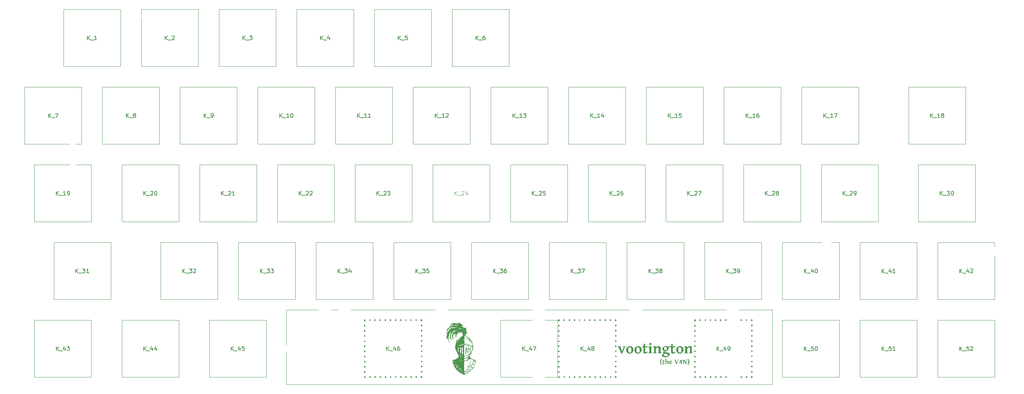
<source format=gbr>
%TF.GenerationSoftware,KiCad,Pcbnew,8.0.8*%
%TF.CreationDate,2025-02-11T14:29:33+01:00*%
%TF.ProjectId,vootington V4N STM32G0B1CBT6,766f6f74-696e-4677-946f-6e2056344e20,rev?*%
%TF.SameCoordinates,Original*%
%TF.FileFunction,Legend,Top*%
%TF.FilePolarity,Positive*%
%FSLAX46Y46*%
G04 Gerber Fmt 4.6, Leading zero omitted, Abs format (unit mm)*
G04 Created by KiCad (PCBNEW 8.0.8) date 2025-02-11 14:29:33*
%MOMM*%
%LPD*%
G01*
G04 APERTURE LIST*
%ADD10C,0.120000*%
%ADD11C,0.500000*%
%ADD12C,0.200000*%
%ADD13C,0.150000*%
%ADD14C,0.125000*%
%ADD15C,0.000000*%
%ADD16C,0.300000*%
%ADD17C,2.200000*%
%ADD18C,1.700000*%
%ADD19C,3.048000*%
%ADD20C,3.987800*%
%ADD21R,1.700000X1.700000*%
%ADD22O,1.700000X1.700000*%
%ADD23C,0.650000*%
%ADD24O,1.000000X1.600000*%
%ADD25O,1.000000X2.100000*%
G04 APERTURE END LIST*
D10*
X93662500Y-88900000D02*
X212788500Y-88900000D01*
X212788500Y-107156250D02*
X93662500Y-107156250D01*
X93662500Y-88900000D02*
X93662500Y-107156250D01*
X212788500Y-107156250D02*
X212788500Y-88900000D01*
D11*
G36*
X176850314Y-97940813D02*
G01*
X176760982Y-97965665D01*
X176707921Y-97991188D01*
X176677696Y-98024100D01*
X176656202Y-98069102D01*
X176121555Y-99398333D01*
X176069165Y-99474231D01*
X175988564Y-99535353D01*
X175892516Y-99579683D01*
X175796467Y-99609236D01*
X175129501Y-98069102D01*
X175067708Y-97989845D01*
X174941090Y-97942122D01*
X174935389Y-97940813D01*
X174935389Y-97803793D01*
X175791094Y-97803793D01*
X175791094Y-97940813D01*
X175674224Y-97960963D01*
X175611759Y-97985143D01*
X175592280Y-98019398D01*
X175605714Y-98069102D01*
X176012073Y-99014810D01*
X176393580Y-98069102D01*
X176405670Y-98021413D01*
X176391565Y-97987158D01*
X176340518Y-97962978D01*
X176240440Y-97940813D01*
X176240440Y-97803793D01*
X176850314Y-97803793D01*
X176850314Y-97940813D01*
G37*
G36*
X178057837Y-97770252D02*
G01*
X178197740Y-97801802D01*
X178268205Y-97827973D01*
X178388914Y-97891082D01*
X178502048Y-97978136D01*
X178538215Y-98014025D01*
X178626923Y-98125947D01*
X178691336Y-98245070D01*
X178711506Y-98294782D01*
X178750645Y-98431394D01*
X178769063Y-98565565D01*
X178771956Y-98647408D01*
X178761117Y-98786797D01*
X178737701Y-98892567D01*
X178690994Y-99022487D01*
X178642324Y-99118247D01*
X178565911Y-99232748D01*
X178495900Y-99315046D01*
X178394741Y-99409192D01*
X178307833Y-99471544D01*
X178187335Y-99535702D01*
X178086855Y-99572966D01*
X177952282Y-99602294D01*
X177844383Y-99609236D01*
X177703395Y-99599791D01*
X177562171Y-99568241D01*
X177491085Y-99542069D01*
X177370053Y-99479183D01*
X177257065Y-99392863D01*
X177221075Y-99357361D01*
X177133029Y-99245898D01*
X177068308Y-99126972D01*
X177047785Y-99077275D01*
X177008211Y-98940553D01*
X176989588Y-98806083D01*
X176986663Y-98723978D01*
X176988931Y-98691738D01*
X177464219Y-98691738D01*
X177472950Y-98833628D01*
X177499145Y-98966450D01*
X177543079Y-99093468D01*
X177593179Y-99190116D01*
X177679737Y-99297350D01*
X177731542Y-99339897D01*
X177859251Y-99391699D01*
X177896773Y-99394303D01*
X178034756Y-99374302D01*
X178085511Y-99351987D01*
X178186475Y-99261043D01*
X178208427Y-99227057D01*
X178260664Y-99096924D01*
X178275593Y-99026229D01*
X178291316Y-98889866D01*
X178295743Y-98752860D01*
X178288807Y-98618539D01*
X178266117Y-98481771D01*
X178264175Y-98473446D01*
X178223954Y-98341053D01*
X178176186Y-98239034D01*
X178096216Y-98128786D01*
X178039166Y-98078505D01*
X177915941Y-98023455D01*
X177863189Y-98018727D01*
X177726271Y-98040711D01*
X177668406Y-98069774D01*
X177570300Y-98168635D01*
X177545490Y-98211495D01*
X177497404Y-98344088D01*
X177481682Y-98425086D01*
X177468056Y-98561894D01*
X177464219Y-98691738D01*
X176988931Y-98691738D01*
X176996297Y-98587052D01*
X177025200Y-98453338D01*
X177055173Y-98365979D01*
X177114710Y-98241080D01*
X177189548Y-98127327D01*
X177247942Y-98057684D01*
X177347653Y-97964395D01*
X177460398Y-97886030D01*
X177542804Y-97842078D01*
X177675888Y-97792553D01*
X177818230Y-97765886D01*
X177918266Y-97760806D01*
X178057837Y-97770252D01*
G37*
G36*
X180078213Y-97770252D02*
G01*
X180218116Y-97801802D01*
X180288582Y-97827973D01*
X180409290Y-97891082D01*
X180522425Y-97978136D01*
X180558592Y-98014025D01*
X180647300Y-98125947D01*
X180711713Y-98245070D01*
X180731883Y-98294782D01*
X180771022Y-98431394D01*
X180789440Y-98565565D01*
X180792333Y-98647408D01*
X180781494Y-98786797D01*
X180758078Y-98892567D01*
X180711370Y-99022487D01*
X180662701Y-99118247D01*
X180586288Y-99232748D01*
X180516277Y-99315046D01*
X180415118Y-99409192D01*
X180328210Y-99471544D01*
X180207711Y-99535702D01*
X180107231Y-99572966D01*
X179972659Y-99602294D01*
X179864759Y-99609236D01*
X179723772Y-99599791D01*
X179582547Y-99568241D01*
X179511462Y-99542069D01*
X179390429Y-99479183D01*
X179277442Y-99392863D01*
X179241452Y-99357361D01*
X179153405Y-99245898D01*
X179088685Y-99126972D01*
X179068161Y-99077275D01*
X179028587Y-98940553D01*
X179009964Y-98806083D01*
X179007040Y-98723978D01*
X179009308Y-98691738D01*
X179484595Y-98691738D01*
X179493327Y-98833628D01*
X179519522Y-98966450D01*
X179563456Y-99093468D01*
X179613556Y-99190116D01*
X179700114Y-99297350D01*
X179751919Y-99339897D01*
X179879628Y-99391699D01*
X179917150Y-99394303D01*
X180055133Y-99374302D01*
X180105888Y-99351987D01*
X180206852Y-99261043D01*
X180228803Y-99227057D01*
X180281041Y-99096924D01*
X180295970Y-99026229D01*
X180311693Y-98889866D01*
X180316120Y-98752860D01*
X180309184Y-98618539D01*
X180286494Y-98481771D01*
X180284552Y-98473446D01*
X180244331Y-98341053D01*
X180196563Y-98239034D01*
X180116593Y-98128786D01*
X180059543Y-98078505D01*
X179936318Y-98023455D01*
X179883566Y-98018727D01*
X179746648Y-98040711D01*
X179688782Y-98069774D01*
X179590677Y-98168635D01*
X179565867Y-98211495D01*
X179517781Y-98344088D01*
X179502059Y-98425086D01*
X179488433Y-98561894D01*
X179484595Y-98691738D01*
X179009308Y-98691738D01*
X179016674Y-98587052D01*
X179045577Y-98453338D01*
X179075550Y-98365979D01*
X179135087Y-98241080D01*
X179209925Y-98127327D01*
X179268318Y-98057684D01*
X179368030Y-97964395D01*
X179480775Y-97886030D01*
X179563181Y-97842078D01*
X179696265Y-97792553D01*
X179838606Y-97765886D01*
X179938643Y-97760806D01*
X180078213Y-97770252D01*
G37*
G36*
X182294854Y-99261312D02*
G01*
X182174079Y-99345607D01*
X182049749Y-99425986D01*
X181925937Y-99497351D01*
X181869688Y-99525949D01*
X181740537Y-99579874D01*
X181608446Y-99608911D01*
X181595647Y-99609236D01*
X181460254Y-99585581D01*
X181441835Y-99578340D01*
X181329289Y-99500248D01*
X181315562Y-99484978D01*
X181244722Y-99366649D01*
X181229588Y-99326464D01*
X181201882Y-99193862D01*
X181197348Y-99101455D01*
X181197348Y-98061714D01*
X180968981Y-98061714D01*
X180913905Y-97987158D01*
X181061000Y-97803793D01*
X181197348Y-97803793D01*
X181197348Y-97402136D01*
X181578856Y-97116005D01*
X181650724Y-97179142D01*
X181650724Y-97803793D01*
X182227015Y-97803793D01*
X182294854Y-97878348D01*
X182252539Y-97951560D01*
X182200148Y-98025443D01*
X182148430Y-98088580D01*
X182104100Y-98127537D01*
X182046337Y-98105372D01*
X181967751Y-98083879D01*
X181876405Y-98067759D01*
X181776998Y-98061714D01*
X181650724Y-98061714D01*
X181650724Y-98925478D01*
X181658262Y-99059660D01*
X181662143Y-99085335D01*
X181695054Y-99190787D01*
X181746101Y-99247879D01*
X181811253Y-99265342D01*
X181881778Y-99258626D01*
X181965736Y-99237132D01*
X182072532Y-99194146D01*
X182196877Y-99131545D01*
X182211567Y-99123620D01*
X182294854Y-99261312D01*
G37*
G36*
X182447322Y-99566250D02*
G01*
X182447322Y-99429229D01*
X182581184Y-99394072D01*
X182636061Y-99371466D01*
X182696511Y-99314374D01*
X182696511Y-98347844D01*
X182695076Y-98212062D01*
X182694496Y-98192689D01*
X182670988Y-98099999D01*
X182598447Y-98052310D01*
X182465656Y-98029941D01*
X182447322Y-98028130D01*
X182447322Y-97896483D01*
X182586205Y-97874573D01*
X182718403Y-97848805D01*
X182754946Y-97840735D01*
X182887751Y-97806781D01*
X183020951Y-97763731D01*
X183028987Y-97760806D01*
X183149887Y-97760806D01*
X183149887Y-99314374D01*
X183206307Y-99369451D01*
X183337660Y-99415418D01*
X183401762Y-99429229D01*
X183401762Y-99566250D01*
X182447322Y-99566250D01*
G37*
G36*
X183221755Y-97203322D02*
G01*
X183196904Y-97325566D01*
X183130408Y-97420271D01*
X183030330Y-97481393D01*
X182904728Y-97502886D01*
X182804650Y-97490124D01*
X182722706Y-97449824D01*
X182666958Y-97381986D01*
X182646136Y-97284594D01*
X182670316Y-97162350D01*
X182737483Y-97068989D01*
X182837561Y-97008538D01*
X182961148Y-96987045D01*
X183059212Y-96999807D01*
X183142498Y-97039435D01*
X183199590Y-97105930D01*
X183221755Y-97203322D01*
G37*
G36*
X184736366Y-99566250D02*
G01*
X184736366Y-99429229D01*
X184869541Y-99390271D01*
X184928463Y-99367436D01*
X184985555Y-99314374D01*
X184985555Y-98461356D01*
X184979510Y-98326477D01*
X184974808Y-98290081D01*
X184941897Y-98179927D01*
X184881446Y-98121492D01*
X184787413Y-98104700D01*
X184690693Y-98116790D01*
X184577853Y-98158434D01*
X184460605Y-98225947D01*
X184442176Y-98238362D01*
X184332043Y-98320327D01*
X184276945Y-98365979D01*
X184276945Y-99314374D01*
X184341425Y-99372809D01*
X184470638Y-99415880D01*
X184528149Y-99429229D01*
X184528149Y-99566250D01*
X183574381Y-99566250D01*
X183574381Y-99429229D01*
X183705881Y-99391553D01*
X183761104Y-99371466D01*
X183823570Y-99314374D01*
X183823570Y-98270602D01*
X183820883Y-98154404D01*
X183795360Y-98086565D01*
X183721476Y-98050295D01*
X183586211Y-98029476D01*
X183574381Y-98028130D01*
X183574381Y-97896483D01*
X183708272Y-97879331D01*
X183742969Y-97873647D01*
X183875351Y-97848595D01*
X183893423Y-97844765D01*
X184024634Y-97810407D01*
X184033130Y-97807823D01*
X184160996Y-97764060D01*
X184169479Y-97760806D01*
X184248735Y-97840063D01*
X184269557Y-98110745D01*
X184378199Y-98023428D01*
X184496006Y-97941254D01*
X184621419Y-97869889D01*
X184681961Y-97842078D01*
X184808710Y-97795807D01*
X184944793Y-97765886D01*
X185021153Y-97760806D01*
X185158751Y-97780348D01*
X185177652Y-97786330D01*
X185296590Y-97855165D01*
X185311314Y-97868945D01*
X185387631Y-97979878D01*
X185404004Y-98018727D01*
X185434804Y-98156568D01*
X185438931Y-98242392D01*
X185438931Y-99314374D01*
X185450349Y-99339897D01*
X185489977Y-99365421D01*
X185567219Y-99394303D01*
X185690134Y-99429229D01*
X185690134Y-99566250D01*
X184736366Y-99566250D01*
G37*
G36*
X187715885Y-97830660D02*
G01*
X187697750Y-97880363D01*
X187671555Y-97938127D01*
X187641330Y-97997233D01*
X187608418Y-98048952D01*
X187477443Y-98067759D01*
X187342217Y-98078660D01*
X187332362Y-98079177D01*
X187389295Y-98201678D01*
X187393484Y-98214854D01*
X187415563Y-98351732D01*
X187415649Y-98361277D01*
X187399529Y-98498801D01*
X187351169Y-98623900D01*
X187270527Y-98740213D01*
X187179222Y-98827415D01*
X187063191Y-98902810D01*
X186938857Y-98956717D01*
X186930033Y-98959733D01*
X186793775Y-98993963D01*
X186650727Y-99007236D01*
X186631141Y-99007422D01*
X186612334Y-99007422D01*
X186523037Y-99110258D01*
X186520316Y-99115560D01*
X186500838Y-99167950D01*
X186512256Y-99201534D01*
X186565989Y-99233774D01*
X186694950Y-99267357D01*
X186834113Y-99290553D01*
X186928018Y-99303627D01*
X187070973Y-99324530D01*
X187206466Y-99350772D01*
X187294077Y-99372809D01*
X187424885Y-99417979D01*
X187525803Y-99471544D01*
X187625293Y-99567005D01*
X187645360Y-99603191D01*
X187678410Y-99736759D01*
X187679615Y-99771108D01*
X187656568Y-99905736D01*
X187638643Y-99950443D01*
X187568309Y-100070706D01*
X187526474Y-100123062D01*
X187426931Y-100222186D01*
X187357886Y-100276874D01*
X187244731Y-100351020D01*
X187149669Y-100400461D01*
X187020291Y-100452174D01*
X186915257Y-100482404D01*
X186778701Y-100506301D01*
X186672785Y-100511958D01*
X186533820Y-100505926D01*
X186467926Y-100499196D01*
X186329203Y-100476964D01*
X186257694Y-100460239D01*
X186127153Y-100419495D01*
X186062238Y-100393073D01*
X185941412Y-100326120D01*
X185900367Y-100295009D01*
X185808439Y-100194915D01*
X185788870Y-100163362D01*
X185748690Y-100032216D01*
X185747226Y-99998804D01*
X185759265Y-99939025D01*
X186200602Y-99939025D01*
X186246947Y-100058582D01*
X186350019Y-100145538D01*
X186374564Y-100159332D01*
X186499964Y-100210791D01*
X186565989Y-100228514D01*
X186703751Y-100249825D01*
X186805103Y-100254037D01*
X186944125Y-100241021D01*
X186997872Y-100226499D01*
X187119013Y-100163541D01*
X187132877Y-100151944D01*
X187212805Y-100044477D01*
X187239672Y-99918203D01*
X187222209Y-99845663D01*
X187154370Y-99777825D01*
X187027647Y-99723917D01*
X187010633Y-99718718D01*
X186873309Y-99687706D01*
X186769505Y-99672373D01*
X186634384Y-99652072D01*
X186598901Y-99645506D01*
X186462971Y-99618724D01*
X186449791Y-99615953D01*
X186340225Y-99699072D01*
X186312771Y-99723420D01*
X186238215Y-99809393D01*
X186207319Y-99879247D01*
X186200602Y-99939025D01*
X185759265Y-99939025D01*
X185766705Y-99902083D01*
X185839916Y-99797303D01*
X185941044Y-99708013D01*
X185984325Y-99675731D01*
X186104304Y-99597973D01*
X186221424Y-99531323D01*
X186099054Y-99468940D01*
X186009848Y-99366911D01*
X186006490Y-99341912D01*
X186023953Y-99285492D01*
X186082389Y-99202206D01*
X186181053Y-99103935D01*
X186189184Y-99096754D01*
X186298997Y-99009555D01*
X186349712Y-98973167D01*
X186219117Y-98926595D01*
X186156944Y-98894582D01*
X186045230Y-98811833D01*
X186008505Y-98774353D01*
X185931935Y-98660505D01*
X185913128Y-98618526D01*
X185882201Y-98487381D01*
X185879545Y-98432474D01*
X185895757Y-98304857D01*
X186314114Y-98304857D01*
X186325911Y-98442821D01*
X186336951Y-98493596D01*
X186387801Y-98618599D01*
X186407476Y-98648751D01*
X186506776Y-98740702D01*
X186529048Y-98753531D01*
X186661709Y-98790624D01*
X186705025Y-98792488D01*
X186809805Y-98769651D01*
X186897793Y-98701141D01*
X186958243Y-98585614D01*
X186980523Y-98451178D01*
X186981080Y-98422399D01*
X186969016Y-98288370D01*
X186955557Y-98231646D01*
X186901328Y-98107052D01*
X186881002Y-98077162D01*
X186781046Y-97984556D01*
X186758758Y-97971710D01*
X186625361Y-97934123D01*
X186590169Y-97932753D01*
X186493449Y-97955590D01*
X186404789Y-98024772D01*
X186339637Y-98140970D01*
X186314737Y-98276062D01*
X186314114Y-98304857D01*
X185895757Y-98304857D01*
X185896504Y-98298980D01*
X185947383Y-98172539D01*
X186026976Y-98057684D01*
X186128734Y-97958948D01*
X186243120Y-97881723D01*
X186373446Y-97821322D01*
X186392027Y-97814540D01*
X186526374Y-97777808D01*
X186666120Y-97761646D01*
X186707040Y-97760806D01*
X186848318Y-97772282D01*
X186950855Y-97797076D01*
X187077600Y-97848111D01*
X187155042Y-97893125D01*
X187292529Y-97870921D01*
X187426712Y-97838285D01*
X187451919Y-97830660D01*
X187584437Y-97788061D01*
X187662823Y-97760806D01*
X187715885Y-97830660D01*
G37*
G36*
X189100192Y-99261312D02*
G01*
X188979418Y-99345607D01*
X188855088Y-99425986D01*
X188731275Y-99497351D01*
X188675026Y-99525949D01*
X188545876Y-99579874D01*
X188413784Y-99608911D01*
X188400986Y-99609236D01*
X188265592Y-99585581D01*
X188247174Y-99578340D01*
X188134628Y-99500248D01*
X188120900Y-99484978D01*
X188050060Y-99366649D01*
X188034927Y-99326464D01*
X188007221Y-99193862D01*
X188002687Y-99101455D01*
X188002687Y-98061714D01*
X187774320Y-98061714D01*
X187719243Y-97987158D01*
X187866338Y-97803793D01*
X188002687Y-97803793D01*
X188002687Y-97402136D01*
X188384194Y-97116005D01*
X188456063Y-97179142D01*
X188456063Y-97803793D01*
X189032354Y-97803793D01*
X189100192Y-97878348D01*
X189057877Y-97951560D01*
X189005487Y-98025443D01*
X188953768Y-98088580D01*
X188909438Y-98127537D01*
X188851675Y-98105372D01*
X188773090Y-98083879D01*
X188681743Y-98067759D01*
X188582336Y-98061714D01*
X188456063Y-98061714D01*
X188456063Y-98925478D01*
X188463601Y-99059660D01*
X188467481Y-99085335D01*
X188500393Y-99190787D01*
X188551439Y-99247879D01*
X188616591Y-99265342D01*
X188687116Y-99258626D01*
X188771075Y-99237132D01*
X188877870Y-99194146D01*
X189002216Y-99131545D01*
X189016905Y-99123620D01*
X189100192Y-99261312D01*
G37*
G36*
X190327864Y-97770252D02*
G01*
X190467767Y-97801802D01*
X190538233Y-97827973D01*
X190658942Y-97891082D01*
X190772076Y-97978136D01*
X190808243Y-98014025D01*
X190896951Y-98125947D01*
X190961364Y-98245070D01*
X190981534Y-98294782D01*
X191020673Y-98431394D01*
X191039091Y-98565565D01*
X191041984Y-98647408D01*
X191031145Y-98786797D01*
X191007729Y-98892567D01*
X190961022Y-99022487D01*
X190912352Y-99118247D01*
X190835939Y-99232748D01*
X190765928Y-99315046D01*
X190664769Y-99409192D01*
X190577861Y-99471544D01*
X190457363Y-99535702D01*
X190356883Y-99572966D01*
X190222310Y-99602294D01*
X190114410Y-99609236D01*
X189973423Y-99599791D01*
X189832198Y-99568241D01*
X189761113Y-99542069D01*
X189640081Y-99479183D01*
X189527093Y-99392863D01*
X189491103Y-99357361D01*
X189403057Y-99245898D01*
X189338336Y-99126972D01*
X189317812Y-99077275D01*
X189278238Y-98940553D01*
X189259615Y-98806083D01*
X189256691Y-98723978D01*
X189258959Y-98691738D01*
X189734247Y-98691738D01*
X189742978Y-98833628D01*
X189769173Y-98966450D01*
X189813107Y-99093468D01*
X189863207Y-99190116D01*
X189949765Y-99297350D01*
X190001570Y-99339897D01*
X190129279Y-99391699D01*
X190166801Y-99394303D01*
X190304784Y-99374302D01*
X190355539Y-99351987D01*
X190456503Y-99261043D01*
X190478454Y-99227057D01*
X190530692Y-99096924D01*
X190545621Y-99026229D01*
X190561344Y-98889866D01*
X190565771Y-98752860D01*
X190558835Y-98618539D01*
X190536145Y-98481771D01*
X190534203Y-98473446D01*
X190493982Y-98341053D01*
X190446214Y-98239034D01*
X190366244Y-98128786D01*
X190309194Y-98078505D01*
X190185969Y-98023455D01*
X190133217Y-98018727D01*
X189996299Y-98040711D01*
X189938434Y-98069774D01*
X189840328Y-98168635D01*
X189815518Y-98211495D01*
X189767432Y-98344088D01*
X189751710Y-98425086D01*
X189738084Y-98561894D01*
X189734247Y-98691738D01*
X189258959Y-98691738D01*
X189266325Y-98587052D01*
X189295228Y-98453338D01*
X189325201Y-98365979D01*
X189384738Y-98241080D01*
X189459576Y-98127327D01*
X189517969Y-98057684D01*
X189617681Y-97964395D01*
X189730426Y-97886030D01*
X189812832Y-97842078D01*
X189945916Y-97792553D01*
X190088257Y-97765886D01*
X190188294Y-97760806D01*
X190327864Y-97770252D01*
G37*
G36*
X192406813Y-99566250D02*
G01*
X192406813Y-99429229D01*
X192539988Y-99390271D01*
X192598910Y-99367436D01*
X192656002Y-99314374D01*
X192656002Y-98461356D01*
X192649957Y-98326477D01*
X192645255Y-98290081D01*
X192612343Y-98179927D01*
X192551893Y-98121492D01*
X192457860Y-98104700D01*
X192361139Y-98116790D01*
X192248299Y-98158434D01*
X192131051Y-98225947D01*
X192112622Y-98238362D01*
X192002490Y-98320327D01*
X191947392Y-98365979D01*
X191947392Y-99314374D01*
X192011872Y-99372809D01*
X192141084Y-99415880D01*
X192198596Y-99429229D01*
X192198596Y-99566250D01*
X191244827Y-99566250D01*
X191244827Y-99429229D01*
X191376327Y-99391553D01*
X191431551Y-99371466D01*
X191494016Y-99314374D01*
X191494016Y-98270602D01*
X191491330Y-98154404D01*
X191465806Y-98086565D01*
X191391923Y-98050295D01*
X191256658Y-98029476D01*
X191244827Y-98028130D01*
X191244827Y-97896483D01*
X191378718Y-97879331D01*
X191413416Y-97873647D01*
X191545798Y-97848595D01*
X191563870Y-97844765D01*
X191695081Y-97810407D01*
X191703577Y-97807823D01*
X191831443Y-97764060D01*
X191839925Y-97760806D01*
X191919182Y-97840063D01*
X191940004Y-98110745D01*
X192048646Y-98023428D01*
X192166453Y-97941254D01*
X192291866Y-97869889D01*
X192352408Y-97842078D01*
X192479157Y-97795807D01*
X192615240Y-97765886D01*
X192691600Y-97760806D01*
X192829197Y-97780348D01*
X192848099Y-97786330D01*
X192967036Y-97855165D01*
X192981760Y-97868945D01*
X193058077Y-97979878D01*
X193074451Y-98018727D01*
X193105250Y-98156568D01*
X193109377Y-98242392D01*
X193109377Y-99314374D01*
X193120796Y-99339897D01*
X193160424Y-99365421D01*
X193237666Y-99394303D01*
X193360581Y-99429229D01*
X193360581Y-99566250D01*
X192406813Y-99566250D01*
G37*
D12*
G36*
X185771537Y-102454801D02*
G01*
X185713432Y-102421051D01*
X185659674Y-102383339D01*
X185610263Y-102341667D01*
X185584691Y-102316804D01*
X185542117Y-102269285D01*
X185503697Y-102218433D01*
X185469431Y-102164249D01*
X185452189Y-102132706D01*
X185424433Y-102073383D01*
X185400927Y-102011162D01*
X185381671Y-101946043D01*
X185372810Y-101908613D01*
X185361323Y-101846942D01*
X185353118Y-101783439D01*
X185348195Y-101718104D01*
X185346554Y-101650937D01*
X185348405Y-101581442D01*
X185353958Y-101513703D01*
X185363212Y-101447720D01*
X185376168Y-101383491D01*
X185392559Y-101321248D01*
X185412118Y-101261523D01*
X185434844Y-101204316D01*
X185460737Y-101149629D01*
X185493557Y-101091089D01*
X185530193Y-101036027D01*
X185570644Y-100984443D01*
X185594766Y-100957288D01*
X185640718Y-100911352D01*
X185689616Y-100869714D01*
X185741461Y-100832376D01*
X185771537Y-100813490D01*
X185817943Y-100877909D01*
X185774023Y-100926762D01*
X185735438Y-100979242D01*
X185721161Y-101001251D01*
X185689090Y-101058252D01*
X185662483Y-101115708D01*
X185642698Y-101166420D01*
X185623211Y-101226634D01*
X185606348Y-101291261D01*
X185593415Y-101353198D01*
X185589576Y-101374637D01*
X185579983Y-101441120D01*
X185574091Y-101503135D01*
X185570680Y-101567897D01*
X185569731Y-101626818D01*
X185570723Y-101688623D01*
X185574211Y-101756283D01*
X185580211Y-101821963D01*
X185585607Y-101864650D01*
X185595768Y-101926812D01*
X185608394Y-101986559D01*
X185625310Y-102050112D01*
X185632929Y-102074699D01*
X185654044Y-102133839D01*
X185680645Y-102194899D01*
X185710781Y-102251775D01*
X185744381Y-102304104D01*
X185784903Y-102355596D01*
X185817943Y-102390382D01*
X185771537Y-102454801D01*
G37*
G36*
X186467629Y-102042642D02*
G01*
X186412731Y-102080957D01*
X186356218Y-102117494D01*
X186299939Y-102149932D01*
X186274371Y-102162931D01*
X186215667Y-102187443D01*
X186155625Y-102200641D01*
X186149808Y-102200789D01*
X186088265Y-102190037D01*
X186079893Y-102186745D01*
X186028736Y-102151249D01*
X186022496Y-102144308D01*
X185990296Y-102090522D01*
X185983417Y-102072256D01*
X185970823Y-102011983D01*
X185968763Y-101969979D01*
X185968763Y-101497370D01*
X185864959Y-101497370D01*
X185839925Y-101463481D01*
X185906786Y-101380133D01*
X185968763Y-101380133D01*
X185968763Y-101197561D01*
X186142175Y-101067502D01*
X186174843Y-101096201D01*
X186174843Y-101380133D01*
X186436793Y-101380133D01*
X186467629Y-101414022D01*
X186448395Y-101447300D01*
X186424581Y-101480883D01*
X186401072Y-101509582D01*
X186380922Y-101527289D01*
X186354666Y-101517214D01*
X186318946Y-101507445D01*
X186277425Y-101500117D01*
X186232240Y-101497370D01*
X186174843Y-101497370D01*
X186174843Y-101889990D01*
X186178269Y-101950981D01*
X186180033Y-101962652D01*
X186194993Y-102010585D01*
X186218196Y-102036536D01*
X186247810Y-102044474D01*
X186279867Y-102041420D01*
X186318030Y-102031651D01*
X186366573Y-102012111D01*
X186423094Y-101983656D01*
X186429771Y-101980054D01*
X186467629Y-102042642D01*
G37*
G36*
X187052285Y-102181250D02*
G01*
X187052285Y-102118968D01*
X187112819Y-102101259D01*
X187139602Y-102090880D01*
X187165553Y-102066761D01*
X187165553Y-101691848D01*
X187162811Y-101629141D01*
X187159752Y-101606363D01*
X187142655Y-101552935D01*
X187112430Y-101525152D01*
X187068466Y-101516909D01*
X187008294Y-101527780D01*
X186965884Y-101547745D01*
X186912678Y-101582270D01*
X186860597Y-101621743D01*
X186843457Y-101635672D01*
X186843457Y-102066761D01*
X186872766Y-102093322D01*
X186931499Y-102112900D01*
X186957641Y-102118968D01*
X186957641Y-102181250D01*
X186524110Y-102181250D01*
X186524110Y-102118662D01*
X186583882Y-102101537D01*
X186608984Y-102092406D01*
X186637377Y-102066455D01*
X186637377Y-101094369D01*
X186635240Y-101038193D01*
X186622418Y-101007052D01*
X186588529Y-100991176D01*
X186526668Y-100981425D01*
X186524110Y-100981101D01*
X186524110Y-100921262D01*
X186585399Y-100911751D01*
X186610205Y-100907523D01*
X186670774Y-100895021D01*
X186681036Y-100892563D01*
X186739872Y-100876034D01*
X186743623Y-100874856D01*
X186801637Y-100854158D01*
X186805600Y-100852568D01*
X186843457Y-100887984D01*
X186843457Y-101513551D01*
X186892001Y-101475903D01*
X186944787Y-101440255D01*
X187001173Y-101408973D01*
X187028471Y-101396619D01*
X187090524Y-101374666D01*
X187151547Y-101362317D01*
X187181734Y-101360594D01*
X187244278Y-101369476D01*
X187252869Y-101372195D01*
X187306932Y-101403484D01*
X187313625Y-101409747D01*
X187348314Y-101460172D01*
X187355757Y-101477830D01*
X187369757Y-101540485D01*
X187371632Y-101579496D01*
X187371632Y-102066761D01*
X187376823Y-102078362D01*
X187394836Y-102089964D01*
X187429945Y-102103092D01*
X187485816Y-102118968D01*
X187485816Y-102181250D01*
X187052285Y-102181250D01*
G37*
G36*
X188033186Y-101365280D02*
G01*
X188094395Y-101380807D01*
X188114131Y-101388987D01*
X188170078Y-101422036D01*
X188215186Y-101464397D01*
X188249991Y-101515153D01*
X188274415Y-101573390D01*
X188289070Y-101636512D01*
X188293935Y-101698322D01*
X188293955Y-101702534D01*
X188271667Y-101720852D01*
X188239916Y-101740086D01*
X188205111Y-101757793D01*
X188173665Y-101770922D01*
X187767611Y-101770922D01*
X187772725Y-101832211D01*
X187784403Y-101888463D01*
X187806581Y-101947106D01*
X187826840Y-101981276D01*
X187870105Y-102026928D01*
X187893396Y-102042336D01*
X187952613Y-102061896D01*
X187983155Y-102064013D01*
X188035362Y-102060960D01*
X188090317Y-102046916D01*
X188147752Y-102020369D01*
X188156873Y-102015470D01*
X188211276Y-101982580D01*
X188244495Y-101960210D01*
X188256707Y-101970590D01*
X188270446Y-101987382D01*
X188282048Y-102003868D01*
X188289070Y-102015164D01*
X188242911Y-102059606D01*
X188194535Y-102101117D01*
X188182519Y-102110419D01*
X188130537Y-102145678D01*
X188091844Y-102166290D01*
X188032377Y-102187660D01*
X188005443Y-102193462D01*
X187942487Y-102200073D01*
X187911104Y-102200789D01*
X187848835Y-102195296D01*
X187789722Y-102178817D01*
X187773412Y-102172090D01*
X187719875Y-102142212D01*
X187672533Y-102103335D01*
X187660144Y-102090574D01*
X187621526Y-102040385D01*
X187590621Y-101982249D01*
X187583208Y-101964179D01*
X187564824Y-101901478D01*
X187556173Y-101838860D01*
X187554815Y-101800231D01*
X187558316Y-101737296D01*
X187566573Y-101692764D01*
X187770359Y-101692764D01*
X188056123Y-101692764D01*
X188082379Y-101686047D01*
X188088791Y-101660402D01*
X188081769Y-101598730D01*
X188061599Y-101540627D01*
X188057344Y-101532785D01*
X188017774Y-101485534D01*
X188010633Y-101479967D01*
X187951039Y-101458820D01*
X187937665Y-101458291D01*
X187877483Y-101469810D01*
X187868056Y-101474472D01*
X187822758Y-101515836D01*
X187818902Y-101521489D01*
X187792635Y-101577019D01*
X187787151Y-101595372D01*
X187774685Y-101656875D01*
X187770359Y-101692764D01*
X187566573Y-101692764D01*
X187570421Y-101672013D01*
X187591172Y-101611620D01*
X187599084Y-101594456D01*
X187631045Y-101540569D01*
X187671593Y-101491869D01*
X187720728Y-101448358D01*
X187731585Y-101440278D01*
X187781655Y-101409442D01*
X187838368Y-101384755D01*
X187840273Y-101384102D01*
X187899128Y-101367823D01*
X187903166Y-101367005D01*
X187964417Y-101360619D01*
X187968501Y-101360594D01*
X188033186Y-101365280D01*
G37*
G36*
X189920307Y-101168558D02*
G01*
X189859886Y-101181502D01*
X189828716Y-101190234D01*
X189787194Y-101224428D01*
X189464488Y-102105840D01*
X189438232Y-102139728D01*
X189394269Y-102167511D01*
X189343588Y-102187661D01*
X189296877Y-102200789D01*
X188906088Y-101224428D01*
X188870978Y-101189013D01*
X188810560Y-101171323D01*
X188791294Y-101168558D01*
X188791294Y-101106581D01*
X189229099Y-101106581D01*
X189229099Y-101168558D01*
X189166503Y-101176468D01*
X189138119Y-101185960D01*
X189125296Y-101222902D01*
X189404344Y-101932732D01*
X189659272Y-101224428D01*
X189660493Y-101203362D01*
X189644617Y-101188402D01*
X189608592Y-101177411D01*
X189550279Y-101168558D01*
X189550279Y-101106581D01*
X189920307Y-101106581D01*
X189920307Y-101168558D01*
G37*
G36*
X190629527Y-101142912D02*
G01*
X190629527Y-101770922D01*
X190741878Y-101770922D01*
X190764471Y-101795956D01*
X190726055Y-101843649D01*
X190721423Y-101848469D01*
X190676849Y-101888158D01*
X190629527Y-101888158D01*
X190629527Y-102064013D01*
X190634717Y-102076836D01*
X190653646Y-102089048D01*
X190690587Y-102102481D01*
X190748900Y-102117441D01*
X190748900Y-102181250D01*
X190251866Y-102181250D01*
X190251866Y-102117441D01*
X190313332Y-102105825D01*
X190342541Y-102099428D01*
X190397496Y-102083858D01*
X190424668Y-102069203D01*
X190431995Y-102054243D01*
X190431995Y-101888158D01*
X190025026Y-101888158D01*
X189989916Y-101853048D01*
X190039834Y-101770922D01*
X190158138Y-101770922D01*
X190431995Y-101770922D01*
X190431995Y-101335253D01*
X190158138Y-101770922D01*
X190039834Y-101770922D01*
X190402992Y-101173442D01*
X190448176Y-101158177D01*
X190498857Y-101140775D01*
X190548621Y-101122762D01*
X190591669Y-101106581D01*
X190629527Y-101142912D01*
G37*
G36*
X190864916Y-102181250D02*
G01*
X190864916Y-102118968D01*
X190926861Y-102106890D01*
X190954980Y-102095154D01*
X190982458Y-102067066D01*
X190982458Y-101231145D01*
X190932461Y-101193528D01*
X190872602Y-101170287D01*
X190864916Y-101168863D01*
X190864916Y-101106581D01*
X191104579Y-101106581D01*
X191125645Y-101108718D01*
X191142437Y-101117572D01*
X191160755Y-101137417D01*
X191187011Y-101172832D01*
X191712438Y-101892127D01*
X191712438Y-101221070D01*
X191706638Y-101208858D01*
X191687709Y-101194508D01*
X191651683Y-101180464D01*
X191594897Y-101168558D01*
X191594897Y-101106581D01*
X191959734Y-101106581D01*
X191959734Y-101168558D01*
X191897977Y-101181400D01*
X191869364Y-101193287D01*
X191841277Y-101221070D01*
X191841277Y-102200789D01*
X191779692Y-102192308D01*
X191718698Y-102173570D01*
X191709080Y-102169037D01*
X191657250Y-102135239D01*
X191636113Y-102112556D01*
X191111296Y-101395093D01*
X191111296Y-102066761D01*
X191117402Y-102079278D01*
X191137552Y-102093627D01*
X191173883Y-102107977D01*
X191229754Y-102118968D01*
X191229754Y-102181250D01*
X190864916Y-102181250D01*
G37*
G36*
X192483025Y-101616438D02*
G01*
X192481174Y-101685952D01*
X192475621Y-101753748D01*
X192466367Y-101819827D01*
X192453410Y-101884189D01*
X192437019Y-101946337D01*
X192417461Y-102006082D01*
X192394735Y-102063421D01*
X192368841Y-102118357D01*
X192336021Y-102177044D01*
X192299386Y-102232205D01*
X192258935Y-102283841D01*
X192234813Y-102311004D01*
X192188984Y-102356939D01*
X192140113Y-102398577D01*
X192088198Y-102435915D01*
X192058042Y-102454801D01*
X192011636Y-102390382D01*
X192055497Y-102341529D01*
X192093923Y-102289049D01*
X192108112Y-102267040D01*
X192140369Y-102209996D01*
X192167072Y-102152425D01*
X192186880Y-102101565D01*
X192206498Y-102041089D01*
X192223374Y-101976439D01*
X192236216Y-101914684D01*
X192240003Y-101893348D01*
X192249596Y-101826941D01*
X192255487Y-101764831D01*
X192258898Y-101699820D01*
X192259848Y-101640557D01*
X192258856Y-101579134D01*
X192255367Y-101511720D01*
X192249367Y-101446094D01*
X192243972Y-101403336D01*
X192233810Y-101340903D01*
X192221185Y-101281030D01*
X192204268Y-101217506D01*
X192196650Y-101192982D01*
X192175696Y-101133841D01*
X192149203Y-101072781D01*
X192119103Y-101015906D01*
X192085467Y-100963510D01*
X192044823Y-100912277D01*
X192011636Y-100877909D01*
X192058042Y-100813490D01*
X192115852Y-100847241D01*
X192169411Y-100884952D01*
X192218720Y-100926624D01*
X192244277Y-100951487D01*
X192287146Y-100999006D01*
X192325765Y-101049858D01*
X192360133Y-101104042D01*
X192377390Y-101135585D01*
X192405146Y-101194613D01*
X192428652Y-101256635D01*
X192447908Y-101321652D01*
X192456769Y-101359067D01*
X192468256Y-101420605D01*
X192476461Y-101484012D01*
X192481384Y-101549290D01*
X192483025Y-101616438D01*
G37*
D13*
X87304762Y-79829819D02*
X87304762Y-78829819D01*
X87876190Y-79829819D02*
X87447619Y-79258390D01*
X87876190Y-78829819D02*
X87304762Y-79401247D01*
X88066667Y-79925057D02*
X88828571Y-79925057D01*
X88971429Y-78829819D02*
X89590476Y-78829819D01*
X89590476Y-78829819D02*
X89257143Y-79210771D01*
X89257143Y-79210771D02*
X89400000Y-79210771D01*
X89400000Y-79210771D02*
X89495238Y-79258390D01*
X89495238Y-79258390D02*
X89542857Y-79306009D01*
X89542857Y-79306009D02*
X89590476Y-79401247D01*
X89590476Y-79401247D02*
X89590476Y-79639342D01*
X89590476Y-79639342D02*
X89542857Y-79734580D01*
X89542857Y-79734580D02*
X89495238Y-79782200D01*
X89495238Y-79782200D02*
X89400000Y-79829819D01*
X89400000Y-79829819D02*
X89114286Y-79829819D01*
X89114286Y-79829819D02*
X89019048Y-79782200D01*
X89019048Y-79782200D02*
X88971429Y-79734580D01*
X89923810Y-78829819D02*
X90542857Y-78829819D01*
X90542857Y-78829819D02*
X90209524Y-79210771D01*
X90209524Y-79210771D02*
X90352381Y-79210771D01*
X90352381Y-79210771D02*
X90447619Y-79258390D01*
X90447619Y-79258390D02*
X90495238Y-79306009D01*
X90495238Y-79306009D02*
X90542857Y-79401247D01*
X90542857Y-79401247D02*
X90542857Y-79639342D01*
X90542857Y-79639342D02*
X90495238Y-79734580D01*
X90495238Y-79734580D02*
X90447619Y-79782200D01*
X90447619Y-79782200D02*
X90352381Y-79829819D01*
X90352381Y-79829819D02*
X90066667Y-79829819D01*
X90066667Y-79829819D02*
X89971429Y-79782200D01*
X89971429Y-79782200D02*
X89923810Y-79734580D01*
X153979762Y-60779819D02*
X153979762Y-59779819D01*
X154551190Y-60779819D02*
X154122619Y-60208390D01*
X154551190Y-59779819D02*
X153979762Y-60351247D01*
X154741667Y-60875057D02*
X155503571Y-60875057D01*
X155694048Y-59875057D02*
X155741667Y-59827438D01*
X155741667Y-59827438D02*
X155836905Y-59779819D01*
X155836905Y-59779819D02*
X156075000Y-59779819D01*
X156075000Y-59779819D02*
X156170238Y-59827438D01*
X156170238Y-59827438D02*
X156217857Y-59875057D01*
X156217857Y-59875057D02*
X156265476Y-59970295D01*
X156265476Y-59970295D02*
X156265476Y-60065533D01*
X156265476Y-60065533D02*
X156217857Y-60208390D01*
X156217857Y-60208390D02*
X155646429Y-60779819D01*
X155646429Y-60779819D02*
X156265476Y-60779819D01*
X157170238Y-59779819D02*
X156694048Y-59779819D01*
X156694048Y-59779819D02*
X156646429Y-60256009D01*
X156646429Y-60256009D02*
X156694048Y-60208390D01*
X156694048Y-60208390D02*
X156789286Y-60160771D01*
X156789286Y-60160771D02*
X157027381Y-60160771D01*
X157027381Y-60160771D02*
X157122619Y-60208390D01*
X157122619Y-60208390D02*
X157170238Y-60256009D01*
X157170238Y-60256009D02*
X157217857Y-60351247D01*
X157217857Y-60351247D02*
X157217857Y-60589342D01*
X157217857Y-60589342D02*
X157170238Y-60684580D01*
X157170238Y-60684580D02*
X157122619Y-60732200D01*
X157122619Y-60732200D02*
X157027381Y-60779819D01*
X157027381Y-60779819D02*
X156789286Y-60779819D01*
X156789286Y-60779819D02*
X156694048Y-60732200D01*
X156694048Y-60732200D02*
X156646429Y-60684580D01*
X68254762Y-79829819D02*
X68254762Y-78829819D01*
X68826190Y-79829819D02*
X68397619Y-79258390D01*
X68826190Y-78829819D02*
X68254762Y-79401247D01*
X69016667Y-79925057D02*
X69778571Y-79925057D01*
X69921429Y-78829819D02*
X70540476Y-78829819D01*
X70540476Y-78829819D02*
X70207143Y-79210771D01*
X70207143Y-79210771D02*
X70350000Y-79210771D01*
X70350000Y-79210771D02*
X70445238Y-79258390D01*
X70445238Y-79258390D02*
X70492857Y-79306009D01*
X70492857Y-79306009D02*
X70540476Y-79401247D01*
X70540476Y-79401247D02*
X70540476Y-79639342D01*
X70540476Y-79639342D02*
X70492857Y-79734580D01*
X70492857Y-79734580D02*
X70445238Y-79782200D01*
X70445238Y-79782200D02*
X70350000Y-79829819D01*
X70350000Y-79829819D02*
X70064286Y-79829819D01*
X70064286Y-79829819D02*
X69969048Y-79782200D01*
X69969048Y-79782200D02*
X69921429Y-79734580D01*
X70921429Y-78925057D02*
X70969048Y-78877438D01*
X70969048Y-78877438D02*
X71064286Y-78829819D01*
X71064286Y-78829819D02*
X71302381Y-78829819D01*
X71302381Y-78829819D02*
X71397619Y-78877438D01*
X71397619Y-78877438D02*
X71445238Y-78925057D01*
X71445238Y-78925057D02*
X71492857Y-79020295D01*
X71492857Y-79020295D02*
X71492857Y-79115533D01*
X71492857Y-79115533D02*
X71445238Y-79258390D01*
X71445238Y-79258390D02*
X70873810Y-79829819D01*
X70873810Y-79829819D02*
X71492857Y-79829819D01*
X80161012Y-98879819D02*
X80161012Y-97879819D01*
X80732440Y-98879819D02*
X80303869Y-98308390D01*
X80732440Y-97879819D02*
X80161012Y-98451247D01*
X80922917Y-98975057D02*
X81684821Y-98975057D01*
X82351488Y-98213152D02*
X82351488Y-98879819D01*
X82113393Y-97832200D02*
X81875298Y-98546485D01*
X81875298Y-98546485D02*
X82494345Y-98546485D01*
X83351488Y-97879819D02*
X82875298Y-97879819D01*
X82875298Y-97879819D02*
X82827679Y-98356009D01*
X82827679Y-98356009D02*
X82875298Y-98308390D01*
X82875298Y-98308390D02*
X82970536Y-98260771D01*
X82970536Y-98260771D02*
X83208631Y-98260771D01*
X83208631Y-98260771D02*
X83303869Y-98308390D01*
X83303869Y-98308390D02*
X83351488Y-98356009D01*
X83351488Y-98356009D02*
X83399107Y-98451247D01*
X83399107Y-98451247D02*
X83399107Y-98689342D01*
X83399107Y-98689342D02*
X83351488Y-98784580D01*
X83351488Y-98784580D02*
X83303869Y-98832200D01*
X83303869Y-98832200D02*
X83208631Y-98879819D01*
X83208631Y-98879819D02*
X82970536Y-98879819D01*
X82970536Y-98879819D02*
X82875298Y-98832200D01*
X82875298Y-98832200D02*
X82827679Y-98784580D01*
X253992262Y-60779819D02*
X253992262Y-59779819D01*
X254563690Y-60779819D02*
X254135119Y-60208390D01*
X254563690Y-59779819D02*
X253992262Y-60351247D01*
X254754167Y-60875057D02*
X255516071Y-60875057D01*
X255658929Y-59779819D02*
X256277976Y-59779819D01*
X256277976Y-59779819D02*
X255944643Y-60160771D01*
X255944643Y-60160771D02*
X256087500Y-60160771D01*
X256087500Y-60160771D02*
X256182738Y-60208390D01*
X256182738Y-60208390D02*
X256230357Y-60256009D01*
X256230357Y-60256009D02*
X256277976Y-60351247D01*
X256277976Y-60351247D02*
X256277976Y-60589342D01*
X256277976Y-60589342D02*
X256230357Y-60684580D01*
X256230357Y-60684580D02*
X256182738Y-60732200D01*
X256182738Y-60732200D02*
X256087500Y-60779819D01*
X256087500Y-60779819D02*
X255801786Y-60779819D01*
X255801786Y-60779819D02*
X255706548Y-60732200D01*
X255706548Y-60732200D02*
X255658929Y-60684580D01*
X256897024Y-59779819D02*
X256992262Y-59779819D01*
X256992262Y-59779819D02*
X257087500Y-59827438D01*
X257087500Y-59827438D02*
X257135119Y-59875057D01*
X257135119Y-59875057D02*
X257182738Y-59970295D01*
X257182738Y-59970295D02*
X257230357Y-60160771D01*
X257230357Y-60160771D02*
X257230357Y-60398866D01*
X257230357Y-60398866D02*
X257182738Y-60589342D01*
X257182738Y-60589342D02*
X257135119Y-60684580D01*
X257135119Y-60684580D02*
X257087500Y-60732200D01*
X257087500Y-60732200D02*
X256992262Y-60779819D01*
X256992262Y-60779819D02*
X256897024Y-60779819D01*
X256897024Y-60779819D02*
X256801786Y-60732200D01*
X256801786Y-60732200D02*
X256754167Y-60684580D01*
X256754167Y-60684580D02*
X256706548Y-60589342D01*
X256706548Y-60589342D02*
X256658929Y-60398866D01*
X256658929Y-60398866D02*
X256658929Y-60160771D01*
X256658929Y-60160771D02*
X256706548Y-59970295D01*
X256706548Y-59970295D02*
X256754167Y-59875057D01*
X256754167Y-59875057D02*
X256801786Y-59827438D01*
X256801786Y-59827438D02*
X256897024Y-59779819D01*
X92067262Y-41729819D02*
X92067262Y-40729819D01*
X92638690Y-41729819D02*
X92210119Y-41158390D01*
X92638690Y-40729819D02*
X92067262Y-41301247D01*
X92829167Y-41825057D02*
X93591071Y-41825057D01*
X94352976Y-41729819D02*
X93781548Y-41729819D01*
X94067262Y-41729819D02*
X94067262Y-40729819D01*
X94067262Y-40729819D02*
X93972024Y-40872676D01*
X93972024Y-40872676D02*
X93876786Y-40967914D01*
X93876786Y-40967914D02*
X93781548Y-41015533D01*
X94972024Y-40729819D02*
X95067262Y-40729819D01*
X95067262Y-40729819D02*
X95162500Y-40777438D01*
X95162500Y-40777438D02*
X95210119Y-40825057D01*
X95210119Y-40825057D02*
X95257738Y-40920295D01*
X95257738Y-40920295D02*
X95305357Y-41110771D01*
X95305357Y-41110771D02*
X95305357Y-41348866D01*
X95305357Y-41348866D02*
X95257738Y-41539342D01*
X95257738Y-41539342D02*
X95210119Y-41634580D01*
X95210119Y-41634580D02*
X95162500Y-41682200D01*
X95162500Y-41682200D02*
X95067262Y-41729819D01*
X95067262Y-41729819D02*
X94972024Y-41729819D01*
X94972024Y-41729819D02*
X94876786Y-41682200D01*
X94876786Y-41682200D02*
X94829167Y-41634580D01*
X94829167Y-41634580D02*
X94781548Y-41539342D01*
X94781548Y-41539342D02*
X94733929Y-41348866D01*
X94733929Y-41348866D02*
X94733929Y-41110771D01*
X94733929Y-41110771D02*
X94781548Y-40920295D01*
X94781548Y-40920295D02*
X94829167Y-40825057D01*
X94829167Y-40825057D02*
X94876786Y-40777438D01*
X94876786Y-40777438D02*
X94972024Y-40729819D01*
X58729762Y-60779819D02*
X58729762Y-59779819D01*
X59301190Y-60779819D02*
X58872619Y-60208390D01*
X59301190Y-59779819D02*
X58729762Y-60351247D01*
X59491667Y-60875057D02*
X60253571Y-60875057D01*
X60444048Y-59875057D02*
X60491667Y-59827438D01*
X60491667Y-59827438D02*
X60586905Y-59779819D01*
X60586905Y-59779819D02*
X60825000Y-59779819D01*
X60825000Y-59779819D02*
X60920238Y-59827438D01*
X60920238Y-59827438D02*
X60967857Y-59875057D01*
X60967857Y-59875057D02*
X61015476Y-59970295D01*
X61015476Y-59970295D02*
X61015476Y-60065533D01*
X61015476Y-60065533D02*
X60967857Y-60208390D01*
X60967857Y-60208390D02*
X60396429Y-60779819D01*
X60396429Y-60779819D02*
X61015476Y-60779819D01*
X61634524Y-59779819D02*
X61729762Y-59779819D01*
X61729762Y-59779819D02*
X61825000Y-59827438D01*
X61825000Y-59827438D02*
X61872619Y-59875057D01*
X61872619Y-59875057D02*
X61920238Y-59970295D01*
X61920238Y-59970295D02*
X61967857Y-60160771D01*
X61967857Y-60160771D02*
X61967857Y-60398866D01*
X61967857Y-60398866D02*
X61920238Y-60589342D01*
X61920238Y-60589342D02*
X61872619Y-60684580D01*
X61872619Y-60684580D02*
X61825000Y-60732200D01*
X61825000Y-60732200D02*
X61729762Y-60779819D01*
X61729762Y-60779819D02*
X61634524Y-60779819D01*
X61634524Y-60779819D02*
X61539286Y-60732200D01*
X61539286Y-60732200D02*
X61491667Y-60684580D01*
X61491667Y-60684580D02*
X61444048Y-60589342D01*
X61444048Y-60589342D02*
X61396429Y-60398866D01*
X61396429Y-60398866D02*
X61396429Y-60160771D01*
X61396429Y-60160771D02*
X61444048Y-59970295D01*
X61444048Y-59970295D02*
X61491667Y-59875057D01*
X61491667Y-59875057D02*
X61539286Y-59827438D01*
X61539286Y-59827438D02*
X61634524Y-59779819D01*
X211129762Y-60779819D02*
X211129762Y-59779819D01*
X211701190Y-60779819D02*
X211272619Y-60208390D01*
X211701190Y-59779819D02*
X211129762Y-60351247D01*
X211891667Y-60875057D02*
X212653571Y-60875057D01*
X212844048Y-59875057D02*
X212891667Y-59827438D01*
X212891667Y-59827438D02*
X212986905Y-59779819D01*
X212986905Y-59779819D02*
X213225000Y-59779819D01*
X213225000Y-59779819D02*
X213320238Y-59827438D01*
X213320238Y-59827438D02*
X213367857Y-59875057D01*
X213367857Y-59875057D02*
X213415476Y-59970295D01*
X213415476Y-59970295D02*
X213415476Y-60065533D01*
X213415476Y-60065533D02*
X213367857Y-60208390D01*
X213367857Y-60208390D02*
X212796429Y-60779819D01*
X212796429Y-60779819D02*
X213415476Y-60779819D01*
X213986905Y-60208390D02*
X213891667Y-60160771D01*
X213891667Y-60160771D02*
X213844048Y-60113152D01*
X213844048Y-60113152D02*
X213796429Y-60017914D01*
X213796429Y-60017914D02*
X213796429Y-59970295D01*
X213796429Y-59970295D02*
X213844048Y-59875057D01*
X213844048Y-59875057D02*
X213891667Y-59827438D01*
X213891667Y-59827438D02*
X213986905Y-59779819D01*
X213986905Y-59779819D02*
X214177381Y-59779819D01*
X214177381Y-59779819D02*
X214272619Y-59827438D01*
X214272619Y-59827438D02*
X214320238Y-59875057D01*
X214320238Y-59875057D02*
X214367857Y-59970295D01*
X214367857Y-59970295D02*
X214367857Y-60017914D01*
X214367857Y-60017914D02*
X214320238Y-60113152D01*
X214320238Y-60113152D02*
X214272619Y-60160771D01*
X214272619Y-60160771D02*
X214177381Y-60208390D01*
X214177381Y-60208390D02*
X213986905Y-60208390D01*
X213986905Y-60208390D02*
X213891667Y-60256009D01*
X213891667Y-60256009D02*
X213844048Y-60303628D01*
X213844048Y-60303628D02*
X213796429Y-60398866D01*
X213796429Y-60398866D02*
X213796429Y-60589342D01*
X213796429Y-60589342D02*
X213844048Y-60684580D01*
X213844048Y-60684580D02*
X213891667Y-60732200D01*
X213891667Y-60732200D02*
X213986905Y-60779819D01*
X213986905Y-60779819D02*
X214177381Y-60779819D01*
X214177381Y-60779819D02*
X214272619Y-60732200D01*
X214272619Y-60732200D02*
X214320238Y-60684580D01*
X214320238Y-60684580D02*
X214367857Y-60589342D01*
X214367857Y-60589342D02*
X214367857Y-60398866D01*
X214367857Y-60398866D02*
X214320238Y-60303628D01*
X214320238Y-60303628D02*
X214272619Y-60256009D01*
X214272619Y-60256009D02*
X214177381Y-60208390D01*
X206367262Y-41729819D02*
X206367262Y-40729819D01*
X206938690Y-41729819D02*
X206510119Y-41158390D01*
X206938690Y-40729819D02*
X206367262Y-41301247D01*
X207129167Y-41825057D02*
X207891071Y-41825057D01*
X208652976Y-41729819D02*
X208081548Y-41729819D01*
X208367262Y-41729819D02*
X208367262Y-40729819D01*
X208367262Y-40729819D02*
X208272024Y-40872676D01*
X208272024Y-40872676D02*
X208176786Y-40967914D01*
X208176786Y-40967914D02*
X208081548Y-41015533D01*
X209510119Y-40729819D02*
X209319643Y-40729819D01*
X209319643Y-40729819D02*
X209224405Y-40777438D01*
X209224405Y-40777438D02*
X209176786Y-40825057D01*
X209176786Y-40825057D02*
X209081548Y-40967914D01*
X209081548Y-40967914D02*
X209033929Y-41158390D01*
X209033929Y-41158390D02*
X209033929Y-41539342D01*
X209033929Y-41539342D02*
X209081548Y-41634580D01*
X209081548Y-41634580D02*
X209129167Y-41682200D01*
X209129167Y-41682200D02*
X209224405Y-41729819D01*
X209224405Y-41729819D02*
X209414881Y-41729819D01*
X209414881Y-41729819D02*
X209510119Y-41682200D01*
X209510119Y-41682200D02*
X209557738Y-41634580D01*
X209557738Y-41634580D02*
X209605357Y-41539342D01*
X209605357Y-41539342D02*
X209605357Y-41301247D01*
X209605357Y-41301247D02*
X209557738Y-41206009D01*
X209557738Y-41206009D02*
X209510119Y-41158390D01*
X209510119Y-41158390D02*
X209414881Y-41110771D01*
X209414881Y-41110771D02*
X209224405Y-41110771D01*
X209224405Y-41110771D02*
X209129167Y-41158390D01*
X209129167Y-41158390D02*
X209081548Y-41206009D01*
X209081548Y-41206009D02*
X209033929Y-41301247D01*
X58729762Y-98879819D02*
X58729762Y-97879819D01*
X59301190Y-98879819D02*
X58872619Y-98308390D01*
X59301190Y-97879819D02*
X58729762Y-98451247D01*
X59491667Y-98975057D02*
X60253571Y-98975057D01*
X60920238Y-98213152D02*
X60920238Y-98879819D01*
X60682143Y-97832200D02*
X60444048Y-98546485D01*
X60444048Y-98546485D02*
X61063095Y-98546485D01*
X61872619Y-98213152D02*
X61872619Y-98879819D01*
X61634524Y-97832200D02*
X61396429Y-98546485D01*
X61396429Y-98546485D02*
X62015476Y-98546485D01*
X182554762Y-79829819D02*
X182554762Y-78829819D01*
X183126190Y-79829819D02*
X182697619Y-79258390D01*
X183126190Y-78829819D02*
X182554762Y-79401247D01*
X183316667Y-79925057D02*
X184078571Y-79925057D01*
X184221429Y-78829819D02*
X184840476Y-78829819D01*
X184840476Y-78829819D02*
X184507143Y-79210771D01*
X184507143Y-79210771D02*
X184650000Y-79210771D01*
X184650000Y-79210771D02*
X184745238Y-79258390D01*
X184745238Y-79258390D02*
X184792857Y-79306009D01*
X184792857Y-79306009D02*
X184840476Y-79401247D01*
X184840476Y-79401247D02*
X184840476Y-79639342D01*
X184840476Y-79639342D02*
X184792857Y-79734580D01*
X184792857Y-79734580D02*
X184745238Y-79782200D01*
X184745238Y-79782200D02*
X184650000Y-79829819D01*
X184650000Y-79829819D02*
X184364286Y-79829819D01*
X184364286Y-79829819D02*
X184269048Y-79782200D01*
X184269048Y-79782200D02*
X184221429Y-79734580D01*
X185411905Y-79258390D02*
X185316667Y-79210771D01*
X185316667Y-79210771D02*
X185269048Y-79163152D01*
X185269048Y-79163152D02*
X185221429Y-79067914D01*
X185221429Y-79067914D02*
X185221429Y-79020295D01*
X185221429Y-79020295D02*
X185269048Y-78925057D01*
X185269048Y-78925057D02*
X185316667Y-78877438D01*
X185316667Y-78877438D02*
X185411905Y-78829819D01*
X185411905Y-78829819D02*
X185602381Y-78829819D01*
X185602381Y-78829819D02*
X185697619Y-78877438D01*
X185697619Y-78877438D02*
X185745238Y-78925057D01*
X185745238Y-78925057D02*
X185792857Y-79020295D01*
X185792857Y-79020295D02*
X185792857Y-79067914D01*
X185792857Y-79067914D02*
X185745238Y-79163152D01*
X185745238Y-79163152D02*
X185697619Y-79210771D01*
X185697619Y-79210771D02*
X185602381Y-79258390D01*
X185602381Y-79258390D02*
X185411905Y-79258390D01*
X185411905Y-79258390D02*
X185316667Y-79306009D01*
X185316667Y-79306009D02*
X185269048Y-79353628D01*
X185269048Y-79353628D02*
X185221429Y-79448866D01*
X185221429Y-79448866D02*
X185221429Y-79639342D01*
X185221429Y-79639342D02*
X185269048Y-79734580D01*
X185269048Y-79734580D02*
X185316667Y-79782200D01*
X185316667Y-79782200D02*
X185411905Y-79829819D01*
X185411905Y-79829819D02*
X185602381Y-79829819D01*
X185602381Y-79829819D02*
X185697619Y-79782200D01*
X185697619Y-79782200D02*
X185745238Y-79734580D01*
X185745238Y-79734580D02*
X185792857Y-79639342D01*
X185792857Y-79639342D02*
X185792857Y-79448866D01*
X185792857Y-79448866D02*
X185745238Y-79353628D01*
X185745238Y-79353628D02*
X185697619Y-79306009D01*
X185697619Y-79306009D02*
X185602381Y-79258390D01*
X187317262Y-41729819D02*
X187317262Y-40729819D01*
X187888690Y-41729819D02*
X187460119Y-41158390D01*
X187888690Y-40729819D02*
X187317262Y-41301247D01*
X188079167Y-41825057D02*
X188841071Y-41825057D01*
X189602976Y-41729819D02*
X189031548Y-41729819D01*
X189317262Y-41729819D02*
X189317262Y-40729819D01*
X189317262Y-40729819D02*
X189222024Y-40872676D01*
X189222024Y-40872676D02*
X189126786Y-40967914D01*
X189126786Y-40967914D02*
X189031548Y-41015533D01*
X190507738Y-40729819D02*
X190031548Y-40729819D01*
X190031548Y-40729819D02*
X189983929Y-41206009D01*
X189983929Y-41206009D02*
X190031548Y-41158390D01*
X190031548Y-41158390D02*
X190126786Y-41110771D01*
X190126786Y-41110771D02*
X190364881Y-41110771D01*
X190364881Y-41110771D02*
X190460119Y-41158390D01*
X190460119Y-41158390D02*
X190507738Y-41206009D01*
X190507738Y-41206009D02*
X190555357Y-41301247D01*
X190555357Y-41301247D02*
X190555357Y-41539342D01*
X190555357Y-41539342D02*
X190507738Y-41634580D01*
X190507738Y-41634580D02*
X190460119Y-41682200D01*
X190460119Y-41682200D02*
X190364881Y-41729819D01*
X190364881Y-41729819D02*
X190126786Y-41729819D01*
X190126786Y-41729819D02*
X190031548Y-41682200D01*
X190031548Y-41682200D02*
X189983929Y-41634580D01*
X173029762Y-60779819D02*
X173029762Y-59779819D01*
X173601190Y-60779819D02*
X173172619Y-60208390D01*
X173601190Y-59779819D02*
X173029762Y-60351247D01*
X173791667Y-60875057D02*
X174553571Y-60875057D01*
X174744048Y-59875057D02*
X174791667Y-59827438D01*
X174791667Y-59827438D02*
X174886905Y-59779819D01*
X174886905Y-59779819D02*
X175125000Y-59779819D01*
X175125000Y-59779819D02*
X175220238Y-59827438D01*
X175220238Y-59827438D02*
X175267857Y-59875057D01*
X175267857Y-59875057D02*
X175315476Y-59970295D01*
X175315476Y-59970295D02*
X175315476Y-60065533D01*
X175315476Y-60065533D02*
X175267857Y-60208390D01*
X175267857Y-60208390D02*
X174696429Y-60779819D01*
X174696429Y-60779819D02*
X175315476Y-60779819D01*
X176172619Y-59779819D02*
X175982143Y-59779819D01*
X175982143Y-59779819D02*
X175886905Y-59827438D01*
X175886905Y-59827438D02*
X175839286Y-59875057D01*
X175839286Y-59875057D02*
X175744048Y-60017914D01*
X175744048Y-60017914D02*
X175696429Y-60208390D01*
X175696429Y-60208390D02*
X175696429Y-60589342D01*
X175696429Y-60589342D02*
X175744048Y-60684580D01*
X175744048Y-60684580D02*
X175791667Y-60732200D01*
X175791667Y-60732200D02*
X175886905Y-60779819D01*
X175886905Y-60779819D02*
X176077381Y-60779819D01*
X176077381Y-60779819D02*
X176172619Y-60732200D01*
X176172619Y-60732200D02*
X176220238Y-60684580D01*
X176220238Y-60684580D02*
X176267857Y-60589342D01*
X176267857Y-60589342D02*
X176267857Y-60351247D01*
X176267857Y-60351247D02*
X176220238Y-60256009D01*
X176220238Y-60256009D02*
X176172619Y-60208390D01*
X176172619Y-60208390D02*
X176077381Y-60160771D01*
X176077381Y-60160771D02*
X175886905Y-60160771D01*
X175886905Y-60160771D02*
X175791667Y-60208390D01*
X175791667Y-60208390D02*
X175744048Y-60256009D01*
X175744048Y-60256009D02*
X175696429Y-60351247D01*
X106354762Y-79829819D02*
X106354762Y-78829819D01*
X106926190Y-79829819D02*
X106497619Y-79258390D01*
X106926190Y-78829819D02*
X106354762Y-79401247D01*
X107116667Y-79925057D02*
X107878571Y-79925057D01*
X108021429Y-78829819D02*
X108640476Y-78829819D01*
X108640476Y-78829819D02*
X108307143Y-79210771D01*
X108307143Y-79210771D02*
X108450000Y-79210771D01*
X108450000Y-79210771D02*
X108545238Y-79258390D01*
X108545238Y-79258390D02*
X108592857Y-79306009D01*
X108592857Y-79306009D02*
X108640476Y-79401247D01*
X108640476Y-79401247D02*
X108640476Y-79639342D01*
X108640476Y-79639342D02*
X108592857Y-79734580D01*
X108592857Y-79734580D02*
X108545238Y-79782200D01*
X108545238Y-79782200D02*
X108450000Y-79829819D01*
X108450000Y-79829819D02*
X108164286Y-79829819D01*
X108164286Y-79829819D02*
X108069048Y-79782200D01*
X108069048Y-79782200D02*
X108021429Y-79734580D01*
X109497619Y-79163152D02*
X109497619Y-79829819D01*
X109259524Y-78782200D02*
X109021429Y-79496485D01*
X109021429Y-79496485D02*
X109640476Y-79496485D01*
X225417262Y-41729819D02*
X225417262Y-40729819D01*
X225988690Y-41729819D02*
X225560119Y-41158390D01*
X225988690Y-40729819D02*
X225417262Y-41301247D01*
X226179167Y-41825057D02*
X226941071Y-41825057D01*
X227702976Y-41729819D02*
X227131548Y-41729819D01*
X227417262Y-41729819D02*
X227417262Y-40729819D01*
X227417262Y-40729819D02*
X227322024Y-40872676D01*
X227322024Y-40872676D02*
X227226786Y-40967914D01*
X227226786Y-40967914D02*
X227131548Y-41015533D01*
X228036310Y-40729819D02*
X228702976Y-40729819D01*
X228702976Y-40729819D02*
X228274405Y-41729819D01*
X115879762Y-60779819D02*
X115879762Y-59779819D01*
X116451190Y-60779819D02*
X116022619Y-60208390D01*
X116451190Y-59779819D02*
X115879762Y-60351247D01*
X116641667Y-60875057D02*
X117403571Y-60875057D01*
X117594048Y-59875057D02*
X117641667Y-59827438D01*
X117641667Y-59827438D02*
X117736905Y-59779819D01*
X117736905Y-59779819D02*
X117975000Y-59779819D01*
X117975000Y-59779819D02*
X118070238Y-59827438D01*
X118070238Y-59827438D02*
X118117857Y-59875057D01*
X118117857Y-59875057D02*
X118165476Y-59970295D01*
X118165476Y-59970295D02*
X118165476Y-60065533D01*
X118165476Y-60065533D02*
X118117857Y-60208390D01*
X118117857Y-60208390D02*
X117546429Y-60779819D01*
X117546429Y-60779819D02*
X118165476Y-60779819D01*
X118498810Y-59779819D02*
X119117857Y-59779819D01*
X119117857Y-59779819D02*
X118784524Y-60160771D01*
X118784524Y-60160771D02*
X118927381Y-60160771D01*
X118927381Y-60160771D02*
X119022619Y-60208390D01*
X119022619Y-60208390D02*
X119070238Y-60256009D01*
X119070238Y-60256009D02*
X119117857Y-60351247D01*
X119117857Y-60351247D02*
X119117857Y-60589342D01*
X119117857Y-60589342D02*
X119070238Y-60684580D01*
X119070238Y-60684580D02*
X119022619Y-60732200D01*
X119022619Y-60732200D02*
X118927381Y-60779819D01*
X118927381Y-60779819D02*
X118641667Y-60779819D01*
X118641667Y-60779819D02*
X118546429Y-60732200D01*
X118546429Y-60732200D02*
X118498810Y-60684580D01*
X83018452Y-22679819D02*
X83018452Y-21679819D01*
X83589880Y-22679819D02*
X83161309Y-22108390D01*
X83589880Y-21679819D02*
X83018452Y-22251247D01*
X83780357Y-22775057D02*
X84542261Y-22775057D01*
X84685119Y-21679819D02*
X85304166Y-21679819D01*
X85304166Y-21679819D02*
X84970833Y-22060771D01*
X84970833Y-22060771D02*
X85113690Y-22060771D01*
X85113690Y-22060771D02*
X85208928Y-22108390D01*
X85208928Y-22108390D02*
X85256547Y-22156009D01*
X85256547Y-22156009D02*
X85304166Y-22251247D01*
X85304166Y-22251247D02*
X85304166Y-22489342D01*
X85304166Y-22489342D02*
X85256547Y-22584580D01*
X85256547Y-22584580D02*
X85208928Y-22632200D01*
X85208928Y-22632200D02*
X85113690Y-22679819D01*
X85113690Y-22679819D02*
X84827976Y-22679819D01*
X84827976Y-22679819D02*
X84732738Y-22632200D01*
X84732738Y-22632200D02*
X84685119Y-22584580D01*
X42061012Y-79829819D02*
X42061012Y-78829819D01*
X42632440Y-79829819D02*
X42203869Y-79258390D01*
X42632440Y-78829819D02*
X42061012Y-79401247D01*
X42822917Y-79925057D02*
X43584821Y-79925057D01*
X43727679Y-78829819D02*
X44346726Y-78829819D01*
X44346726Y-78829819D02*
X44013393Y-79210771D01*
X44013393Y-79210771D02*
X44156250Y-79210771D01*
X44156250Y-79210771D02*
X44251488Y-79258390D01*
X44251488Y-79258390D02*
X44299107Y-79306009D01*
X44299107Y-79306009D02*
X44346726Y-79401247D01*
X44346726Y-79401247D02*
X44346726Y-79639342D01*
X44346726Y-79639342D02*
X44299107Y-79734580D01*
X44299107Y-79734580D02*
X44251488Y-79782200D01*
X44251488Y-79782200D02*
X44156250Y-79829819D01*
X44156250Y-79829819D02*
X43870536Y-79829819D01*
X43870536Y-79829819D02*
X43775298Y-79782200D01*
X43775298Y-79782200D02*
X43727679Y-79734580D01*
X45299107Y-79829819D02*
X44727679Y-79829819D01*
X45013393Y-79829819D02*
X45013393Y-78829819D01*
X45013393Y-78829819D02*
X44918155Y-78972676D01*
X44918155Y-78972676D02*
X44822917Y-79067914D01*
X44822917Y-79067914D02*
X44727679Y-79115533D01*
X144454762Y-79829819D02*
X144454762Y-78829819D01*
X145026190Y-79829819D02*
X144597619Y-79258390D01*
X145026190Y-78829819D02*
X144454762Y-79401247D01*
X145216667Y-79925057D02*
X145978571Y-79925057D01*
X146121429Y-78829819D02*
X146740476Y-78829819D01*
X146740476Y-78829819D02*
X146407143Y-79210771D01*
X146407143Y-79210771D02*
X146550000Y-79210771D01*
X146550000Y-79210771D02*
X146645238Y-79258390D01*
X146645238Y-79258390D02*
X146692857Y-79306009D01*
X146692857Y-79306009D02*
X146740476Y-79401247D01*
X146740476Y-79401247D02*
X146740476Y-79639342D01*
X146740476Y-79639342D02*
X146692857Y-79734580D01*
X146692857Y-79734580D02*
X146645238Y-79782200D01*
X146645238Y-79782200D02*
X146550000Y-79829819D01*
X146550000Y-79829819D02*
X146264286Y-79829819D01*
X146264286Y-79829819D02*
X146169048Y-79782200D01*
X146169048Y-79782200D02*
X146121429Y-79734580D01*
X147597619Y-78829819D02*
X147407143Y-78829819D01*
X147407143Y-78829819D02*
X147311905Y-78877438D01*
X147311905Y-78877438D02*
X147264286Y-78925057D01*
X147264286Y-78925057D02*
X147169048Y-79067914D01*
X147169048Y-79067914D02*
X147121429Y-79258390D01*
X147121429Y-79258390D02*
X147121429Y-79639342D01*
X147121429Y-79639342D02*
X147169048Y-79734580D01*
X147169048Y-79734580D02*
X147216667Y-79782200D01*
X147216667Y-79782200D02*
X147311905Y-79829819D01*
X147311905Y-79829819D02*
X147502381Y-79829819D01*
X147502381Y-79829819D02*
X147597619Y-79782200D01*
X147597619Y-79782200D02*
X147645238Y-79734580D01*
X147645238Y-79734580D02*
X147692857Y-79639342D01*
X147692857Y-79639342D02*
X147692857Y-79401247D01*
X147692857Y-79401247D02*
X147645238Y-79306009D01*
X147645238Y-79306009D02*
X147597619Y-79258390D01*
X147597619Y-79258390D02*
X147502381Y-79210771D01*
X147502381Y-79210771D02*
X147311905Y-79210771D01*
X147311905Y-79210771D02*
X147216667Y-79258390D01*
X147216667Y-79258390D02*
X147169048Y-79306009D01*
X147169048Y-79306009D02*
X147121429Y-79401247D01*
X130167262Y-41729819D02*
X130167262Y-40729819D01*
X130738690Y-41729819D02*
X130310119Y-41158390D01*
X130738690Y-40729819D02*
X130167262Y-41301247D01*
X130929167Y-41825057D02*
X131691071Y-41825057D01*
X132452976Y-41729819D02*
X131881548Y-41729819D01*
X132167262Y-41729819D02*
X132167262Y-40729819D01*
X132167262Y-40729819D02*
X132072024Y-40872676D01*
X132072024Y-40872676D02*
X131976786Y-40967914D01*
X131976786Y-40967914D02*
X131881548Y-41015533D01*
X132833929Y-40825057D02*
X132881548Y-40777438D01*
X132881548Y-40777438D02*
X132976786Y-40729819D01*
X132976786Y-40729819D02*
X133214881Y-40729819D01*
X133214881Y-40729819D02*
X133310119Y-40777438D01*
X133310119Y-40777438D02*
X133357738Y-40825057D01*
X133357738Y-40825057D02*
X133405357Y-40920295D01*
X133405357Y-40920295D02*
X133405357Y-41015533D01*
X133405357Y-41015533D02*
X133357738Y-41158390D01*
X133357738Y-41158390D02*
X132786310Y-41729819D01*
X132786310Y-41729819D02*
X133405357Y-41729819D01*
X102068452Y-22679819D02*
X102068452Y-21679819D01*
X102639880Y-22679819D02*
X102211309Y-22108390D01*
X102639880Y-21679819D02*
X102068452Y-22251247D01*
X102830357Y-22775057D02*
X103592261Y-22775057D01*
X104258928Y-22013152D02*
X104258928Y-22679819D01*
X104020833Y-21632200D02*
X103782738Y-22346485D01*
X103782738Y-22346485D02*
X104401785Y-22346485D01*
X192079762Y-60779819D02*
X192079762Y-59779819D01*
X192651190Y-60779819D02*
X192222619Y-60208390D01*
X192651190Y-59779819D02*
X192079762Y-60351247D01*
X192841667Y-60875057D02*
X193603571Y-60875057D01*
X193794048Y-59875057D02*
X193841667Y-59827438D01*
X193841667Y-59827438D02*
X193936905Y-59779819D01*
X193936905Y-59779819D02*
X194175000Y-59779819D01*
X194175000Y-59779819D02*
X194270238Y-59827438D01*
X194270238Y-59827438D02*
X194317857Y-59875057D01*
X194317857Y-59875057D02*
X194365476Y-59970295D01*
X194365476Y-59970295D02*
X194365476Y-60065533D01*
X194365476Y-60065533D02*
X194317857Y-60208390D01*
X194317857Y-60208390D02*
X193746429Y-60779819D01*
X193746429Y-60779819D02*
X194365476Y-60779819D01*
X194698810Y-59779819D02*
X195365476Y-59779819D01*
X195365476Y-59779819D02*
X194936905Y-60779819D01*
X54443452Y-41729819D02*
X54443452Y-40729819D01*
X55014880Y-41729819D02*
X54586309Y-41158390D01*
X55014880Y-40729819D02*
X54443452Y-41301247D01*
X55205357Y-41825057D02*
X55967261Y-41825057D01*
X56348214Y-41158390D02*
X56252976Y-41110771D01*
X56252976Y-41110771D02*
X56205357Y-41063152D01*
X56205357Y-41063152D02*
X56157738Y-40967914D01*
X56157738Y-40967914D02*
X56157738Y-40920295D01*
X56157738Y-40920295D02*
X56205357Y-40825057D01*
X56205357Y-40825057D02*
X56252976Y-40777438D01*
X56252976Y-40777438D02*
X56348214Y-40729819D01*
X56348214Y-40729819D02*
X56538690Y-40729819D01*
X56538690Y-40729819D02*
X56633928Y-40777438D01*
X56633928Y-40777438D02*
X56681547Y-40825057D01*
X56681547Y-40825057D02*
X56729166Y-40920295D01*
X56729166Y-40920295D02*
X56729166Y-40967914D01*
X56729166Y-40967914D02*
X56681547Y-41063152D01*
X56681547Y-41063152D02*
X56633928Y-41110771D01*
X56633928Y-41110771D02*
X56538690Y-41158390D01*
X56538690Y-41158390D02*
X56348214Y-41158390D01*
X56348214Y-41158390D02*
X56252976Y-41206009D01*
X56252976Y-41206009D02*
X56205357Y-41253628D01*
X56205357Y-41253628D02*
X56157738Y-41348866D01*
X56157738Y-41348866D02*
X56157738Y-41539342D01*
X56157738Y-41539342D02*
X56205357Y-41634580D01*
X56205357Y-41634580D02*
X56252976Y-41682200D01*
X56252976Y-41682200D02*
X56348214Y-41729819D01*
X56348214Y-41729819D02*
X56538690Y-41729819D01*
X56538690Y-41729819D02*
X56633928Y-41682200D01*
X56633928Y-41682200D02*
X56681547Y-41634580D01*
X56681547Y-41634580D02*
X56729166Y-41539342D01*
X56729166Y-41539342D02*
X56729166Y-41348866D01*
X56729166Y-41348866D02*
X56681547Y-41253628D01*
X56681547Y-41253628D02*
X56633928Y-41206009D01*
X56633928Y-41206009D02*
X56538690Y-41158390D01*
X44918452Y-22679819D02*
X44918452Y-21679819D01*
X45489880Y-22679819D02*
X45061309Y-22108390D01*
X45489880Y-21679819D02*
X44918452Y-22251247D01*
X45680357Y-22775057D02*
X46442261Y-22775057D01*
X47204166Y-22679819D02*
X46632738Y-22679819D01*
X46918452Y-22679819D02*
X46918452Y-21679819D01*
X46918452Y-21679819D02*
X46823214Y-21822676D01*
X46823214Y-21822676D02*
X46727976Y-21917914D01*
X46727976Y-21917914D02*
X46632738Y-21965533D01*
X201604762Y-79829819D02*
X201604762Y-78829819D01*
X202176190Y-79829819D02*
X201747619Y-79258390D01*
X202176190Y-78829819D02*
X201604762Y-79401247D01*
X202366667Y-79925057D02*
X203128571Y-79925057D01*
X203271429Y-78829819D02*
X203890476Y-78829819D01*
X203890476Y-78829819D02*
X203557143Y-79210771D01*
X203557143Y-79210771D02*
X203700000Y-79210771D01*
X203700000Y-79210771D02*
X203795238Y-79258390D01*
X203795238Y-79258390D02*
X203842857Y-79306009D01*
X203842857Y-79306009D02*
X203890476Y-79401247D01*
X203890476Y-79401247D02*
X203890476Y-79639342D01*
X203890476Y-79639342D02*
X203842857Y-79734580D01*
X203842857Y-79734580D02*
X203795238Y-79782200D01*
X203795238Y-79782200D02*
X203700000Y-79829819D01*
X203700000Y-79829819D02*
X203414286Y-79829819D01*
X203414286Y-79829819D02*
X203319048Y-79782200D01*
X203319048Y-79782200D02*
X203271429Y-79734580D01*
X204366667Y-79829819D02*
X204557143Y-79829819D01*
X204557143Y-79829819D02*
X204652381Y-79782200D01*
X204652381Y-79782200D02*
X204700000Y-79734580D01*
X204700000Y-79734580D02*
X204795238Y-79591723D01*
X204795238Y-79591723D02*
X204842857Y-79401247D01*
X204842857Y-79401247D02*
X204842857Y-79020295D01*
X204842857Y-79020295D02*
X204795238Y-78925057D01*
X204795238Y-78925057D02*
X204747619Y-78877438D01*
X204747619Y-78877438D02*
X204652381Y-78829819D01*
X204652381Y-78829819D02*
X204461905Y-78829819D01*
X204461905Y-78829819D02*
X204366667Y-78877438D01*
X204366667Y-78877438D02*
X204319048Y-78925057D01*
X204319048Y-78925057D02*
X204271429Y-79020295D01*
X204271429Y-79020295D02*
X204271429Y-79258390D01*
X204271429Y-79258390D02*
X204319048Y-79353628D01*
X204319048Y-79353628D02*
X204366667Y-79401247D01*
X204366667Y-79401247D02*
X204461905Y-79448866D01*
X204461905Y-79448866D02*
X204652381Y-79448866D01*
X204652381Y-79448866D02*
X204747619Y-79401247D01*
X204747619Y-79401247D02*
X204795238Y-79353628D01*
X204795238Y-79353628D02*
X204842857Y-79258390D01*
X73493452Y-41729819D02*
X73493452Y-40729819D01*
X74064880Y-41729819D02*
X73636309Y-41158390D01*
X74064880Y-40729819D02*
X73493452Y-41301247D01*
X74255357Y-41825057D02*
X75017261Y-41825057D01*
X75302976Y-41729819D02*
X75493452Y-41729819D01*
X75493452Y-41729819D02*
X75588690Y-41682200D01*
X75588690Y-41682200D02*
X75636309Y-41634580D01*
X75636309Y-41634580D02*
X75731547Y-41491723D01*
X75731547Y-41491723D02*
X75779166Y-41301247D01*
X75779166Y-41301247D02*
X75779166Y-40920295D01*
X75779166Y-40920295D02*
X75731547Y-40825057D01*
X75731547Y-40825057D02*
X75683928Y-40777438D01*
X75683928Y-40777438D02*
X75588690Y-40729819D01*
X75588690Y-40729819D02*
X75398214Y-40729819D01*
X75398214Y-40729819D02*
X75302976Y-40777438D01*
X75302976Y-40777438D02*
X75255357Y-40825057D01*
X75255357Y-40825057D02*
X75207738Y-40920295D01*
X75207738Y-40920295D02*
X75207738Y-41158390D01*
X75207738Y-41158390D02*
X75255357Y-41253628D01*
X75255357Y-41253628D02*
X75302976Y-41301247D01*
X75302976Y-41301247D02*
X75398214Y-41348866D01*
X75398214Y-41348866D02*
X75588690Y-41348866D01*
X75588690Y-41348866D02*
X75683928Y-41301247D01*
X75683928Y-41301247D02*
X75731547Y-41253628D01*
X75731547Y-41253628D02*
X75779166Y-41158390D01*
X111117262Y-41729819D02*
X111117262Y-40729819D01*
X111688690Y-41729819D02*
X111260119Y-41158390D01*
X111688690Y-40729819D02*
X111117262Y-41301247D01*
X111879167Y-41825057D02*
X112641071Y-41825057D01*
X113402976Y-41729819D02*
X112831548Y-41729819D01*
X113117262Y-41729819D02*
X113117262Y-40729819D01*
X113117262Y-40729819D02*
X113022024Y-40872676D01*
X113022024Y-40872676D02*
X112926786Y-40967914D01*
X112926786Y-40967914D02*
X112831548Y-41015533D01*
X114355357Y-41729819D02*
X113783929Y-41729819D01*
X114069643Y-41729819D02*
X114069643Y-40729819D01*
X114069643Y-40729819D02*
X113974405Y-40872676D01*
X113974405Y-40872676D02*
X113879167Y-40967914D01*
X113879167Y-40967914D02*
X113783929Y-41015533D01*
X251611012Y-41729819D02*
X251611012Y-40729819D01*
X252182440Y-41729819D02*
X251753869Y-41158390D01*
X252182440Y-40729819D02*
X251611012Y-41301247D01*
X252372917Y-41825057D02*
X253134821Y-41825057D01*
X253896726Y-41729819D02*
X253325298Y-41729819D01*
X253611012Y-41729819D02*
X253611012Y-40729819D01*
X253611012Y-40729819D02*
X253515774Y-40872676D01*
X253515774Y-40872676D02*
X253420536Y-40967914D01*
X253420536Y-40967914D02*
X253325298Y-41015533D01*
X254468155Y-41158390D02*
X254372917Y-41110771D01*
X254372917Y-41110771D02*
X254325298Y-41063152D01*
X254325298Y-41063152D02*
X254277679Y-40967914D01*
X254277679Y-40967914D02*
X254277679Y-40920295D01*
X254277679Y-40920295D02*
X254325298Y-40825057D01*
X254325298Y-40825057D02*
X254372917Y-40777438D01*
X254372917Y-40777438D02*
X254468155Y-40729819D01*
X254468155Y-40729819D02*
X254658631Y-40729819D01*
X254658631Y-40729819D02*
X254753869Y-40777438D01*
X254753869Y-40777438D02*
X254801488Y-40825057D01*
X254801488Y-40825057D02*
X254849107Y-40920295D01*
X254849107Y-40920295D02*
X254849107Y-40967914D01*
X254849107Y-40967914D02*
X254801488Y-41063152D01*
X254801488Y-41063152D02*
X254753869Y-41110771D01*
X254753869Y-41110771D02*
X254658631Y-41158390D01*
X254658631Y-41158390D02*
X254468155Y-41158390D01*
X254468155Y-41158390D02*
X254372917Y-41206009D01*
X254372917Y-41206009D02*
X254325298Y-41253628D01*
X254325298Y-41253628D02*
X254277679Y-41348866D01*
X254277679Y-41348866D02*
X254277679Y-41539342D01*
X254277679Y-41539342D02*
X254325298Y-41634580D01*
X254325298Y-41634580D02*
X254372917Y-41682200D01*
X254372917Y-41682200D02*
X254468155Y-41729819D01*
X254468155Y-41729819D02*
X254658631Y-41729819D01*
X254658631Y-41729819D02*
X254753869Y-41682200D01*
X254753869Y-41682200D02*
X254801488Y-41634580D01*
X254801488Y-41634580D02*
X254849107Y-41539342D01*
X254849107Y-41539342D02*
X254849107Y-41348866D01*
X254849107Y-41348866D02*
X254801488Y-41253628D01*
X254801488Y-41253628D02*
X254753869Y-41206009D01*
X254753869Y-41206009D02*
X254658631Y-41158390D01*
X220654762Y-79829819D02*
X220654762Y-78829819D01*
X221226190Y-79829819D02*
X220797619Y-79258390D01*
X221226190Y-78829819D02*
X220654762Y-79401247D01*
X221416667Y-79925057D02*
X222178571Y-79925057D01*
X222845238Y-79163152D02*
X222845238Y-79829819D01*
X222607143Y-78782200D02*
X222369048Y-79496485D01*
X222369048Y-79496485D02*
X222988095Y-79496485D01*
X223559524Y-78829819D02*
X223654762Y-78829819D01*
X223654762Y-78829819D02*
X223750000Y-78877438D01*
X223750000Y-78877438D02*
X223797619Y-78925057D01*
X223797619Y-78925057D02*
X223845238Y-79020295D01*
X223845238Y-79020295D02*
X223892857Y-79210771D01*
X223892857Y-79210771D02*
X223892857Y-79448866D01*
X223892857Y-79448866D02*
X223845238Y-79639342D01*
X223845238Y-79639342D02*
X223797619Y-79734580D01*
X223797619Y-79734580D02*
X223750000Y-79782200D01*
X223750000Y-79782200D02*
X223654762Y-79829819D01*
X223654762Y-79829819D02*
X223559524Y-79829819D01*
X223559524Y-79829819D02*
X223464286Y-79782200D01*
X223464286Y-79782200D02*
X223416667Y-79734580D01*
X223416667Y-79734580D02*
X223369048Y-79639342D01*
X223369048Y-79639342D02*
X223321429Y-79448866D01*
X223321429Y-79448866D02*
X223321429Y-79210771D01*
X223321429Y-79210771D02*
X223369048Y-79020295D01*
X223369048Y-79020295D02*
X223416667Y-78925057D01*
X223416667Y-78925057D02*
X223464286Y-78877438D01*
X223464286Y-78877438D02*
X223559524Y-78829819D01*
X149217262Y-41729819D02*
X149217262Y-40729819D01*
X149788690Y-41729819D02*
X149360119Y-41158390D01*
X149788690Y-40729819D02*
X149217262Y-41301247D01*
X149979167Y-41825057D02*
X150741071Y-41825057D01*
X151502976Y-41729819D02*
X150931548Y-41729819D01*
X151217262Y-41729819D02*
X151217262Y-40729819D01*
X151217262Y-40729819D02*
X151122024Y-40872676D01*
X151122024Y-40872676D02*
X151026786Y-40967914D01*
X151026786Y-40967914D02*
X150931548Y-41015533D01*
X151836310Y-40729819D02*
X152455357Y-40729819D01*
X152455357Y-40729819D02*
X152122024Y-41110771D01*
X152122024Y-41110771D02*
X152264881Y-41110771D01*
X152264881Y-41110771D02*
X152360119Y-41158390D01*
X152360119Y-41158390D02*
X152407738Y-41206009D01*
X152407738Y-41206009D02*
X152455357Y-41301247D01*
X152455357Y-41301247D02*
X152455357Y-41539342D01*
X152455357Y-41539342D02*
X152407738Y-41634580D01*
X152407738Y-41634580D02*
X152360119Y-41682200D01*
X152360119Y-41682200D02*
X152264881Y-41729819D01*
X152264881Y-41729819D02*
X151979167Y-41729819D01*
X151979167Y-41729819D02*
X151883929Y-41682200D01*
X151883929Y-41682200D02*
X151836310Y-41634580D01*
X121118452Y-22679819D02*
X121118452Y-21679819D01*
X121689880Y-22679819D02*
X121261309Y-22108390D01*
X121689880Y-21679819D02*
X121118452Y-22251247D01*
X121880357Y-22775057D02*
X122642261Y-22775057D01*
X123356547Y-21679819D02*
X122880357Y-21679819D01*
X122880357Y-21679819D02*
X122832738Y-22156009D01*
X122832738Y-22156009D02*
X122880357Y-22108390D01*
X122880357Y-22108390D02*
X122975595Y-22060771D01*
X122975595Y-22060771D02*
X123213690Y-22060771D01*
X123213690Y-22060771D02*
X123308928Y-22108390D01*
X123308928Y-22108390D02*
X123356547Y-22156009D01*
X123356547Y-22156009D02*
X123404166Y-22251247D01*
X123404166Y-22251247D02*
X123404166Y-22489342D01*
X123404166Y-22489342D02*
X123356547Y-22584580D01*
X123356547Y-22584580D02*
X123308928Y-22632200D01*
X123308928Y-22632200D02*
X123213690Y-22679819D01*
X123213690Y-22679819D02*
X122975595Y-22679819D01*
X122975595Y-22679819D02*
X122880357Y-22632200D01*
X122880357Y-22632200D02*
X122832738Y-22584580D01*
X125404762Y-79829819D02*
X125404762Y-78829819D01*
X125976190Y-79829819D02*
X125547619Y-79258390D01*
X125976190Y-78829819D02*
X125404762Y-79401247D01*
X126166667Y-79925057D02*
X126928571Y-79925057D01*
X127071429Y-78829819D02*
X127690476Y-78829819D01*
X127690476Y-78829819D02*
X127357143Y-79210771D01*
X127357143Y-79210771D02*
X127500000Y-79210771D01*
X127500000Y-79210771D02*
X127595238Y-79258390D01*
X127595238Y-79258390D02*
X127642857Y-79306009D01*
X127642857Y-79306009D02*
X127690476Y-79401247D01*
X127690476Y-79401247D02*
X127690476Y-79639342D01*
X127690476Y-79639342D02*
X127642857Y-79734580D01*
X127642857Y-79734580D02*
X127595238Y-79782200D01*
X127595238Y-79782200D02*
X127500000Y-79829819D01*
X127500000Y-79829819D02*
X127214286Y-79829819D01*
X127214286Y-79829819D02*
X127119048Y-79782200D01*
X127119048Y-79782200D02*
X127071429Y-79734580D01*
X128595238Y-78829819D02*
X128119048Y-78829819D01*
X128119048Y-78829819D02*
X128071429Y-79306009D01*
X128071429Y-79306009D02*
X128119048Y-79258390D01*
X128119048Y-79258390D02*
X128214286Y-79210771D01*
X128214286Y-79210771D02*
X128452381Y-79210771D01*
X128452381Y-79210771D02*
X128547619Y-79258390D01*
X128547619Y-79258390D02*
X128595238Y-79306009D01*
X128595238Y-79306009D02*
X128642857Y-79401247D01*
X128642857Y-79401247D02*
X128642857Y-79639342D01*
X128642857Y-79639342D02*
X128595238Y-79734580D01*
X128595238Y-79734580D02*
X128547619Y-79782200D01*
X128547619Y-79782200D02*
X128452381Y-79829819D01*
X128452381Y-79829819D02*
X128214286Y-79829819D01*
X128214286Y-79829819D02*
X128119048Y-79782200D01*
X128119048Y-79782200D02*
X128071429Y-79734580D01*
X239704762Y-98879819D02*
X239704762Y-97879819D01*
X240276190Y-98879819D02*
X239847619Y-98308390D01*
X240276190Y-97879819D02*
X239704762Y-98451247D01*
X240466667Y-98975057D02*
X241228571Y-98975057D01*
X241942857Y-97879819D02*
X241466667Y-97879819D01*
X241466667Y-97879819D02*
X241419048Y-98356009D01*
X241419048Y-98356009D02*
X241466667Y-98308390D01*
X241466667Y-98308390D02*
X241561905Y-98260771D01*
X241561905Y-98260771D02*
X241800000Y-98260771D01*
X241800000Y-98260771D02*
X241895238Y-98308390D01*
X241895238Y-98308390D02*
X241942857Y-98356009D01*
X241942857Y-98356009D02*
X241990476Y-98451247D01*
X241990476Y-98451247D02*
X241990476Y-98689342D01*
X241990476Y-98689342D02*
X241942857Y-98784580D01*
X241942857Y-98784580D02*
X241895238Y-98832200D01*
X241895238Y-98832200D02*
X241800000Y-98879819D01*
X241800000Y-98879819D02*
X241561905Y-98879819D01*
X241561905Y-98879819D02*
X241466667Y-98832200D01*
X241466667Y-98832200D02*
X241419048Y-98784580D01*
X242942857Y-98879819D02*
X242371429Y-98879819D01*
X242657143Y-98879819D02*
X242657143Y-97879819D01*
X242657143Y-97879819D02*
X242561905Y-98022676D01*
X242561905Y-98022676D02*
X242466667Y-98117914D01*
X242466667Y-98117914D02*
X242371429Y-98165533D01*
X140168452Y-22679819D02*
X140168452Y-21679819D01*
X140739880Y-22679819D02*
X140311309Y-22108390D01*
X140739880Y-21679819D02*
X140168452Y-22251247D01*
X140930357Y-22775057D02*
X141692261Y-22775057D01*
X142358928Y-21679819D02*
X142168452Y-21679819D01*
X142168452Y-21679819D02*
X142073214Y-21727438D01*
X142073214Y-21727438D02*
X142025595Y-21775057D01*
X142025595Y-21775057D02*
X141930357Y-21917914D01*
X141930357Y-21917914D02*
X141882738Y-22108390D01*
X141882738Y-22108390D02*
X141882738Y-22489342D01*
X141882738Y-22489342D02*
X141930357Y-22584580D01*
X141930357Y-22584580D02*
X141977976Y-22632200D01*
X141977976Y-22632200D02*
X142073214Y-22679819D01*
X142073214Y-22679819D02*
X142263690Y-22679819D01*
X142263690Y-22679819D02*
X142358928Y-22632200D01*
X142358928Y-22632200D02*
X142406547Y-22584580D01*
X142406547Y-22584580D02*
X142454166Y-22489342D01*
X142454166Y-22489342D02*
X142454166Y-22251247D01*
X142454166Y-22251247D02*
X142406547Y-22156009D01*
X142406547Y-22156009D02*
X142358928Y-22108390D01*
X142358928Y-22108390D02*
X142263690Y-22060771D01*
X142263690Y-22060771D02*
X142073214Y-22060771D01*
X142073214Y-22060771D02*
X141977976Y-22108390D01*
X141977976Y-22108390D02*
X141930357Y-22156009D01*
X141930357Y-22156009D02*
X141882738Y-22251247D01*
X239704762Y-79829819D02*
X239704762Y-78829819D01*
X240276190Y-79829819D02*
X239847619Y-79258390D01*
X240276190Y-78829819D02*
X239704762Y-79401247D01*
X240466667Y-79925057D02*
X241228571Y-79925057D01*
X241895238Y-79163152D02*
X241895238Y-79829819D01*
X241657143Y-78782200D02*
X241419048Y-79496485D01*
X241419048Y-79496485D02*
X242038095Y-79496485D01*
X242942857Y-79829819D02*
X242371429Y-79829819D01*
X242657143Y-79829819D02*
X242657143Y-78829819D01*
X242657143Y-78829819D02*
X242561905Y-78972676D01*
X242561905Y-78972676D02*
X242466667Y-79067914D01*
X242466667Y-79067914D02*
X242371429Y-79115533D01*
X220654762Y-98879819D02*
X220654762Y-97879819D01*
X221226190Y-98879819D02*
X220797619Y-98308390D01*
X221226190Y-97879819D02*
X220654762Y-98451247D01*
X221416667Y-98975057D02*
X222178571Y-98975057D01*
X222892857Y-97879819D02*
X222416667Y-97879819D01*
X222416667Y-97879819D02*
X222369048Y-98356009D01*
X222369048Y-98356009D02*
X222416667Y-98308390D01*
X222416667Y-98308390D02*
X222511905Y-98260771D01*
X222511905Y-98260771D02*
X222750000Y-98260771D01*
X222750000Y-98260771D02*
X222845238Y-98308390D01*
X222845238Y-98308390D02*
X222892857Y-98356009D01*
X222892857Y-98356009D02*
X222940476Y-98451247D01*
X222940476Y-98451247D02*
X222940476Y-98689342D01*
X222940476Y-98689342D02*
X222892857Y-98784580D01*
X222892857Y-98784580D02*
X222845238Y-98832200D01*
X222845238Y-98832200D02*
X222750000Y-98879819D01*
X222750000Y-98879819D02*
X222511905Y-98879819D01*
X222511905Y-98879819D02*
X222416667Y-98832200D01*
X222416667Y-98832200D02*
X222369048Y-98784580D01*
X223559524Y-97879819D02*
X223654762Y-97879819D01*
X223654762Y-97879819D02*
X223750000Y-97927438D01*
X223750000Y-97927438D02*
X223797619Y-97975057D01*
X223797619Y-97975057D02*
X223845238Y-98070295D01*
X223845238Y-98070295D02*
X223892857Y-98260771D01*
X223892857Y-98260771D02*
X223892857Y-98498866D01*
X223892857Y-98498866D02*
X223845238Y-98689342D01*
X223845238Y-98689342D02*
X223797619Y-98784580D01*
X223797619Y-98784580D02*
X223750000Y-98832200D01*
X223750000Y-98832200D02*
X223654762Y-98879819D01*
X223654762Y-98879819D02*
X223559524Y-98879819D01*
X223559524Y-98879819D02*
X223464286Y-98832200D01*
X223464286Y-98832200D02*
X223416667Y-98784580D01*
X223416667Y-98784580D02*
X223369048Y-98689342D01*
X223369048Y-98689342D02*
X223321429Y-98498866D01*
X223321429Y-98498866D02*
X223321429Y-98260771D01*
X223321429Y-98260771D02*
X223369048Y-98070295D01*
X223369048Y-98070295D02*
X223416667Y-97975057D01*
X223416667Y-97975057D02*
X223464286Y-97927438D01*
X223464286Y-97927438D02*
X223559524Y-97879819D01*
X165886012Y-98879819D02*
X165886012Y-97879819D01*
X166457440Y-98879819D02*
X166028869Y-98308390D01*
X166457440Y-97879819D02*
X165886012Y-98451247D01*
X166647917Y-98975057D02*
X167409821Y-98975057D01*
X168076488Y-98213152D02*
X168076488Y-98879819D01*
X167838393Y-97832200D02*
X167600298Y-98546485D01*
X167600298Y-98546485D02*
X168219345Y-98546485D01*
X168743155Y-98308390D02*
X168647917Y-98260771D01*
X168647917Y-98260771D02*
X168600298Y-98213152D01*
X168600298Y-98213152D02*
X168552679Y-98117914D01*
X168552679Y-98117914D02*
X168552679Y-98070295D01*
X168552679Y-98070295D02*
X168600298Y-97975057D01*
X168600298Y-97975057D02*
X168647917Y-97927438D01*
X168647917Y-97927438D02*
X168743155Y-97879819D01*
X168743155Y-97879819D02*
X168933631Y-97879819D01*
X168933631Y-97879819D02*
X169028869Y-97927438D01*
X169028869Y-97927438D02*
X169076488Y-97975057D01*
X169076488Y-97975057D02*
X169124107Y-98070295D01*
X169124107Y-98070295D02*
X169124107Y-98117914D01*
X169124107Y-98117914D02*
X169076488Y-98213152D01*
X169076488Y-98213152D02*
X169028869Y-98260771D01*
X169028869Y-98260771D02*
X168933631Y-98308390D01*
X168933631Y-98308390D02*
X168743155Y-98308390D01*
X168743155Y-98308390D02*
X168647917Y-98356009D01*
X168647917Y-98356009D02*
X168600298Y-98403628D01*
X168600298Y-98403628D02*
X168552679Y-98498866D01*
X168552679Y-98498866D02*
X168552679Y-98689342D01*
X168552679Y-98689342D02*
X168600298Y-98784580D01*
X168600298Y-98784580D02*
X168647917Y-98832200D01*
X168647917Y-98832200D02*
X168743155Y-98879819D01*
X168743155Y-98879819D02*
X168933631Y-98879819D01*
X168933631Y-98879819D02*
X169028869Y-98832200D01*
X169028869Y-98832200D02*
X169076488Y-98784580D01*
X169076488Y-98784580D02*
X169124107Y-98689342D01*
X169124107Y-98689342D02*
X169124107Y-98498866D01*
X169124107Y-98498866D02*
X169076488Y-98403628D01*
X169076488Y-98403628D02*
X169028869Y-98356009D01*
X169028869Y-98356009D02*
X168933631Y-98308390D01*
X230179762Y-60779819D02*
X230179762Y-59779819D01*
X230751190Y-60779819D02*
X230322619Y-60208390D01*
X230751190Y-59779819D02*
X230179762Y-60351247D01*
X230941667Y-60875057D02*
X231703571Y-60875057D01*
X231894048Y-59875057D02*
X231941667Y-59827438D01*
X231941667Y-59827438D02*
X232036905Y-59779819D01*
X232036905Y-59779819D02*
X232275000Y-59779819D01*
X232275000Y-59779819D02*
X232370238Y-59827438D01*
X232370238Y-59827438D02*
X232417857Y-59875057D01*
X232417857Y-59875057D02*
X232465476Y-59970295D01*
X232465476Y-59970295D02*
X232465476Y-60065533D01*
X232465476Y-60065533D02*
X232417857Y-60208390D01*
X232417857Y-60208390D02*
X231846429Y-60779819D01*
X231846429Y-60779819D02*
X232465476Y-60779819D01*
X232941667Y-60779819D02*
X233132143Y-60779819D01*
X233132143Y-60779819D02*
X233227381Y-60732200D01*
X233227381Y-60732200D02*
X233275000Y-60684580D01*
X233275000Y-60684580D02*
X233370238Y-60541723D01*
X233370238Y-60541723D02*
X233417857Y-60351247D01*
X233417857Y-60351247D02*
X233417857Y-59970295D01*
X233417857Y-59970295D02*
X233370238Y-59875057D01*
X233370238Y-59875057D02*
X233322619Y-59827438D01*
X233322619Y-59827438D02*
X233227381Y-59779819D01*
X233227381Y-59779819D02*
X233036905Y-59779819D01*
X233036905Y-59779819D02*
X232941667Y-59827438D01*
X232941667Y-59827438D02*
X232894048Y-59875057D01*
X232894048Y-59875057D02*
X232846429Y-59970295D01*
X232846429Y-59970295D02*
X232846429Y-60208390D01*
X232846429Y-60208390D02*
X232894048Y-60303628D01*
X232894048Y-60303628D02*
X232941667Y-60351247D01*
X232941667Y-60351247D02*
X233036905Y-60398866D01*
X233036905Y-60398866D02*
X233227381Y-60398866D01*
X233227381Y-60398866D02*
X233322619Y-60351247D01*
X233322619Y-60351247D02*
X233370238Y-60303628D01*
X233370238Y-60303628D02*
X233417857Y-60208390D01*
X118261012Y-98879819D02*
X118261012Y-97879819D01*
X118832440Y-98879819D02*
X118403869Y-98308390D01*
X118832440Y-97879819D02*
X118261012Y-98451247D01*
X119022917Y-98975057D02*
X119784821Y-98975057D01*
X120451488Y-98213152D02*
X120451488Y-98879819D01*
X120213393Y-97832200D02*
X119975298Y-98546485D01*
X119975298Y-98546485D02*
X120594345Y-98546485D01*
X121403869Y-97879819D02*
X121213393Y-97879819D01*
X121213393Y-97879819D02*
X121118155Y-97927438D01*
X121118155Y-97927438D02*
X121070536Y-97975057D01*
X121070536Y-97975057D02*
X120975298Y-98117914D01*
X120975298Y-98117914D02*
X120927679Y-98308390D01*
X120927679Y-98308390D02*
X120927679Y-98689342D01*
X120927679Y-98689342D02*
X120975298Y-98784580D01*
X120975298Y-98784580D02*
X121022917Y-98832200D01*
X121022917Y-98832200D02*
X121118155Y-98879819D01*
X121118155Y-98879819D02*
X121308631Y-98879819D01*
X121308631Y-98879819D02*
X121403869Y-98832200D01*
X121403869Y-98832200D02*
X121451488Y-98784580D01*
X121451488Y-98784580D02*
X121499107Y-98689342D01*
X121499107Y-98689342D02*
X121499107Y-98451247D01*
X121499107Y-98451247D02*
X121451488Y-98356009D01*
X121451488Y-98356009D02*
X121403869Y-98308390D01*
X121403869Y-98308390D02*
X121308631Y-98260771D01*
X121308631Y-98260771D02*
X121118155Y-98260771D01*
X121118155Y-98260771D02*
X121022917Y-98308390D01*
X121022917Y-98308390D02*
X120975298Y-98356009D01*
X120975298Y-98356009D02*
X120927679Y-98451247D01*
X96829762Y-60779819D02*
X96829762Y-59779819D01*
X97401190Y-60779819D02*
X96972619Y-60208390D01*
X97401190Y-59779819D02*
X96829762Y-60351247D01*
X97591667Y-60875057D02*
X98353571Y-60875057D01*
X98544048Y-59875057D02*
X98591667Y-59827438D01*
X98591667Y-59827438D02*
X98686905Y-59779819D01*
X98686905Y-59779819D02*
X98925000Y-59779819D01*
X98925000Y-59779819D02*
X99020238Y-59827438D01*
X99020238Y-59827438D02*
X99067857Y-59875057D01*
X99067857Y-59875057D02*
X99115476Y-59970295D01*
X99115476Y-59970295D02*
X99115476Y-60065533D01*
X99115476Y-60065533D02*
X99067857Y-60208390D01*
X99067857Y-60208390D02*
X98496429Y-60779819D01*
X98496429Y-60779819D02*
X99115476Y-60779819D01*
X99496429Y-59875057D02*
X99544048Y-59827438D01*
X99544048Y-59827438D02*
X99639286Y-59779819D01*
X99639286Y-59779819D02*
X99877381Y-59779819D01*
X99877381Y-59779819D02*
X99972619Y-59827438D01*
X99972619Y-59827438D02*
X100020238Y-59875057D01*
X100020238Y-59875057D02*
X100067857Y-59970295D01*
X100067857Y-59970295D02*
X100067857Y-60065533D01*
X100067857Y-60065533D02*
X100020238Y-60208390D01*
X100020238Y-60208390D02*
X99448810Y-60779819D01*
X99448810Y-60779819D02*
X100067857Y-60779819D01*
X199223512Y-98879819D02*
X199223512Y-97879819D01*
X199794940Y-98879819D02*
X199366369Y-98308390D01*
X199794940Y-97879819D02*
X199223512Y-98451247D01*
X199985417Y-98975057D02*
X200747321Y-98975057D01*
X201413988Y-98213152D02*
X201413988Y-98879819D01*
X201175893Y-97832200D02*
X200937798Y-98546485D01*
X200937798Y-98546485D02*
X201556845Y-98546485D01*
X201985417Y-98879819D02*
X202175893Y-98879819D01*
X202175893Y-98879819D02*
X202271131Y-98832200D01*
X202271131Y-98832200D02*
X202318750Y-98784580D01*
X202318750Y-98784580D02*
X202413988Y-98641723D01*
X202413988Y-98641723D02*
X202461607Y-98451247D01*
X202461607Y-98451247D02*
X202461607Y-98070295D01*
X202461607Y-98070295D02*
X202413988Y-97975057D01*
X202413988Y-97975057D02*
X202366369Y-97927438D01*
X202366369Y-97927438D02*
X202271131Y-97879819D01*
X202271131Y-97879819D02*
X202080655Y-97879819D01*
X202080655Y-97879819D02*
X201985417Y-97927438D01*
X201985417Y-97927438D02*
X201937798Y-97975057D01*
X201937798Y-97975057D02*
X201890179Y-98070295D01*
X201890179Y-98070295D02*
X201890179Y-98308390D01*
X201890179Y-98308390D02*
X201937798Y-98403628D01*
X201937798Y-98403628D02*
X201985417Y-98451247D01*
X201985417Y-98451247D02*
X202080655Y-98498866D01*
X202080655Y-98498866D02*
X202271131Y-98498866D01*
X202271131Y-98498866D02*
X202366369Y-98451247D01*
X202366369Y-98451247D02*
X202413988Y-98403628D01*
X202413988Y-98403628D02*
X202461607Y-98308390D01*
X77779762Y-60779819D02*
X77779762Y-59779819D01*
X78351190Y-60779819D02*
X77922619Y-60208390D01*
X78351190Y-59779819D02*
X77779762Y-60351247D01*
X78541667Y-60875057D02*
X79303571Y-60875057D01*
X79494048Y-59875057D02*
X79541667Y-59827438D01*
X79541667Y-59827438D02*
X79636905Y-59779819D01*
X79636905Y-59779819D02*
X79875000Y-59779819D01*
X79875000Y-59779819D02*
X79970238Y-59827438D01*
X79970238Y-59827438D02*
X80017857Y-59875057D01*
X80017857Y-59875057D02*
X80065476Y-59970295D01*
X80065476Y-59970295D02*
X80065476Y-60065533D01*
X80065476Y-60065533D02*
X80017857Y-60208390D01*
X80017857Y-60208390D02*
X79446429Y-60779819D01*
X79446429Y-60779819D02*
X80065476Y-60779819D01*
X81017857Y-60779819D02*
X80446429Y-60779819D01*
X80732143Y-60779819D02*
X80732143Y-59779819D01*
X80732143Y-59779819D02*
X80636905Y-59922676D01*
X80636905Y-59922676D02*
X80541667Y-60017914D01*
X80541667Y-60017914D02*
X80446429Y-60065533D01*
X168267262Y-41729819D02*
X168267262Y-40729819D01*
X168838690Y-41729819D02*
X168410119Y-41158390D01*
X168838690Y-40729819D02*
X168267262Y-41301247D01*
X169029167Y-41825057D02*
X169791071Y-41825057D01*
X170552976Y-41729819D02*
X169981548Y-41729819D01*
X170267262Y-41729819D02*
X170267262Y-40729819D01*
X170267262Y-40729819D02*
X170172024Y-40872676D01*
X170172024Y-40872676D02*
X170076786Y-40967914D01*
X170076786Y-40967914D02*
X169981548Y-41015533D01*
X171410119Y-41063152D02*
X171410119Y-41729819D01*
X171172024Y-40682200D02*
X170933929Y-41396485D01*
X170933929Y-41396485D02*
X171552976Y-41396485D01*
X37298512Y-98879819D02*
X37298512Y-97879819D01*
X37869940Y-98879819D02*
X37441369Y-98308390D01*
X37869940Y-97879819D02*
X37298512Y-98451247D01*
X38060417Y-98975057D02*
X38822321Y-98975057D01*
X39488988Y-98213152D02*
X39488988Y-98879819D01*
X39250893Y-97832200D02*
X39012798Y-98546485D01*
X39012798Y-98546485D02*
X39631845Y-98546485D01*
X39917560Y-97879819D02*
X40536607Y-97879819D01*
X40536607Y-97879819D02*
X40203274Y-98260771D01*
X40203274Y-98260771D02*
X40346131Y-98260771D01*
X40346131Y-98260771D02*
X40441369Y-98308390D01*
X40441369Y-98308390D02*
X40488988Y-98356009D01*
X40488988Y-98356009D02*
X40536607Y-98451247D01*
X40536607Y-98451247D02*
X40536607Y-98689342D01*
X40536607Y-98689342D02*
X40488988Y-98784580D01*
X40488988Y-98784580D02*
X40441369Y-98832200D01*
X40441369Y-98832200D02*
X40346131Y-98879819D01*
X40346131Y-98879819D02*
X40060417Y-98879819D01*
X40060417Y-98879819D02*
X39965179Y-98832200D01*
X39965179Y-98832200D02*
X39917560Y-98784580D01*
D14*
X134929762Y-60781119D02*
X134929762Y-59781119D01*
X135501190Y-60781119D02*
X135072619Y-60209690D01*
X135501190Y-59781119D02*
X134929762Y-60352547D01*
X135691667Y-60876357D02*
X136453571Y-60876357D01*
X136644048Y-59876357D02*
X136691667Y-59828738D01*
X136691667Y-59828738D02*
X136786905Y-59781119D01*
X136786905Y-59781119D02*
X137025000Y-59781119D01*
X137025000Y-59781119D02*
X137120238Y-59828738D01*
X137120238Y-59828738D02*
X137167857Y-59876357D01*
X137167857Y-59876357D02*
X137215476Y-59971595D01*
X137215476Y-59971595D02*
X137215476Y-60066833D01*
X137215476Y-60066833D02*
X137167857Y-60209690D01*
X137167857Y-60209690D02*
X136596429Y-60781119D01*
X136596429Y-60781119D02*
X137215476Y-60781119D01*
X138072619Y-60114452D02*
X138072619Y-60781119D01*
X137834524Y-59733500D02*
X137596429Y-60447785D01*
X137596429Y-60447785D02*
X138215476Y-60447785D01*
D13*
X37298512Y-60779819D02*
X37298512Y-59779819D01*
X37869940Y-60779819D02*
X37441369Y-60208390D01*
X37869940Y-59779819D02*
X37298512Y-60351247D01*
X38060417Y-60875057D02*
X38822321Y-60875057D01*
X39584226Y-60779819D02*
X39012798Y-60779819D01*
X39298512Y-60779819D02*
X39298512Y-59779819D01*
X39298512Y-59779819D02*
X39203274Y-59922676D01*
X39203274Y-59922676D02*
X39108036Y-60017914D01*
X39108036Y-60017914D02*
X39012798Y-60065533D01*
X40060417Y-60779819D02*
X40250893Y-60779819D01*
X40250893Y-60779819D02*
X40346131Y-60732200D01*
X40346131Y-60732200D02*
X40393750Y-60684580D01*
X40393750Y-60684580D02*
X40488988Y-60541723D01*
X40488988Y-60541723D02*
X40536607Y-60351247D01*
X40536607Y-60351247D02*
X40536607Y-59970295D01*
X40536607Y-59970295D02*
X40488988Y-59875057D01*
X40488988Y-59875057D02*
X40441369Y-59827438D01*
X40441369Y-59827438D02*
X40346131Y-59779819D01*
X40346131Y-59779819D02*
X40155655Y-59779819D01*
X40155655Y-59779819D02*
X40060417Y-59827438D01*
X40060417Y-59827438D02*
X40012798Y-59875057D01*
X40012798Y-59875057D02*
X39965179Y-59970295D01*
X39965179Y-59970295D02*
X39965179Y-60208390D01*
X39965179Y-60208390D02*
X40012798Y-60303628D01*
X40012798Y-60303628D02*
X40060417Y-60351247D01*
X40060417Y-60351247D02*
X40155655Y-60398866D01*
X40155655Y-60398866D02*
X40346131Y-60398866D01*
X40346131Y-60398866D02*
X40441369Y-60351247D01*
X40441369Y-60351247D02*
X40488988Y-60303628D01*
X40488988Y-60303628D02*
X40536607Y-60208390D01*
X151592162Y-98879819D02*
X151592162Y-97879819D01*
X152163590Y-98879819D02*
X151735019Y-98308390D01*
X152163590Y-97879819D02*
X151592162Y-98451247D01*
X152354067Y-98975057D02*
X153115971Y-98975057D01*
X153782638Y-98213152D02*
X153782638Y-98879819D01*
X153544543Y-97832200D02*
X153306448Y-98546485D01*
X153306448Y-98546485D02*
X153925495Y-98546485D01*
X154211210Y-97879819D02*
X154877876Y-97879819D01*
X154877876Y-97879819D02*
X154449305Y-98879819D01*
X258754762Y-79829819D02*
X258754762Y-78829819D01*
X259326190Y-79829819D02*
X258897619Y-79258390D01*
X259326190Y-78829819D02*
X258754762Y-79401247D01*
X259516667Y-79925057D02*
X260278571Y-79925057D01*
X260945238Y-79163152D02*
X260945238Y-79829819D01*
X260707143Y-78782200D02*
X260469048Y-79496485D01*
X260469048Y-79496485D02*
X261088095Y-79496485D01*
X261421429Y-78925057D02*
X261469048Y-78877438D01*
X261469048Y-78877438D02*
X261564286Y-78829819D01*
X261564286Y-78829819D02*
X261802381Y-78829819D01*
X261802381Y-78829819D02*
X261897619Y-78877438D01*
X261897619Y-78877438D02*
X261945238Y-78925057D01*
X261945238Y-78925057D02*
X261992857Y-79020295D01*
X261992857Y-79020295D02*
X261992857Y-79115533D01*
X261992857Y-79115533D02*
X261945238Y-79258390D01*
X261945238Y-79258390D02*
X261373810Y-79829819D01*
X261373810Y-79829819D02*
X261992857Y-79829819D01*
X35393452Y-41729819D02*
X35393452Y-40729819D01*
X35964880Y-41729819D02*
X35536309Y-41158390D01*
X35964880Y-40729819D02*
X35393452Y-41301247D01*
X36155357Y-41825057D02*
X36917261Y-41825057D01*
X37060119Y-40729819D02*
X37726785Y-40729819D01*
X37726785Y-40729819D02*
X37298214Y-41729819D01*
X163504762Y-79829819D02*
X163504762Y-78829819D01*
X164076190Y-79829819D02*
X163647619Y-79258390D01*
X164076190Y-78829819D02*
X163504762Y-79401247D01*
X164266667Y-79925057D02*
X165028571Y-79925057D01*
X165171429Y-78829819D02*
X165790476Y-78829819D01*
X165790476Y-78829819D02*
X165457143Y-79210771D01*
X165457143Y-79210771D02*
X165600000Y-79210771D01*
X165600000Y-79210771D02*
X165695238Y-79258390D01*
X165695238Y-79258390D02*
X165742857Y-79306009D01*
X165742857Y-79306009D02*
X165790476Y-79401247D01*
X165790476Y-79401247D02*
X165790476Y-79639342D01*
X165790476Y-79639342D02*
X165742857Y-79734580D01*
X165742857Y-79734580D02*
X165695238Y-79782200D01*
X165695238Y-79782200D02*
X165600000Y-79829819D01*
X165600000Y-79829819D02*
X165314286Y-79829819D01*
X165314286Y-79829819D02*
X165219048Y-79782200D01*
X165219048Y-79782200D02*
X165171429Y-79734580D01*
X166123810Y-78829819D02*
X166790476Y-78829819D01*
X166790476Y-78829819D02*
X166361905Y-79829819D01*
X258754762Y-98879819D02*
X258754762Y-97879819D01*
X259326190Y-98879819D02*
X258897619Y-98308390D01*
X259326190Y-97879819D02*
X258754762Y-98451247D01*
X259516667Y-98975057D02*
X260278571Y-98975057D01*
X260992857Y-97879819D02*
X260516667Y-97879819D01*
X260516667Y-97879819D02*
X260469048Y-98356009D01*
X260469048Y-98356009D02*
X260516667Y-98308390D01*
X260516667Y-98308390D02*
X260611905Y-98260771D01*
X260611905Y-98260771D02*
X260850000Y-98260771D01*
X260850000Y-98260771D02*
X260945238Y-98308390D01*
X260945238Y-98308390D02*
X260992857Y-98356009D01*
X260992857Y-98356009D02*
X261040476Y-98451247D01*
X261040476Y-98451247D02*
X261040476Y-98689342D01*
X261040476Y-98689342D02*
X260992857Y-98784580D01*
X260992857Y-98784580D02*
X260945238Y-98832200D01*
X260945238Y-98832200D02*
X260850000Y-98879819D01*
X260850000Y-98879819D02*
X260611905Y-98879819D01*
X260611905Y-98879819D02*
X260516667Y-98832200D01*
X260516667Y-98832200D02*
X260469048Y-98784580D01*
X261421429Y-97975057D02*
X261469048Y-97927438D01*
X261469048Y-97927438D02*
X261564286Y-97879819D01*
X261564286Y-97879819D02*
X261802381Y-97879819D01*
X261802381Y-97879819D02*
X261897619Y-97927438D01*
X261897619Y-97927438D02*
X261945238Y-97975057D01*
X261945238Y-97975057D02*
X261992857Y-98070295D01*
X261992857Y-98070295D02*
X261992857Y-98165533D01*
X261992857Y-98165533D02*
X261945238Y-98308390D01*
X261945238Y-98308390D02*
X261373810Y-98879819D01*
X261373810Y-98879819D02*
X261992857Y-98879819D01*
X63968452Y-22679819D02*
X63968452Y-21679819D01*
X64539880Y-22679819D02*
X64111309Y-22108390D01*
X64539880Y-21679819D02*
X63968452Y-22251247D01*
X64730357Y-22775057D02*
X65492261Y-22775057D01*
X65682738Y-21775057D02*
X65730357Y-21727438D01*
X65730357Y-21727438D02*
X65825595Y-21679819D01*
X65825595Y-21679819D02*
X66063690Y-21679819D01*
X66063690Y-21679819D02*
X66158928Y-21727438D01*
X66158928Y-21727438D02*
X66206547Y-21775057D01*
X66206547Y-21775057D02*
X66254166Y-21870295D01*
X66254166Y-21870295D02*
X66254166Y-21965533D01*
X66254166Y-21965533D02*
X66206547Y-22108390D01*
X66206547Y-22108390D02*
X65635119Y-22679819D01*
X65635119Y-22679819D02*
X66254166Y-22679819D01*
D10*
%TO.C,K_33*%
X81915000Y-72390000D02*
X95885000Y-72390000D01*
X81915000Y-86360000D02*
X81915000Y-72390000D01*
X95885000Y-72390000D02*
X95885000Y-86360000D01*
X95885000Y-86360000D02*
X81915000Y-86360000D01*
%TO.C,K_25*%
X148590000Y-53340000D02*
X162560000Y-53340000D01*
X148590000Y-67310000D02*
X148590000Y-53340000D01*
X162560000Y-53340000D02*
X162560000Y-67310000D01*
X162560000Y-67310000D02*
X148590000Y-67310000D01*
%TO.C,K_32*%
X62865000Y-72390000D02*
X76835000Y-72390000D01*
X62865000Y-86360000D02*
X62865000Y-72390000D01*
X76835000Y-72390000D02*
X76835000Y-86360000D01*
X76835000Y-86360000D02*
X62865000Y-86360000D01*
%TO.C,K_45*%
X74771250Y-91440000D02*
X88741250Y-91440000D01*
X74771250Y-105410000D02*
X74771250Y-91440000D01*
X88741250Y-91440000D02*
X88741250Y-105410000D01*
X88741250Y-105410000D02*
X74771250Y-105410000D01*
%TO.C,K_30*%
X248602500Y-53340000D02*
X262572500Y-53340000D01*
X248602500Y-67310000D02*
X248602500Y-53340000D01*
X262572500Y-53340000D02*
X262572500Y-67310000D01*
X262572500Y-67310000D02*
X248602500Y-67310000D01*
%TO.C,K_10*%
X86677500Y-34290000D02*
X100647500Y-34290000D01*
X86677500Y-48260000D02*
X86677500Y-34290000D01*
X100647500Y-34290000D02*
X100647500Y-48260000D01*
X100647500Y-48260000D02*
X86677500Y-48260000D01*
%TO.C,K_20*%
X53340000Y-53340000D02*
X67310000Y-53340000D01*
X53340000Y-67310000D02*
X53340000Y-53340000D01*
X67310000Y-53340000D02*
X67310000Y-67310000D01*
X67310000Y-67310000D02*
X53340000Y-67310000D01*
%TO.C,K_28*%
X205740000Y-53340000D02*
X219710000Y-53340000D01*
X205740000Y-67310000D02*
X205740000Y-53340000D01*
X219710000Y-53340000D02*
X219710000Y-67310000D01*
X219710000Y-67310000D02*
X205740000Y-67310000D01*
%TO.C,K_16*%
X200977500Y-34290000D02*
X214947500Y-34290000D01*
X200977500Y-48260000D02*
X200977500Y-34290000D01*
X214947500Y-34290000D02*
X214947500Y-48260000D01*
X214947500Y-48260000D02*
X200977500Y-48260000D01*
%TO.C,K_44*%
X53340000Y-91440000D02*
X67310000Y-91440000D01*
X53340000Y-105410000D02*
X53340000Y-91440000D01*
X67310000Y-91440000D02*
X67310000Y-105410000D01*
X67310000Y-105410000D02*
X53340000Y-105410000D01*
%TO.C,K_38*%
X177165000Y-72390000D02*
X191135000Y-72390000D01*
X177165000Y-86360000D02*
X177165000Y-72390000D01*
X191135000Y-72390000D02*
X191135000Y-86360000D01*
X191135000Y-86360000D02*
X177165000Y-86360000D01*
%TO.C,K_15*%
X181927500Y-34290000D02*
X195897500Y-34290000D01*
X181927500Y-48260000D02*
X181927500Y-34290000D01*
X195897500Y-34290000D02*
X195897500Y-48260000D01*
X195897500Y-48260000D02*
X181927500Y-48260000D01*
%TO.C,K_26*%
X167640000Y-53340000D02*
X181610000Y-53340000D01*
X167640000Y-67310000D02*
X167640000Y-53340000D01*
X181610000Y-53340000D02*
X181610000Y-67310000D01*
X181610000Y-67310000D02*
X167640000Y-67310000D01*
D15*
%TO.C,G\u002A\u002A\u002A*%
G36*
X135020374Y-102344025D02*
G01*
X134990907Y-102373492D01*
X134961441Y-102344025D01*
X134990907Y-102314559D01*
X135020374Y-102344025D01*
G37*
G36*
X137829500Y-100860885D02*
G01*
X137821410Y-100895921D01*
X137790211Y-100900174D01*
X137741703Y-100878611D01*
X137750923Y-100860885D01*
X137820862Y-100853832D01*
X137829500Y-100860885D01*
G37*
G36*
X134716604Y-101513340D02*
G01*
X134779871Y-101572679D01*
X134766893Y-101606793D01*
X134758654Y-101607366D01*
X134708808Y-101565508D01*
X134690616Y-101539328D01*
X134683670Y-101499001D01*
X134716604Y-101513340D01*
G37*
G36*
X135430504Y-103005599D02*
G01*
X135432903Y-103021752D01*
X135412796Y-103079152D01*
X135406914Y-103080684D01*
X135356599Y-103039388D01*
X135344504Y-103021752D01*
X135349176Y-102967446D01*
X135370492Y-102962819D01*
X135430504Y-103005599D01*
G37*
G36*
X135904364Y-103522680D02*
G01*
X135960585Y-103575637D01*
X135963297Y-103585090D01*
X135917701Y-103610403D01*
X135904364Y-103611079D01*
X135847696Y-103565774D01*
X135845432Y-103548668D01*
X135881536Y-103513471D01*
X135904364Y-103522680D01*
G37*
G36*
X136359104Y-98439733D02*
G01*
X136368969Y-98630092D01*
X136359104Y-98763863D01*
X136346257Y-98800424D01*
X136337370Y-98733494D01*
X136334553Y-98601798D01*
X136338208Y-98456305D01*
X136347721Y-98401776D01*
X136359104Y-98439733D01*
G37*
G36*
X136552624Y-103994141D02*
G01*
X136608845Y-104047099D01*
X136611557Y-104056552D01*
X136565961Y-104081865D01*
X136552624Y-104082540D01*
X136495956Y-104037236D01*
X136493692Y-104020130D01*
X136529796Y-103984933D01*
X136552624Y-103994141D01*
G37*
G36*
X135887966Y-98468845D02*
G01*
X135888142Y-98470255D01*
X135897766Y-98662444D01*
X135887541Y-98823851D01*
X135875261Y-98856403D01*
X135866687Y-98786283D01*
X135863693Y-98631264D01*
X135867235Y-98480027D01*
X135875952Y-98421768D01*
X135887966Y-98468845D01*
G37*
G36*
X136886277Y-98762125D02*
G01*
X136890218Y-98793329D01*
X136899754Y-99014618D01*
X136890218Y-99235325D01*
X136879677Y-99287158D01*
X136871656Y-99233431D01*
X136867440Y-99086442D01*
X136867101Y-99014327D01*
X136869661Y-98837254D01*
X136876482Y-98749087D01*
X136886277Y-98762125D01*
G37*
G36*
X138936296Y-101401102D02*
G01*
X138865878Y-101675139D01*
X138737431Y-101989384D01*
X138573506Y-102298025D01*
X138396653Y-102555250D01*
X138332068Y-102628621D01*
X138172435Y-102784161D01*
X138055858Y-102880301D01*
X137992834Y-102913732D01*
X137993860Y-102881146D01*
X138069433Y-102779234D01*
X138153582Y-102684878D01*
X138460676Y-102284623D01*
X138726702Y-101786139D01*
X138859983Y-101460035D01*
X138969767Y-101165371D01*
X138936296Y-101401102D01*
G37*
G36*
X139656687Y-102238365D02*
G01*
X139676058Y-102314559D01*
X139634386Y-102413054D01*
X139558193Y-102432424D01*
X139459698Y-102390753D01*
X139445321Y-102334203D01*
X139518904Y-102334203D01*
X139526994Y-102369239D01*
X139558193Y-102373492D01*
X139606701Y-102351929D01*
X139597481Y-102334203D01*
X139527542Y-102327150D01*
X139518904Y-102334203D01*
X139445321Y-102334203D01*
X139440327Y-102314559D01*
X139481999Y-102216064D01*
X139558193Y-102196694D01*
X139656687Y-102238365D01*
G37*
G36*
X138124437Y-103947414D02*
G01*
X138143808Y-104023608D01*
X138102136Y-104122102D01*
X138025942Y-104141473D01*
X137927447Y-104099801D01*
X137908077Y-104023608D01*
X137996476Y-104023608D01*
X138001148Y-104077913D01*
X138022464Y-104082540D01*
X138082477Y-104039761D01*
X138084875Y-104023608D01*
X138064768Y-103966207D01*
X138058887Y-103964675D01*
X138008572Y-104005971D01*
X137996476Y-104023608D01*
X137908077Y-104023608D01*
X137949748Y-103925113D01*
X138025942Y-103905742D01*
X138124437Y-103947414D01*
G37*
G36*
X137605810Y-97110872D02*
G01*
X137743054Y-97152501D01*
X137941099Y-97218049D01*
X138040675Y-97252330D01*
X138283368Y-97330377D01*
X138502656Y-97389598D01*
X138661020Y-97420204D01*
X138692413Y-97422355D01*
X138801545Y-97440155D01*
X138821534Y-97482076D01*
X138728977Y-97530449D01*
X138542219Y-97523194D01*
X138258759Y-97460744D01*
X138101068Y-97406308D01*
X137919213Y-97326788D01*
X137745830Y-97238855D01*
X137613554Y-97159180D01*
X137555021Y-97104436D01*
X137554480Y-97100980D01*
X137605810Y-97110872D01*
G37*
G36*
X138773697Y-103477637D02*
G01*
X138792067Y-103552146D01*
X138746695Y-103641494D01*
X138647087Y-103673826D01*
X138548011Y-103636973D01*
X138526870Y-103611079D01*
X138521459Y-103552146D01*
X138644736Y-103552146D01*
X138649408Y-103606452D01*
X138670724Y-103611079D01*
X138730736Y-103568299D01*
X138733135Y-103552146D01*
X138713028Y-103494745D01*
X138707146Y-103493213D01*
X138656831Y-103534510D01*
X138644736Y-103552146D01*
X138521459Y-103552146D01*
X138517900Y-103513379D01*
X138599935Y-103446521D01*
X138677680Y-103434281D01*
X138773697Y-103477637D01*
G37*
G36*
X139072920Y-102025818D02*
G01*
X139020215Y-102160976D01*
X138939334Y-102338766D01*
X138778650Y-102597935D01*
X138544983Y-102874996D01*
X138271528Y-103136677D01*
X137991482Y-103349702D01*
X137846516Y-103434151D01*
X137703629Y-103503394D01*
X137621651Y-103537442D01*
X137613413Y-103535491D01*
X137672130Y-103487779D01*
X137800229Y-103390294D01*
X137971838Y-103262679D01*
X138001013Y-103241211D01*
X138469608Y-102827218D01*
X138848681Y-102337781D01*
X138933787Y-102196607D01*
X139029521Y-102038875D01*
X139075960Y-101983532D01*
X139072920Y-102025818D01*
G37*
G36*
X139876448Y-101434141D02*
G01*
X139904029Y-101456511D01*
X139953229Y-101552014D01*
X139944750Y-101601711D01*
X139852595Y-101662618D01*
X139746577Y-101638030D01*
X139695087Y-101571952D01*
X139696077Y-101548434D01*
X139793924Y-101548434D01*
X139814031Y-101605834D01*
X139819912Y-101607366D01*
X139870227Y-101566070D01*
X139882323Y-101548434D01*
X139877650Y-101494128D01*
X139856334Y-101489501D01*
X139796322Y-101532281D01*
X139793924Y-101548434D01*
X139696077Y-101548434D01*
X139699431Y-101468732D01*
X139774674Y-101414623D01*
X139876448Y-101434141D01*
G37*
G36*
X139271955Y-102894113D02*
G01*
X139313558Y-102986754D01*
X139311407Y-103006163D01*
X139250586Y-103100170D01*
X139150717Y-103127522D01*
X139063870Y-103079192D01*
X139049261Y-103051612D01*
X139049085Y-103021752D01*
X139145664Y-103021752D01*
X139165771Y-103079152D01*
X139171652Y-103080684D01*
X139221967Y-103039388D01*
X139234063Y-103021752D01*
X139229390Y-102967446D01*
X139208074Y-102962819D01*
X139148062Y-103005599D01*
X139145664Y-103021752D01*
X139049085Y-103021752D01*
X139048582Y-102936455D01*
X139074944Y-102892100D01*
X139175247Y-102854280D01*
X139271955Y-102894113D01*
G37*
G36*
X137835827Y-95800145D02*
G01*
X137990042Y-95862134D01*
X138165961Y-95941561D01*
X138335766Y-96026497D01*
X138471639Y-96105008D01*
X138474163Y-96106656D01*
X138637321Y-96253197D01*
X138795976Y-96462076D01*
X138933166Y-96701201D01*
X139031931Y-96938480D01*
X139075306Y-97141823D01*
X139068514Y-97231136D01*
X139046092Y-97303201D01*
X139036733Y-97260037D01*
X139034635Y-97229653D01*
X138973723Y-97005971D01*
X138830744Y-96749767D01*
X138626478Y-96486089D01*
X138381710Y-96239983D01*
X138117220Y-96036495D01*
X137976867Y-95954855D01*
X137825176Y-95869325D01*
X137722370Y-95796373D01*
X137703783Y-95776216D01*
X137731135Y-95767529D01*
X137835827Y-95800145D01*
G37*
G36*
X138840336Y-98111321D02*
G01*
X138851942Y-98200929D01*
X138848071Y-98369101D01*
X138836386Y-98571954D01*
X138810036Y-98850410D01*
X138772617Y-99052162D01*
X138727965Y-99166244D01*
X138679914Y-99181685D01*
X138644017Y-99122105D01*
X138629923Y-99023421D01*
X138623484Y-98842632D01*
X138625608Y-98631264D01*
X138692463Y-98631264D01*
X138695538Y-98787817D01*
X138704173Y-98856677D01*
X138716311Y-98823851D01*
X138726567Y-98644660D01*
X138716912Y-98470255D01*
X138704866Y-98421675D01*
X138696093Y-98478596D01*
X138692468Y-98628663D01*
X138692463Y-98631264D01*
X138625608Y-98631264D01*
X138625768Y-98615315D01*
X138627352Y-98567762D01*
X138639745Y-98330905D01*
X138659471Y-98187446D01*
X138693018Y-98112920D01*
X138746879Y-98082862D01*
X138756549Y-98080783D01*
X138809717Y-98078522D01*
X138840336Y-98111321D01*
G37*
G36*
X138292249Y-98021183D02*
G01*
X138328921Y-98059717D01*
X138348117Y-98146668D01*
X138352144Y-98300631D01*
X138343307Y-98540202D01*
X138330347Y-98774887D01*
X138302556Y-99120968D01*
X138265743Y-99352312D01*
X138218964Y-99471767D01*
X138161273Y-99482184D01*
X138114143Y-99426535D01*
X138101536Y-99344417D01*
X138097977Y-99171109D01*
X138102940Y-98953342D01*
X138177177Y-98953342D01*
X138179765Y-99072641D01*
X138194257Y-99093341D01*
X138202509Y-99073260D01*
X138229761Y-98932891D01*
X138249527Y-98728158D01*
X138255799Y-98577243D01*
X138255895Y-98367392D01*
X138248314Y-98270688D01*
X138234791Y-98282787D01*
X138217060Y-98399346D01*
X138196857Y-98616021D01*
X138187142Y-98749130D01*
X138177177Y-98953342D01*
X138102940Y-98953342D01*
X138103405Y-98932934D01*
X138115808Y-98686765D01*
X138139297Y-98374413D01*
X138165207Y-98166727D01*
X138195887Y-98050506D01*
X138233685Y-98012551D01*
X138235795Y-98012471D01*
X138292249Y-98021183D01*
G37*
G36*
X137829552Y-97993418D02*
G01*
X137856290Y-98068352D01*
X137865806Y-98214068D01*
X137861917Y-98453865D01*
X137861878Y-98455100D01*
X137842122Y-98936595D01*
X137816687Y-99305078D01*
X137784974Y-99565295D01*
X137746386Y-99721990D01*
X137700326Y-99779908D01*
X137694888Y-99780452D01*
X137616844Y-99754322D01*
X137607103Y-99736253D01*
X137602665Y-99628580D01*
X137604102Y-99434299D01*
X137607186Y-99312074D01*
X137676550Y-99312074D01*
X137683726Y-99409250D01*
X137693728Y-99421945D01*
X137705820Y-99356218D01*
X137720745Y-99199817D01*
X137736166Y-98979819D01*
X137744219Y-98837529D01*
X137752362Y-98620634D01*
X137751286Y-98478642D01*
X137741583Y-98427322D01*
X137729809Y-98454466D01*
X137711077Y-98573532D01*
X137695243Y-98749431D01*
X137683450Y-98951558D01*
X137676838Y-99149308D01*
X137676550Y-99312074D01*
X137607186Y-99312074D01*
X137610406Y-99184462D01*
X137620570Y-98910127D01*
X137633586Y-98642347D01*
X137648446Y-98412177D01*
X137651179Y-98377865D01*
X137674329Y-98152277D01*
X137701826Y-98023247D01*
X137740416Y-97969490D01*
X137781778Y-97965970D01*
X137829552Y-97993418D01*
G37*
G36*
X135830709Y-92035600D02*
G01*
X136232470Y-92158842D01*
X136595783Y-92368187D01*
X136900084Y-92645712D01*
X137124809Y-92973496D01*
X137232914Y-93257622D01*
X137276193Y-93372824D01*
X137317922Y-93415719D01*
X137401815Y-93365202D01*
X137479021Y-93242250D01*
X137509479Y-93150522D01*
X137534680Y-93100502D01*
X137577418Y-93137043D01*
X137649110Y-93271182D01*
X137661858Y-93297854D01*
X137753884Y-93581595D01*
X137787698Y-93892459D01*
X137759470Y-94178113D01*
X137732737Y-94266407D01*
X137701490Y-94383563D01*
X137734824Y-94407815D01*
X137836580Y-94339590D01*
X137898982Y-94284977D01*
X137993199Y-94205481D01*
X138020639Y-94206260D01*
X138005913Y-94260330D01*
X137972267Y-94395357D01*
X137967009Y-94451692D01*
X137929829Y-94541004D01*
X137835027Y-94676070D01*
X137765773Y-94757846D01*
X137647145Y-94901943D01*
X137603404Y-95000590D01*
X137621146Y-95086416D01*
X137626490Y-95096879D01*
X137804694Y-95338596D01*
X138071534Y-95548639D01*
X138261673Y-95656035D01*
X138659882Y-95922401D01*
X138993996Y-96272362D01*
X139234697Y-96670233D01*
X139328260Y-96936941D01*
X139403166Y-97267566D01*
X139454727Y-97623983D01*
X139478255Y-97968070D01*
X139469064Y-98261705D01*
X139446720Y-98394559D01*
X139389315Y-98566945D01*
X139289651Y-98812768D01*
X139161672Y-99101860D01*
X139019320Y-99404052D01*
X138876537Y-99689177D01*
X138747266Y-99927067D01*
X138707496Y-99994071D01*
X138558456Y-100237156D01*
X138728560Y-100471977D01*
X138926181Y-100692961D01*
X139177107Y-100871094D01*
X139506885Y-101022466D01*
X139720772Y-101096829D01*
X139936899Y-101175527D01*
X140071966Y-101260814D01*
X140136017Y-101376757D01*
X140139093Y-101547424D01*
X140091238Y-101796886D01*
X140062296Y-101915326D01*
X139848963Y-102527060D01*
X139528930Y-103090832D01*
X139104292Y-103604021D01*
X138577143Y-104064007D01*
X138082285Y-104392363D01*
X137839352Y-104530689D01*
X137620117Y-104647149D01*
X137452422Y-104727421D01*
X137376460Y-104755439D01*
X137252113Y-104750785D01*
X137065267Y-104688072D01*
X136876131Y-104597891D01*
X137275747Y-104597891D01*
X137310132Y-104611143D01*
X137398370Y-104585879D01*
X137557409Y-104517560D01*
X137754937Y-104420227D01*
X137781593Y-104406261D01*
X138369625Y-104048217D01*
X138878922Y-103639565D01*
X139297792Y-103191538D01*
X139614542Y-102715370D01*
X139682766Y-102579756D01*
X139792672Y-102319940D01*
X139887042Y-102050432D01*
X139960577Y-101793426D01*
X140007978Y-101571115D01*
X140023947Y-101405693D01*
X140003186Y-101319353D01*
X139985455Y-101311898D01*
X139897784Y-101297337D01*
X139817000Y-101277740D01*
X139748833Y-101271783D01*
X139698598Y-101312567D01*
X139652713Y-101422319D01*
X139597594Y-101623263D01*
X139591798Y-101646257D01*
X139383473Y-102241043D01*
X139073104Y-102778684D01*
X138663860Y-103255162D01*
X138158913Y-103666456D01*
X137844897Y-103861539D01*
X137624972Y-103984783D01*
X137441632Y-104086220D01*
X137320554Y-104151710D01*
X137289283Y-104167516D01*
X137282527Y-104213041D01*
X137333483Y-104258846D01*
X137418553Y-104348717D01*
X137436615Y-104406670D01*
X137390856Y-104501818D01*
X137333483Y-104549282D01*
X137275747Y-104597891D01*
X136876131Y-104597891D01*
X136800853Y-104561998D01*
X136748005Y-104534358D01*
X136543808Y-104410732D01*
X137092217Y-104410732D01*
X137102810Y-104461642D01*
X137150001Y-104546589D01*
X137177404Y-104519038D01*
X137179309Y-104436137D01*
X137259817Y-104436137D01*
X137279924Y-104493537D01*
X137285805Y-104495069D01*
X137336120Y-104453773D01*
X137348216Y-104436137D01*
X137343543Y-104381831D01*
X137322228Y-104377204D01*
X137262215Y-104419984D01*
X137259817Y-104436137D01*
X137179309Y-104436137D01*
X137179917Y-104409677D01*
X137156920Y-104317908D01*
X137119393Y-104317317D01*
X137092217Y-104410732D01*
X136543808Y-104410732D01*
X136111509Y-104149007D01*
X135956545Y-104023608D01*
X136434759Y-104023608D01*
X136476431Y-104122102D01*
X136552624Y-104141473D01*
X136651119Y-104099801D01*
X136670490Y-104023608D01*
X136628818Y-103925113D01*
X136552624Y-103905742D01*
X136454130Y-103947414D01*
X136434759Y-104023608D01*
X135956545Y-104023608D01*
X135701649Y-103817343D01*
X136965153Y-103817343D01*
X136994620Y-103846810D01*
X137024086Y-103817343D01*
X136994620Y-103787877D01*
X136965153Y-103817343D01*
X135701649Y-103817343D01*
X135581297Y-103719953D01*
X135430586Y-103552146D01*
X135786499Y-103552146D01*
X135813417Y-103646657D01*
X135913545Y-103660136D01*
X135919098Y-103659377D01*
X136022769Y-103611210D01*
X136051696Y-103552146D01*
X136001531Y-103475907D01*
X135919098Y-103444915D01*
X135815665Y-103455817D01*
X135786530Y-103546871D01*
X135786499Y-103552146D01*
X135430586Y-103552146D01*
X135152392Y-103242396D01*
X134995776Y-102992402D01*
X135265431Y-102992402D01*
X135305265Y-103089110D01*
X135397905Y-103130713D01*
X135417315Y-103128563D01*
X135515669Y-103060604D01*
X135539714Y-103006163D01*
X135512754Y-102906955D01*
X135421844Y-102856287D01*
X135318496Y-102879007D01*
X135303251Y-102892100D01*
X135265431Y-102992402D01*
X134995776Y-102992402D01*
X134819816Y-102711530D01*
X134783560Y-102638689D01*
X134665170Y-102362026D01*
X134662198Y-102353326D01*
X134864072Y-102353326D01*
X134946106Y-102420184D01*
X135023852Y-102432424D01*
X135119868Y-102389068D01*
X135138239Y-102314559D01*
X135092866Y-102225211D01*
X134993259Y-102192879D01*
X134894183Y-102229732D01*
X134873042Y-102255626D01*
X134864072Y-102353326D01*
X134662198Y-102353326D01*
X134564131Y-102066225D01*
X134487548Y-101779702D01*
X134446351Y-101552014D01*
X134625338Y-101552014D01*
X134633816Y-101601711D01*
X134725971Y-101662618D01*
X134831990Y-101638030D01*
X134883479Y-101571952D01*
X134882721Y-101553941D01*
X135083612Y-101553941D01*
X135103733Y-101686155D01*
X135163175Y-101888122D01*
X135248811Y-102124044D01*
X135347514Y-102358122D01*
X135446157Y-102554556D01*
X135458047Y-102575047D01*
X135649791Y-102836785D01*
X135917564Y-103117924D01*
X136230386Y-103388450D01*
X136492348Y-103577117D01*
X136654079Y-103675958D01*
X136788960Y-103747130D01*
X136880203Y-103784745D01*
X136911021Y-103782915D01*
X136864626Y-103735755D01*
X136790428Y-103681653D01*
X136330412Y-103343022D01*
X136102580Y-103141547D01*
X137269270Y-103141547D01*
X137269702Y-103465427D01*
X137275297Y-103696909D01*
X137286677Y-103848693D01*
X137304466Y-103933480D01*
X137329287Y-103963972D01*
X137334774Y-103964675D01*
X137416349Y-103935245D01*
X137570556Y-103856357D01*
X137770770Y-103742111D01*
X137881074Y-103675356D01*
X138405159Y-103300714D01*
X138823187Y-102885696D01*
X139142829Y-102420894D01*
X139371752Y-101896898D01*
X139398428Y-101813631D01*
X139477839Y-101548615D01*
X139520863Y-101373065D01*
X139526708Y-101264085D01*
X139494581Y-101198777D01*
X139423687Y-101154246D01*
X139374853Y-101133195D01*
X139198957Y-101046532D01*
X139013844Y-100936208D01*
X138997653Y-100925374D01*
X138802576Y-100792992D01*
X138664723Y-100940815D01*
X138439098Y-101121169D01*
X138139082Y-101275813D01*
X137808010Y-101384834D01*
X137625196Y-101418535D01*
X137289283Y-101460459D01*
X137273378Y-102712567D01*
X137269270Y-103141547D01*
X136102580Y-103141547D01*
X135964826Y-103019729D01*
X135733961Y-102756554D01*
X136808558Y-102756554D01*
X136810797Y-102943023D01*
X136817117Y-103043177D01*
X136826362Y-103044152D01*
X136831193Y-103008576D01*
X136840732Y-102799358D01*
X136837013Y-102668155D01*
X137046372Y-102668155D01*
X137047933Y-102897434D01*
X137052198Y-103040170D01*
X137058545Y-103086430D01*
X137066350Y-103026283D01*
X137067637Y-103007018D01*
X137076098Y-102737242D01*
X137072993Y-102445414D01*
X137067637Y-102329292D01*
X137059663Y-102251948D01*
X137053052Y-102282536D01*
X137048427Y-102411121D01*
X137046411Y-102627773D01*
X137046372Y-102668155D01*
X136837013Y-102668155D01*
X136834246Y-102570546D01*
X136831582Y-102537114D01*
X136821548Y-102474590D01*
X136813703Y-102518955D01*
X136809196Y-102659239D01*
X136808558Y-102756554D01*
X135733961Y-102756554D01*
X135676052Y-102690541D01*
X135509740Y-102432424D01*
X136513505Y-102432424D01*
X136516065Y-102609498D01*
X136522885Y-102697664D01*
X136532681Y-102684626D01*
X136536622Y-102653422D01*
X136546158Y-102432134D01*
X136536622Y-102211427D01*
X136526081Y-102159593D01*
X136518060Y-102213320D01*
X136513844Y-102360310D01*
X136513505Y-102432424D01*
X135509740Y-102432424D01*
X135446469Y-102334227D01*
X135258459Y-101929554D01*
X135193908Y-101757720D01*
X135136012Y-101611993D01*
X135095754Y-101542602D01*
X135083612Y-101553941D01*
X134882721Y-101553941D01*
X134879136Y-101468732D01*
X134803892Y-101414623D01*
X134702118Y-101434141D01*
X134674537Y-101456511D01*
X134625338Y-101552014D01*
X134446351Y-101552014D01*
X134442526Y-101530874D01*
X134436169Y-101348157D01*
X134447697Y-101295382D01*
X134519394Y-101232095D01*
X134670065Y-101159830D01*
X134824954Y-101107114D01*
X135240921Y-100952260D01*
X135275045Y-100932073D01*
X135879082Y-100932073D01*
X135884651Y-100953567D01*
X135954886Y-101034208D01*
X135963297Y-101043495D01*
X136216951Y-101253361D01*
X136526765Y-101405741D01*
X136844599Y-101478286D01*
X136906221Y-101481266D01*
X136939013Y-101467839D01*
X136869476Y-101429587D01*
X136724056Y-101377742D01*
X136604578Y-101330034D01*
X137251669Y-101330034D01*
X137571781Y-101296995D01*
X137824062Y-101247171D01*
X138086469Y-101160102D01*
X138179915Y-101117901D01*
X138368004Y-101009137D01*
X138527583Y-100894086D01*
X138585803Y-100839642D01*
X138633470Y-100778029D01*
X138605398Y-100780795D01*
X138493516Y-100850567D01*
X138438471Y-100887628D01*
X138258949Y-100997848D01*
X138094190Y-101079786D01*
X138025942Y-101103738D01*
X137961001Y-101111695D01*
X137998035Y-101077135D01*
X138095789Y-101020467D01*
X138241636Y-100930690D01*
X138339680Y-100852601D01*
X138353509Y-100835679D01*
X138342008Y-100815102D01*
X138258269Y-100855901D01*
X138254196Y-100858458D01*
X138089862Y-100941420D01*
X137967009Y-100984313D01*
X137903720Y-100992269D01*
X137944164Y-100956214D01*
X138036857Y-100902601D01*
X138179697Y-100814833D01*
X138270251Y-100742730D01*
X138297518Y-100700910D01*
X138250497Y-100703990D01*
X138153221Y-100747974D01*
X138001476Y-100818873D01*
X137929573Y-100837738D01*
X137947064Y-100806227D01*
X138055408Y-100730996D01*
X138222820Y-100606055D01*
X138378527Y-100458883D01*
X138379538Y-100457764D01*
X138446492Y-100379132D01*
X138443352Y-100365510D01*
X138362012Y-100419869D01*
X138244563Y-100507225D01*
X137951081Y-100689885D01*
X137626647Y-100806593D01*
X137407149Y-100851991D01*
X137323060Y-100897098D01*
X137280483Y-101015437D01*
X137270476Y-101100861D01*
X137251669Y-101330034D01*
X136604578Y-101330034D01*
X136475486Y-101278487D01*
X136216345Y-101145461D01*
X136105262Y-101076638D01*
X135949010Y-100972254D01*
X135879082Y-100932073D01*
X135275045Y-100932073D01*
X135578176Y-100752747D01*
X135813968Y-100524968D01*
X135860893Y-100451814D01*
X136166528Y-100451814D01*
X136178413Y-100491612D01*
X136287855Y-100584642D01*
X136307322Y-100598695D01*
X136580467Y-100758738D01*
X136834537Y-100828145D01*
X136935687Y-100833563D01*
X137032254Y-100830123D01*
X137034533Y-100814462D01*
X136934639Y-100778074D01*
X136863366Y-100755514D01*
X136645080Y-100672363D01*
X136430183Y-100568453D01*
X136399210Y-100550797D01*
X136326552Y-100513167D01*
X137259817Y-100513167D01*
X137277421Y-100636583D01*
X137303076Y-100688058D01*
X137399902Y-100712002D01*
X137566671Y-100688160D01*
X137769697Y-100624903D01*
X137975293Y-100530599D01*
X138005639Y-100513501D01*
X138201397Y-100371811D01*
X138384425Y-100195819D01*
X138423012Y-100149562D01*
X138568822Y-99956640D01*
X138640077Y-99846416D01*
X138639195Y-99812327D01*
X138568597Y-99847814D01*
X138522778Y-99879032D01*
X138062514Y-100139825D01*
X137569214Y-100308724D01*
X137385756Y-100359795D01*
X137292042Y-100413224D01*
X137260978Y-100486915D01*
X137259817Y-100513167D01*
X136326552Y-100513167D01*
X136243145Y-100469970D01*
X136166528Y-100451814D01*
X135860893Y-100451814D01*
X135925209Y-100351547D01*
X135953574Y-100203859D01*
X135900025Y-100038997D01*
X135827675Y-99911880D01*
X135744258Y-99764499D01*
X135895037Y-99764499D01*
X135915558Y-99795759D01*
X136011868Y-99892714D01*
X136037402Y-99917117D01*
X136349736Y-100156487D01*
X136681894Y-100309134D01*
X136994620Y-100361958D01*
X137071481Y-100356177D01*
X137053729Y-100333119D01*
X136933484Y-100287269D01*
X136847288Y-100258844D01*
X136480271Y-100122309D01*
X136181756Y-99965606D01*
X135955629Y-99806156D01*
X135895037Y-99764499D01*
X135744258Y-99764499D01*
X135700981Y-99688038D01*
X135557771Y-99406266D01*
X135413772Y-99100771D01*
X135284709Y-98805759D01*
X135186309Y-98555436D01*
X135143991Y-98424742D01*
X135113184Y-98208467D01*
X135726849Y-98208467D01*
X135729875Y-98383373D01*
X135738115Y-98553998D01*
X135755480Y-98790946D01*
X135778854Y-98986550D01*
X135803983Y-99107668D01*
X135811395Y-99124797D01*
X135872871Y-99178785D01*
X135918454Y-99123401D01*
X135946113Y-98966319D01*
X135953816Y-98715213D01*
X135951097Y-98596970D01*
X135942111Y-98409424D01*
X136242302Y-98409424D01*
X136249209Y-98696103D01*
X136249997Y-98721123D01*
X136260688Y-98993062D01*
X136273484Y-99220891D01*
X136286708Y-99379257D01*
X136297674Y-99441589D01*
X136374161Y-99483957D01*
X136459194Y-99433741D01*
X136467484Y-99421584D01*
X136479761Y-99340020D01*
X136483060Y-99167171D01*
X136477471Y-98929265D01*
X136464950Y-98681761D01*
X136444560Y-98388575D01*
X136424395Y-98194763D01*
X136400546Y-98081908D01*
X136394953Y-98072958D01*
X136702962Y-98072958D01*
X136704192Y-98239619D01*
X136712462Y-98471744D01*
X136726171Y-98743354D01*
X136743718Y-99028471D01*
X136763505Y-99301117D01*
X136783929Y-99535314D01*
X136803392Y-99705083D01*
X136820294Y-99784447D01*
X136820443Y-99784694D01*
X136887657Y-99809998D01*
X136936144Y-99780073D01*
X136977857Y-99704249D01*
X136995331Y-99554248D01*
X136990501Y-99310646D01*
X136987780Y-99261550D01*
X136961320Y-98830282D01*
X136958617Y-98791935D01*
X137259817Y-98791935D01*
X137261232Y-99183758D01*
X137265204Y-99535366D01*
X137271320Y-99829914D01*
X137279170Y-100050558D01*
X137288342Y-100180453D01*
X137294407Y-100207927D01*
X137369811Y-100212974D01*
X137522309Y-100181734D01*
X137720376Y-100123674D01*
X137932486Y-100048265D01*
X138127112Y-99964977D01*
X138164152Y-99946689D01*
X138497790Y-99717419D01*
X138801598Y-99394538D01*
X139058287Y-99001630D01*
X139250570Y-98562282D01*
X139301166Y-98395533D01*
X139354792Y-98190073D01*
X139373389Y-98053308D01*
X139340518Y-97968344D01*
X139239740Y-97918287D01*
X139054619Y-97886240D01*
X138776309Y-97856109D01*
X138461298Y-97815448D01*
X138185188Y-97759134D01*
X137909477Y-97676144D01*
X137595664Y-97555452D01*
X137333483Y-97442974D01*
X137309206Y-97456377D01*
X137290550Y-97528046D01*
X137276906Y-97669116D01*
X137267666Y-97890725D01*
X137262222Y-98204008D01*
X137259966Y-98620102D01*
X137259817Y-98791935D01*
X136958617Y-98791935D01*
X136938258Y-98503164D01*
X136916810Y-98266594D01*
X136895194Y-98106969D01*
X136871625Y-98010688D01*
X136844320Y-97964149D01*
X136816271Y-97953538D01*
X136725572Y-97981477D01*
X136710371Y-97997738D01*
X136702962Y-98072958D01*
X136394953Y-98072958D01*
X136369102Y-98031591D01*
X136326153Y-98025394D01*
X136325615Y-98025500D01*
X136283803Y-98047018D01*
X136257428Y-98104860D01*
X136244318Y-98219002D01*
X136242302Y-98409424D01*
X135942111Y-98409424D01*
X135939341Y-98351604D01*
X135921109Y-98200389D01*
X135890516Y-98119610D01*
X135841673Y-98085556D01*
X135823004Y-98080985D01*
X135769453Y-98079345D01*
X135738722Y-98114481D01*
X135726849Y-98208467D01*
X135113184Y-98208467D01*
X135105923Y-98157489D01*
X135107407Y-97819348D01*
X135117663Y-97715622D01*
X135521302Y-97715622D01*
X135958510Y-97682699D01*
X136228598Y-97649223D01*
X136501254Y-97594414D01*
X136698695Y-97536420D01*
X136883712Y-97467252D01*
X137020014Y-97406137D01*
X137115180Y-97334806D01*
X137176790Y-97234993D01*
X137212422Y-97088430D01*
X137229657Y-96876850D01*
X137236073Y-96581985D01*
X137238825Y-96234624D01*
X137239103Y-96160984D01*
X137377682Y-96160984D01*
X137377682Y-97283574D01*
X137605041Y-97411357D01*
X137989201Y-97574908D01*
X138438042Y-97679198D01*
X138861762Y-97713929D01*
X139078714Y-97711078D01*
X139205362Y-97692807D01*
X139268935Y-97652551D01*
X139289555Y-97610783D01*
X139300093Y-97460247D01*
X139271868Y-97241591D01*
X139213376Y-96994671D01*
X139133112Y-96759344D01*
X139085898Y-96655385D01*
X138834713Y-96279896D01*
X138506933Y-95970133D01*
X138224348Y-95796068D01*
X137961236Y-95631173D01*
X137707714Y-95411064D01*
X137640293Y-95338596D01*
X137377682Y-95038393D01*
X137377682Y-96160984D01*
X137239103Y-96160984D01*
X137240205Y-95869596D01*
X137237220Y-95619781D01*
X137229730Y-95482601D01*
X137217592Y-95455480D01*
X137200665Y-95535840D01*
X137200454Y-95537297D01*
X137174640Y-95774302D01*
X137155317Y-96059536D01*
X137147780Y-96280464D01*
X137138936Y-96542864D01*
X137121788Y-96804338D01*
X137103474Y-96980223D01*
X137071412Y-97153869D01*
X137014129Y-97256734D01*
X136897972Y-97332985D01*
X136800386Y-97377995D01*
X136615414Y-97446263D01*
X136362571Y-97522174D01*
X136089822Y-97591599D01*
X136028538Y-97605333D01*
X135521302Y-97715622D01*
X135117663Y-97715622D01*
X135143669Y-97452610D01*
X135376423Y-97452610D01*
X135433258Y-97231372D01*
X135495756Y-97043755D01*
X135588401Y-96823937D01*
X135633861Y-96730444D01*
X135909705Y-96317320D01*
X136283976Y-95963964D01*
X136287427Y-95961323D01*
X136464225Y-95826249D01*
X136273489Y-95918606D01*
X135942872Y-96138697D01*
X135674586Y-96437004D01*
X135486861Y-96787292D01*
X135397926Y-97163326D01*
X135396519Y-97180708D01*
X135376423Y-97452610D01*
X135143669Y-97452610D01*
X135144046Y-97448793D01*
X135211442Y-97084300D01*
X135305197Y-96764346D01*
X135344939Y-96666619D01*
X135539431Y-96335248D01*
X135802483Y-96029280D01*
X136101620Y-95782288D01*
X136317077Y-95661587D01*
X136607447Y-95487020D01*
X136847420Y-95253886D01*
X136952101Y-95097122D01*
X136964456Y-95038393D01*
X136980659Y-94961370D01*
X136933535Y-94825943D01*
X136762818Y-94614604D01*
X136525691Y-94484312D01*
X136247818Y-94442532D01*
X135954863Y-94496729D01*
X135890365Y-94522527D01*
X135634130Y-94688176D01*
X135457314Y-94928106D01*
X135353829Y-95252220D01*
X135328865Y-95435647D01*
X135309452Y-95632515D01*
X135292355Y-95725855D01*
X135269574Y-95729555D01*
X135233109Y-95657500D01*
X135219381Y-95625696D01*
X135160181Y-95395415D01*
X135143833Y-95117334D01*
X135169542Y-94844771D01*
X135192514Y-94770399D01*
X135357646Y-94770399D01*
X135420776Y-94721703D01*
X135501376Y-94640907D01*
X135656038Y-94498608D01*
X135810565Y-94389650D01*
X135868758Y-94360977D01*
X136183365Y-94302372D01*
X136517925Y-94350151D01*
X136753765Y-94447326D01*
X136899028Y-94518005D01*
X136984275Y-94546397D01*
X136994275Y-94534883D01*
X136978921Y-94521737D01*
X137504855Y-94521737D01*
X137534255Y-94494573D01*
X137547359Y-94476508D01*
X137595588Y-94368998D01*
X137647423Y-94195081D01*
X137670780Y-94093445D01*
X137699355Y-93860556D01*
X137690360Y-93660219D01*
X137681908Y-93621984D01*
X137655976Y-93549547D01*
X137636494Y-93557875D01*
X137619777Y-93658966D01*
X137602145Y-93864818D01*
X137600512Y-93887181D01*
X137579339Y-94119437D01*
X137553564Y-94317348D01*
X137528467Y-94441009D01*
X137526454Y-94447042D01*
X137504855Y-94521737D01*
X136978921Y-94521737D01*
X136922565Y-94473486D01*
X136784950Y-94388642D01*
X136715320Y-94351448D01*
X136428374Y-94257164D01*
X136124086Y-94243522D01*
X135839277Y-94307231D01*
X135610767Y-94444996D01*
X135604569Y-94450806D01*
X135473060Y-94589343D01*
X135373890Y-94716918D01*
X135358948Y-94741705D01*
X135357646Y-94770399D01*
X135192514Y-94770399D01*
X135234136Y-94635646D01*
X135330033Y-94447042D01*
X135167690Y-94594373D01*
X135032193Y-94747355D01*
X134929037Y-94913483D01*
X134926768Y-94918503D01*
X134873306Y-95032640D01*
X134851554Y-95044146D01*
X134846391Y-94958554D01*
X134846245Y-94947970D01*
X134872503Y-94787920D01*
X134932338Y-94631836D01*
X134993276Y-94505752D01*
X135020296Y-94431567D01*
X135020374Y-94430032D01*
X134990051Y-94426398D01*
X134914435Y-94492679D01*
X134816553Y-94602750D01*
X134719432Y-94730481D01*
X134646101Y-94849745D01*
X134640631Y-94860897D01*
X134577616Y-95081515D01*
X134552510Y-95367058D01*
X134565557Y-95670765D01*
X134617000Y-95945877D01*
X134634697Y-96001349D01*
X134681393Y-96147709D01*
X134699487Y-96234352D01*
X134696114Y-96244489D01*
X134655401Y-96198178D01*
X134576795Y-96079142D01*
X134512679Y-95973063D01*
X134397702Y-95696935D01*
X134331546Y-95369523D01*
X134318201Y-95035542D01*
X134334519Y-94924452D01*
X134395330Y-94924452D01*
X134436219Y-94876766D01*
X134521084Y-94721876D01*
X134739386Y-94405118D01*
X134954518Y-94207770D01*
X135177198Y-94067381D01*
X135433667Y-93937520D01*
X135550768Y-93889429D01*
X135709130Y-93828105D01*
X135758079Y-93799521D01*
X135700764Y-93801466D01*
X135668634Y-93806736D01*
X135449260Y-93871644D01*
X135191567Y-93985452D01*
X134948494Y-94122470D01*
X134808873Y-94223947D01*
X134626649Y-94421993D01*
X134477011Y-94660227D01*
X134399326Y-94863165D01*
X134395330Y-94924452D01*
X134334519Y-94924452D01*
X134361654Y-94739713D01*
X134394279Y-94645687D01*
X134603370Y-94298453D01*
X134908253Y-93995446D01*
X135074953Y-93877274D01*
X135232835Y-93771246D01*
X135287896Y-93720279D01*
X135242159Y-93725580D01*
X135097646Y-93788357D01*
X135003293Y-93834496D01*
X134696462Y-94032632D01*
X134416917Y-94293858D01*
X134205654Y-94578822D01*
X134181006Y-94623840D01*
X134072965Y-94934407D01*
X134027583Y-95299989D01*
X134046593Y-95674706D01*
X134128856Y-96005246D01*
X134191017Y-96180799D01*
X134226206Y-96306473D01*
X134228579Y-96348736D01*
X134188968Y-96317337D01*
X134114777Y-96210129D01*
X134023552Y-96057016D01*
X133932837Y-95887903D01*
X133860176Y-95732695D01*
X133845352Y-95695525D01*
X133781123Y-95386423D01*
X133789008Y-95029177D01*
X133862273Y-94663254D01*
X133994184Y-94328119D01*
X134110318Y-94142680D01*
X134184185Y-94031973D01*
X134198359Y-93978382D01*
X134182828Y-93979035D01*
X134081233Y-94060096D01*
X133950835Y-94217534D01*
X133812525Y-94420852D01*
X133687196Y-94639551D01*
X133601523Y-94827587D01*
X133513387Y-95181415D01*
X133483801Y-95596395D01*
X133511982Y-96031836D01*
X133597143Y-96447049D01*
X133635022Y-96565384D01*
X133702734Y-96765132D01*
X133748584Y-96915784D01*
X133763927Y-96988612D01*
X133763104Y-96991009D01*
X133718468Y-96965813D01*
X133644188Y-96854961D01*
X133552160Y-96683097D01*
X133454279Y-96474866D01*
X133362442Y-96254915D01*
X133288543Y-96047889D01*
X133259815Y-95948303D01*
X133147746Y-95507830D01*
X133126403Y-95920359D01*
X133105060Y-96332888D01*
X133024733Y-95982064D01*
X132984310Y-95562060D01*
X133037385Y-95109477D01*
X133150149Y-94725949D01*
X133319734Y-94725949D01*
X133328627Y-94740375D01*
X133389096Y-94652371D01*
X133498905Y-94459166D01*
X133504427Y-94448962D01*
X133652425Y-94214860D01*
X133843213Y-93965165D01*
X133999034Y-93792000D01*
X134407447Y-93462074D01*
X134698875Y-93312226D01*
X135462369Y-93312226D01*
X135795966Y-93361196D01*
X136237997Y-93473472D01*
X136617520Y-93666797D01*
X136849168Y-93859654D01*
X136989409Y-93999650D01*
X137058704Y-94054674D01*
X137063940Y-94028263D01*
X137026558Y-93950733D01*
X136857158Y-93740597D01*
X136603086Y-93554974D01*
X136297259Y-93410281D01*
X135972591Y-93322931D01*
X135731801Y-93305040D01*
X135462369Y-93312226D01*
X134698875Y-93312226D01*
X134876395Y-93220948D01*
X135378667Y-93082047D01*
X135462369Y-93069946D01*
X135670829Y-93043082D01*
X135769035Y-93026967D01*
X135763730Y-93018088D01*
X135661660Y-93012932D01*
X135576198Y-93010645D01*
X135109464Y-93056187D01*
X134660037Y-93209742D01*
X134242839Y-93461482D01*
X133872790Y-93801578D01*
X133564810Y-94220203D01*
X133465620Y-94400883D01*
X133364653Y-94611862D01*
X133319734Y-94725949D01*
X133150149Y-94725949D01*
X133173356Y-94647019D01*
X133381623Y-94197387D01*
X133651585Y-93783283D01*
X133972643Y-93427411D01*
X134334194Y-93152473D01*
X134350492Y-93142809D01*
X134497091Y-93053086D01*
X134590292Y-92988719D01*
X134607845Y-92970738D01*
X134558631Y-92975071D01*
X134434990Y-93011191D01*
X134375079Y-93031610D01*
X133966394Y-93218202D01*
X133636850Y-93467953D01*
X133374242Y-93794592D01*
X133166365Y-94211850D01*
X133064484Y-94505974D01*
X132956874Y-94859571D01*
X132977947Y-94447042D01*
X133058158Y-93987939D01*
X133242143Y-93550025D01*
X133515810Y-93154778D01*
X133865066Y-92823674D01*
X133957626Y-92764730D01*
X134108604Y-92764730D01*
X134139589Y-92775947D01*
X134251352Y-92750785D01*
X134291352Y-92737993D01*
X136081163Y-92737993D01*
X136110629Y-92767459D01*
X136140095Y-92737993D01*
X136110629Y-92708527D01*
X136081163Y-92737993D01*
X134291352Y-92737993D01*
X134328447Y-92726130D01*
X134532600Y-92675669D01*
X134783863Y-92639985D01*
X134931514Y-92630233D01*
X135196063Y-92631980D01*
X135494488Y-92647331D01*
X135668634Y-92662995D01*
X135863416Y-92681922D01*
X135952078Y-92681849D01*
X135944969Y-92661865D01*
X135904364Y-92642221D01*
X135698866Y-92586435D01*
X135418132Y-92552877D01*
X135102810Y-92542250D01*
X134793550Y-92555253D01*
X134530997Y-92592589D01*
X134440574Y-92616963D01*
X134266401Y-92681256D01*
X134143626Y-92738581D01*
X134108604Y-92764730D01*
X133957626Y-92764730D01*
X134170827Y-92628959D01*
X134326172Y-92543880D01*
X134384239Y-92497139D01*
X134354934Y-92478035D01*
X134312792Y-92475540D01*
X134151470Y-92490250D01*
X133967215Y-92529549D01*
X133963099Y-92530721D01*
X133801198Y-92568944D01*
X133743628Y-92562882D01*
X133787198Y-92516533D01*
X133928715Y-92433894D01*
X134112850Y-92343147D01*
X134551314Y-92192473D01*
X134989948Y-92145739D01*
X135408546Y-92203772D01*
X135624434Y-92281328D01*
X135804891Y-92349532D01*
X135889985Y-92350271D01*
X135885567Y-92325464D01*
X136347821Y-92325464D01*
X136591323Y-92620127D01*
X136800992Y-92908089D01*
X136984841Y-93223683D01*
X137119733Y-93524503D01*
X137165855Y-93673137D01*
X137203537Y-93782100D01*
X137237964Y-93810763D01*
X137238671Y-93810106D01*
X137241089Y-93740619D01*
X137213751Y-93594893D01*
X137178513Y-93460870D01*
X137004022Y-93044917D01*
X136745551Y-92679620D01*
X136553355Y-92494282D01*
X136347821Y-92325464D01*
X135885567Y-92325464D01*
X135878354Y-92284959D01*
X135768642Y-92155010D01*
X135757043Y-92143318D01*
X135609721Y-91995997D01*
X135830709Y-92035600D01*
G37*
D10*
%TO.C,K_34*%
X100965000Y-72390000D02*
X114935000Y-72390000D01*
X100965000Y-86360000D02*
X100965000Y-72390000D01*
X114935000Y-72390000D02*
X114935000Y-86360000D01*
X114935000Y-86360000D02*
X100965000Y-86360000D01*
%TO.C,K_17*%
X220027500Y-34290000D02*
X233997500Y-34290000D01*
X220027500Y-48260000D02*
X220027500Y-34290000D01*
X233997500Y-34290000D02*
X233997500Y-48260000D01*
X233997500Y-48260000D02*
X220027500Y-48260000D01*
%TO.C,K_23*%
X110490000Y-53340000D02*
X124460000Y-53340000D01*
X110490000Y-67310000D02*
X110490000Y-53340000D01*
X124460000Y-53340000D02*
X124460000Y-67310000D01*
X124460000Y-67310000D02*
X110490000Y-67310000D01*
%TO.C,K_3*%
X77152500Y-15240000D02*
X91122500Y-15240000D01*
X77152500Y-29210000D02*
X77152500Y-15240000D01*
X91122500Y-15240000D02*
X91122500Y-29210000D01*
X91122500Y-29210000D02*
X77152500Y-29210000D01*
%TO.C,K_31*%
X36671250Y-72390000D02*
X50641250Y-72390000D01*
X36671250Y-86360000D02*
X36671250Y-72390000D01*
X50641250Y-72390000D02*
X50641250Y-86360000D01*
X50641250Y-86360000D02*
X36671250Y-86360000D01*
%TO.C,K_36*%
X139065000Y-72390000D02*
X153035000Y-72390000D01*
X139065000Y-86360000D02*
X139065000Y-72390000D01*
X153035000Y-72390000D02*
X153035000Y-86360000D01*
X153035000Y-86360000D02*
X139065000Y-86360000D01*
%TO.C,K_12*%
X124777500Y-34290000D02*
X138747500Y-34290000D01*
X124777500Y-48260000D02*
X124777500Y-34290000D01*
X138747500Y-34290000D02*
X138747500Y-48260000D01*
X138747500Y-48260000D02*
X124777500Y-48260000D01*
%TO.C,K_4*%
X96202500Y-15240000D02*
X110172500Y-15240000D01*
X96202500Y-29210000D02*
X96202500Y-15240000D01*
X110172500Y-15240000D02*
X110172500Y-29210000D01*
X110172500Y-29210000D02*
X96202500Y-29210000D01*
%TO.C,K_27*%
X186690000Y-53340000D02*
X200660000Y-53340000D01*
X186690000Y-67310000D02*
X186690000Y-53340000D01*
X200660000Y-53340000D02*
X200660000Y-67310000D01*
X200660000Y-67310000D02*
X186690000Y-67310000D01*
%TO.C,K_8*%
X48577500Y-34290000D02*
X62547500Y-34290000D01*
X48577500Y-48260000D02*
X48577500Y-34290000D01*
X62547500Y-34290000D02*
X62547500Y-48260000D01*
X62547500Y-48260000D02*
X48577500Y-48260000D01*
%TO.C,K_1*%
X39052500Y-15240000D02*
X53022500Y-15240000D01*
X39052500Y-29210000D02*
X39052500Y-15240000D01*
X53022500Y-15240000D02*
X53022500Y-29210000D01*
X53022500Y-29210000D02*
X39052500Y-29210000D01*
%TO.C,K_39*%
X196215000Y-72390000D02*
X196215000Y-86360000D01*
X196215000Y-86360000D02*
X210185000Y-86360000D01*
X210185000Y-72390000D02*
X196215000Y-72390000D01*
X210185000Y-86360000D02*
X210185000Y-72390000D01*
%TO.C,K_9*%
X67627500Y-34290000D02*
X81597500Y-34290000D01*
X67627500Y-48260000D02*
X67627500Y-34290000D01*
X81597500Y-34290000D02*
X81597500Y-48260000D01*
X81597500Y-48260000D02*
X67627500Y-48260000D01*
%TO.C,K_11*%
X105727500Y-34290000D02*
X119697500Y-34290000D01*
X105727500Y-48260000D02*
X105727500Y-34290000D01*
X119697500Y-34290000D02*
X119697500Y-48260000D01*
X119697500Y-48260000D02*
X105727500Y-48260000D01*
%TO.C,K_18*%
X246221250Y-34290000D02*
X260191250Y-34290000D01*
X246221250Y-48260000D02*
X246221250Y-34290000D01*
X260191250Y-34290000D02*
X260191250Y-48260000D01*
X260191250Y-48260000D02*
X246221250Y-48260000D01*
%TO.C,K_40*%
X215265000Y-72390000D02*
X215265000Y-86360000D01*
X215265000Y-86360000D02*
X229235000Y-86360000D01*
X229235000Y-72390000D02*
X215265000Y-72390000D01*
X229235000Y-86360000D02*
X229235000Y-72390000D01*
%TO.C,K_13*%
X143827500Y-34290000D02*
X157797500Y-34290000D01*
X143827500Y-48260000D02*
X143827500Y-34290000D01*
X157797500Y-34290000D02*
X157797500Y-48260000D01*
X157797500Y-48260000D02*
X143827500Y-48260000D01*
%TO.C,K_5*%
X115252500Y-15240000D02*
X129222500Y-15240000D01*
X115252500Y-29210000D02*
X115252500Y-15240000D01*
X129222500Y-15240000D02*
X129222500Y-29210000D01*
X129222500Y-29210000D02*
X115252500Y-29210000D01*
%TO.C,K_35*%
X120015000Y-86360000D02*
X120015000Y-72390000D01*
X133985000Y-72390000D02*
X120015000Y-72390000D01*
X133985000Y-72390000D02*
X133985000Y-86360000D01*
X133985000Y-86360000D02*
X120015000Y-86360000D01*
%TO.C,K_51*%
X234315000Y-91440000D02*
X248285000Y-91440000D01*
X234315000Y-105410000D02*
X234315000Y-91440000D01*
X248285000Y-91440000D02*
X248285000Y-105410000D01*
X248285000Y-105410000D02*
X234315000Y-105410000D01*
%TO.C,K_6*%
X134302500Y-15240000D02*
X148272500Y-15240000D01*
X134302500Y-29210000D02*
X134302500Y-15240000D01*
X148272500Y-15240000D02*
X148272500Y-29210000D01*
X148272500Y-29210000D02*
X134302500Y-29210000D01*
%TO.C,K_41*%
X234315000Y-72390000D02*
X248285000Y-72390000D01*
X234315000Y-86360000D02*
X234315000Y-72390000D01*
X248285000Y-72390000D02*
X248285000Y-86360000D01*
X248285000Y-86360000D02*
X234315000Y-86360000D01*
%TO.C,K_50*%
X215265000Y-91440000D02*
X229235000Y-91440000D01*
X215265000Y-105410000D02*
X215265000Y-91440000D01*
X229235000Y-91440000D02*
X229235000Y-105410000D01*
X229235000Y-105410000D02*
X215265000Y-105410000D01*
D16*
%TO.C,K_48*%
X160496250Y-91440000D02*
X160556250Y-91440000D01*
X161756250Y-91440000D02*
X161816250Y-91440000D01*
X163016250Y-91440000D02*
X163076250Y-91440000D01*
X164276250Y-91440000D02*
X164336250Y-91440000D01*
X165536250Y-91440000D02*
X165596250Y-91440000D01*
X166796250Y-91440000D02*
X166856250Y-91440000D01*
X168056250Y-91440000D02*
X168116250Y-91440000D01*
X169316250Y-91440000D02*
X169376250Y-91440000D01*
X170576250Y-91440000D02*
X170636250Y-91440000D01*
X171836250Y-91440000D02*
X171896250Y-91440000D01*
X173096250Y-91440000D02*
X173156250Y-91440000D01*
X174356250Y-91440000D02*
X174416250Y-91440000D01*
X160496250Y-105410000D02*
X160496250Y-105350000D01*
X160496250Y-104150000D02*
X160496250Y-104090000D01*
X160496250Y-102890000D02*
X160496250Y-102830000D01*
X160496250Y-101630000D02*
X160496250Y-101570000D01*
X160496250Y-100370000D02*
X160496250Y-100310000D01*
X160496250Y-99110000D02*
X160496250Y-99050000D01*
X160496250Y-97850000D02*
X160496250Y-97790000D01*
X160496250Y-96590000D02*
X160496250Y-96530000D01*
X160496250Y-95330000D02*
X160496250Y-95270000D01*
X160496250Y-94070000D02*
X160496250Y-94010000D01*
X160496250Y-92810000D02*
X160496250Y-92750000D01*
X160496250Y-91550000D02*
X160496250Y-91490000D01*
X174466250Y-91440000D02*
X174466250Y-91500000D01*
X174466250Y-92700000D02*
X174466250Y-92760000D01*
X174466250Y-93960000D02*
X174466250Y-94020000D01*
X174466250Y-95220000D02*
X174466250Y-95280000D01*
X174466250Y-96480000D02*
X174466250Y-96540000D01*
X174466250Y-97740000D02*
X174466250Y-97800000D01*
X174466250Y-99000000D02*
X174466250Y-99060000D01*
X174466250Y-100260000D02*
X174466250Y-100320000D01*
X174466250Y-101520000D02*
X174466250Y-101580000D01*
X174466250Y-102780000D02*
X174466250Y-102840000D01*
X174466250Y-104040000D02*
X174466250Y-104100000D01*
X174466250Y-105300000D02*
X174466250Y-105360000D01*
X174466250Y-105410000D02*
X174406250Y-105410000D01*
X173206250Y-105410000D02*
X173146250Y-105410000D01*
X171946250Y-105410000D02*
X171886250Y-105410000D01*
X170686250Y-105410000D02*
X170626250Y-105410000D01*
X169426250Y-105410000D02*
X169366250Y-105410000D01*
X168166250Y-105410000D02*
X168106250Y-105410000D01*
X166906250Y-105410000D02*
X166846250Y-105410000D01*
X165646250Y-105410000D02*
X165586250Y-105410000D01*
X164386250Y-105410000D02*
X164326250Y-105410000D01*
X163126250Y-105410000D02*
X163066250Y-105410000D01*
X161866250Y-105410000D02*
X161806250Y-105410000D01*
X160606250Y-105410000D02*
X160546250Y-105410000D01*
D10*
%TO.C,K_29*%
X224790000Y-53340000D02*
X238760000Y-53340000D01*
X224790000Y-67310000D02*
X224790000Y-53340000D01*
X238760000Y-53340000D02*
X238760000Y-67310000D01*
X238760000Y-67310000D02*
X224790000Y-67310000D01*
D16*
%TO.C,K_46*%
X112871250Y-91440000D02*
X112931250Y-91440000D01*
X114131250Y-91440000D02*
X114191250Y-91440000D01*
X115391250Y-91440000D02*
X115451250Y-91440000D01*
X116651250Y-91440000D02*
X116711250Y-91440000D01*
X117911250Y-91440000D02*
X117971250Y-91440000D01*
X119171250Y-91440000D02*
X119231250Y-91440000D01*
X120431250Y-91440000D02*
X120491250Y-91440000D01*
X121691250Y-91440000D02*
X121751250Y-91440000D01*
X122951250Y-91440000D02*
X123011250Y-91440000D01*
X124211250Y-91440000D02*
X124271250Y-91440000D01*
X125471250Y-91440000D02*
X125531250Y-91440000D01*
X126731250Y-91440000D02*
X126791250Y-91440000D01*
X112871250Y-105410000D02*
X112871250Y-105350000D01*
X112871250Y-104150000D02*
X112871250Y-104090000D01*
X112871250Y-102890000D02*
X112871250Y-102830000D01*
X112871250Y-101630000D02*
X112871250Y-101570000D01*
X112871250Y-100370000D02*
X112871250Y-100310000D01*
X112871250Y-99110000D02*
X112871250Y-99050000D01*
X112871250Y-97850000D02*
X112871250Y-97790000D01*
X112871250Y-96590000D02*
X112871250Y-96530000D01*
X112871250Y-95330000D02*
X112871250Y-95270000D01*
X112871250Y-94070000D02*
X112871250Y-94010000D01*
X112871250Y-92810000D02*
X112871250Y-92750000D01*
X112871250Y-91550000D02*
X112871250Y-91490000D01*
X126841250Y-91440000D02*
X126841250Y-91500000D01*
X126841250Y-92700000D02*
X126841250Y-92760000D01*
X126841250Y-93960000D02*
X126841250Y-94020000D01*
X126841250Y-95220000D02*
X126841250Y-95280000D01*
X126841250Y-96480000D02*
X126841250Y-96540000D01*
X126841250Y-97740000D02*
X126841250Y-97800000D01*
X126841250Y-99000000D02*
X126841250Y-99060000D01*
X126841250Y-100260000D02*
X126841250Y-100320000D01*
X126841250Y-101520000D02*
X126841250Y-101580000D01*
X126841250Y-102780000D02*
X126841250Y-102840000D01*
X126841250Y-104040000D02*
X126841250Y-104100000D01*
X126841250Y-105300000D02*
X126841250Y-105360000D01*
X126841250Y-105410000D02*
X126781250Y-105410000D01*
X125581250Y-105410000D02*
X125521250Y-105410000D01*
X124321250Y-105410000D02*
X124261250Y-105410000D01*
X123061250Y-105410000D02*
X123001250Y-105410000D01*
X121801250Y-105410000D02*
X121741250Y-105410000D01*
X120541250Y-105410000D02*
X120481250Y-105410000D01*
X119281250Y-105410000D02*
X119221250Y-105410000D01*
X118021250Y-105410000D02*
X117961250Y-105410000D01*
X116761250Y-105410000D02*
X116701250Y-105410000D01*
X115501250Y-105410000D02*
X115441250Y-105410000D01*
X114241250Y-105410000D02*
X114181250Y-105410000D01*
X112981250Y-105410000D02*
X112921250Y-105410000D01*
D10*
%TO.C,K_22*%
X91440000Y-53340000D02*
X105410000Y-53340000D01*
X91440000Y-67310000D02*
X91440000Y-53340000D01*
X105410000Y-53340000D02*
X105410000Y-67310000D01*
X105410000Y-67310000D02*
X91440000Y-67310000D01*
D16*
%TO.C,K_49*%
X193833750Y-91440000D02*
X193893750Y-91440000D01*
X195093750Y-91440000D02*
X195153750Y-91440000D01*
X196353750Y-91440000D02*
X196413750Y-91440000D01*
X197613750Y-91440000D02*
X197673750Y-91440000D01*
X198873750Y-91440000D02*
X198933750Y-91440000D01*
X200133750Y-91440000D02*
X200193750Y-91440000D01*
X201393750Y-91440000D02*
X201453750Y-91440000D01*
X202653750Y-91440000D02*
X202713750Y-91440000D01*
X203913750Y-91440000D02*
X203973750Y-91440000D01*
X205173750Y-91440000D02*
X205233750Y-91440000D01*
X206433750Y-91440000D02*
X206493750Y-91440000D01*
X207693750Y-91440000D02*
X207753750Y-91440000D01*
X193833750Y-105410000D02*
X193833750Y-105350000D01*
X193833750Y-104150000D02*
X193833750Y-104090000D01*
X193833750Y-102890000D02*
X193833750Y-102830000D01*
X193833750Y-101630000D02*
X193833750Y-101570000D01*
X193833750Y-100370000D02*
X193833750Y-100310000D01*
X193833750Y-99110000D02*
X193833750Y-99050000D01*
X193833750Y-97850000D02*
X193833750Y-97790000D01*
X193833750Y-96590000D02*
X193833750Y-96530000D01*
X193833750Y-95330000D02*
X193833750Y-95270000D01*
X193833750Y-94070000D02*
X193833750Y-94010000D01*
X193833750Y-92810000D02*
X193833750Y-92750000D01*
X193833750Y-91550000D02*
X193833750Y-91490000D01*
X207803750Y-91440000D02*
X207803750Y-91500000D01*
X207803750Y-92700000D02*
X207803750Y-92760000D01*
X207803750Y-93960000D02*
X207803750Y-94020000D01*
X207803750Y-95220000D02*
X207803750Y-95280000D01*
X207803750Y-96480000D02*
X207803750Y-96540000D01*
X207803750Y-97740000D02*
X207803750Y-97800000D01*
X207803750Y-99000000D02*
X207803750Y-99060000D01*
X207803750Y-100260000D02*
X207803750Y-100320000D01*
X207803750Y-101520000D02*
X207803750Y-101580000D01*
X207803750Y-102780000D02*
X207803750Y-102840000D01*
X207803750Y-104040000D02*
X207803750Y-104100000D01*
X207803750Y-105300000D02*
X207803750Y-105360000D01*
X207803750Y-105410000D02*
X207743750Y-105410000D01*
X206543750Y-105410000D02*
X206483750Y-105410000D01*
X205283750Y-105410000D02*
X205223750Y-105410000D01*
X204023750Y-105410000D02*
X203963750Y-105410000D01*
X202763750Y-105410000D02*
X202703750Y-105410000D01*
X201503750Y-105410000D02*
X201443750Y-105410000D01*
X200243750Y-105410000D02*
X200183750Y-105410000D01*
X198983750Y-105410000D02*
X198923750Y-105410000D01*
X197723750Y-105410000D02*
X197663750Y-105410000D01*
X196463750Y-105410000D02*
X196403750Y-105410000D01*
X195203750Y-105410000D02*
X195143750Y-105410000D01*
X193943750Y-105410000D02*
X193883750Y-105410000D01*
D10*
%TO.C,K_21*%
X72390000Y-53340000D02*
X86360000Y-53340000D01*
X72390000Y-67310000D02*
X72390000Y-53340000D01*
X86360000Y-53340000D02*
X86360000Y-67310000D01*
X86360000Y-67310000D02*
X72390000Y-67310000D01*
%TO.C,K_14*%
X162877500Y-34290000D02*
X176847500Y-34290000D01*
X162877500Y-48260000D02*
X162877500Y-34290000D01*
X176847500Y-34290000D02*
X176847500Y-48260000D01*
X176847500Y-48260000D02*
X162877500Y-48260000D01*
%TO.C,K_43*%
X31908750Y-91440000D02*
X45878750Y-91440000D01*
X31908750Y-105410000D02*
X31908750Y-91440000D01*
X45878750Y-91440000D02*
X45878750Y-105410000D01*
X45878750Y-105410000D02*
X31908750Y-105410000D01*
%TO.C,K_24*%
X129540000Y-53340000D02*
X143510000Y-53340000D01*
X129540000Y-67310000D02*
X129540000Y-53340000D01*
X143510000Y-53340000D02*
X143510000Y-67310000D01*
X143510000Y-67310000D02*
X129540000Y-67310000D01*
%TO.C,K_19*%
X31908750Y-53340000D02*
X45878750Y-53340000D01*
X31908750Y-67310000D02*
X31908750Y-53340000D01*
X45878750Y-53340000D02*
X45878750Y-67310000D01*
X45878750Y-67310000D02*
X31908750Y-67310000D01*
%TO.C,K_47*%
X146202400Y-91440000D02*
X160172400Y-91440000D01*
X146202400Y-105410000D02*
X146202400Y-91440000D01*
X160172400Y-91440000D02*
X160172400Y-105410000D01*
X160172400Y-105410000D02*
X146202400Y-105410000D01*
%TO.C,K_42*%
X253365000Y-72390000D02*
X267335000Y-72390000D01*
X253365000Y-86360000D02*
X253365000Y-72390000D01*
X267335000Y-72390000D02*
X267335000Y-86360000D01*
X267335000Y-86360000D02*
X253365000Y-86360000D01*
%TO.C,K_7*%
X29527500Y-34290000D02*
X43497500Y-34290000D01*
X29527500Y-48260000D02*
X29527500Y-34290000D01*
X43497500Y-34290000D02*
X43497500Y-48260000D01*
X43497500Y-48260000D02*
X29527500Y-48260000D01*
%TO.C,K_37*%
X158115000Y-72390000D02*
X172085000Y-72390000D01*
X158115000Y-86360000D02*
X158115000Y-72390000D01*
X172085000Y-72390000D02*
X172085000Y-86360000D01*
X172085000Y-86360000D02*
X158115000Y-86360000D01*
%TO.C,K_52*%
X253365000Y-91440000D02*
X267335000Y-91440000D01*
X253365000Y-105410000D02*
X253365000Y-91440000D01*
X267335000Y-91440000D02*
X267335000Y-105410000D01*
X267335000Y-105410000D02*
X253365000Y-105410000D01*
%TO.C,K_2*%
X58102500Y-15240000D02*
X72072500Y-15240000D01*
X58102500Y-29210000D02*
X58102500Y-15240000D01*
X72072500Y-15240000D02*
X72072500Y-29210000D01*
X72072500Y-29210000D02*
X58102500Y-29210000D01*
%TD*%
D17*
%TO.C,H10*%
X142875000Y-98425000D03*
%TD*%
%TO.C,H6*%
X106744954Y-70226862D03*
%TD*%
%TO.C,H13*%
X240506250Y-42068750D03*
%TD*%
%TO.C,H2*%
X131762500Y-22225000D03*
%TD*%
%TO.C,H7*%
X94456250Y-98425000D03*
%TD*%
%TO.C,H15*%
X250825000Y-98425000D03*
%TD*%
%TO.C,H14*%
X226218750Y-72531250D03*
%TD*%
%TO.C,H12*%
X211137500Y-98425000D03*
%TD*%
%TO.C,H5*%
X84137500Y-41275000D03*
%TD*%
%TO.C,H11*%
X69850000Y-60325000D03*
%TD*%
%TO.C,H8*%
X141287500Y-41275000D03*
%TD*%
%TO.C,H16*%
X267493750Y-74612500D03*
%TD*%
%TO.C,H9*%
X184943750Y-70643750D03*
%TD*%
%TO.C,H4*%
X49212500Y-98425000D03*
%TD*%
%TO.C,H1*%
X37306250Y-22225000D03*
%TD*%
%TO.C,H3*%
X155575000Y-79375000D03*
%TD*%
%LPC*%
%TO.C,H10*%
X142875000Y-98425000D03*
%TD*%
%TO.C,H6*%
X106744954Y-70226862D03*
%TD*%
D18*
%TO.C,K_33*%
X83820000Y-79375000D03*
X93980000Y-79375000D03*
%TD*%
%TO.C,K_25*%
X150495000Y-60325000D03*
X160655000Y-60325000D03*
%TD*%
%TO.C,K_32*%
X64770000Y-79375000D03*
X74930000Y-79375000D03*
%TD*%
%TO.C,K_45*%
X76676250Y-98425000D03*
X86836250Y-98425000D03*
%TD*%
%TO.C,K_30*%
X250507500Y-60325000D03*
X260667500Y-60325000D03*
%TD*%
%TO.C,K_10*%
X88582500Y-41275000D03*
X98742500Y-41275000D03*
%TD*%
%TO.C,K_20*%
X55245000Y-60325000D03*
X65405000Y-60325000D03*
%TD*%
D17*
%TO.C,H13*%
X240506250Y-42068750D03*
%TD*%
D18*
%TO.C,K_28*%
X207645000Y-60325000D03*
X217805000Y-60325000D03*
%TD*%
%TO.C,K_16*%
X202882500Y-41275000D03*
X213042500Y-41275000D03*
%TD*%
%TO.C,K_44*%
X55245000Y-98425000D03*
X65405000Y-98425000D03*
%TD*%
D17*
%TO.C,H2*%
X131762500Y-22225000D03*
%TD*%
D18*
%TO.C,K_38*%
X179070000Y-79375000D03*
X189230000Y-79375000D03*
%TD*%
%TO.C,K_15*%
X183832500Y-41275000D03*
X193992500Y-41275000D03*
%TD*%
%TO.C,K_26*%
X169545000Y-60325000D03*
X179705000Y-60325000D03*
%TD*%
D17*
%TO.C,H7*%
X94456250Y-98425000D03*
%TD*%
D18*
%TO.C,K_34*%
X102870000Y-79375000D03*
X113030000Y-79375000D03*
%TD*%
%TO.C,K_17*%
X221932500Y-41275000D03*
X232092500Y-41275000D03*
%TD*%
%TO.C,K_23*%
X112395000Y-60325000D03*
X122555000Y-60325000D03*
%TD*%
D17*
%TO.C,H15*%
X250825000Y-98425000D03*
%TD*%
D18*
%TO.C,K_3*%
X79057500Y-22225000D03*
X89217500Y-22225000D03*
%TD*%
%TO.C,K_31*%
X38576250Y-79375000D03*
X48736250Y-79375000D03*
%TD*%
D17*
%TO.C,H14*%
X226218750Y-72531250D03*
%TD*%
D18*
%TO.C,K_36*%
X140970000Y-79375000D03*
X151130000Y-79375000D03*
%TD*%
%TO.C,K_12*%
X126682500Y-41275000D03*
X136842500Y-41275000D03*
%TD*%
%TO.C,K_4*%
X98107500Y-22225000D03*
X108267500Y-22225000D03*
%TD*%
%TO.C,K_27*%
X188595000Y-60325000D03*
X198755000Y-60325000D03*
%TD*%
%TO.C,K_8*%
X50482500Y-41275000D03*
X60642500Y-41275000D03*
%TD*%
D17*
%TO.C,H12*%
X211137500Y-98425000D03*
%TD*%
D18*
%TO.C,K_1*%
X40957500Y-22225000D03*
X51117500Y-22225000D03*
%TD*%
D19*
%TO.C,S1*%
X131762500Y-105410000D03*
D20*
X131762500Y-90170000D03*
D19*
X107950000Y-105410000D03*
D20*
X107950000Y-90170000D03*
%TD*%
D18*
%TO.C,K_39*%
X198120000Y-79375000D03*
X208280000Y-79375000D03*
%TD*%
%TO.C,K_9*%
X69532500Y-41275000D03*
X79692500Y-41275000D03*
%TD*%
D17*
%TO.C,H5*%
X84137500Y-41275000D03*
%TD*%
%TO.C,H11*%
X69850000Y-60325000D03*
%TD*%
D18*
%TO.C,K_11*%
X107632500Y-41275000D03*
X117792500Y-41275000D03*
%TD*%
%TO.C,K_18*%
X248126250Y-41275000D03*
X258286250Y-41275000D03*
%TD*%
%TO.C,K_40*%
X217170000Y-79375000D03*
X227330000Y-79375000D03*
%TD*%
%TO.C,K_13*%
X145732500Y-41275000D03*
X155892500Y-41275000D03*
%TD*%
%TO.C,K_5*%
X117157500Y-22225000D03*
X127317500Y-22225000D03*
%TD*%
D17*
%TO.C,H8*%
X141287500Y-41275000D03*
%TD*%
%TO.C,H16*%
X267493750Y-74612500D03*
%TD*%
%TO.C,H9*%
X184943750Y-70643750D03*
%TD*%
D18*
%TO.C,K_35*%
X121920000Y-79375000D03*
X132080000Y-79375000D03*
%TD*%
%TO.C,K_51*%
X236220000Y-98425000D03*
X246380000Y-98425000D03*
%TD*%
D19*
%TO.C,S2*%
X203193650Y-105410000D03*
D20*
X203193650Y-90170000D03*
D19*
X103181150Y-105410000D03*
D20*
X103181150Y-90170000D03*
%TD*%
D18*
%TO.C,K_6*%
X136207500Y-22225000D03*
X146367500Y-22225000D03*
%TD*%
%TO.C,K_41*%
X236220000Y-79375000D03*
X246380000Y-79375000D03*
%TD*%
%TO.C,K_50*%
X217170000Y-98425000D03*
X227330000Y-98425000D03*
%TD*%
%TO.C,K_48*%
X162401250Y-98425000D03*
X172561250Y-98425000D03*
%TD*%
%TO.C,K_29*%
X226695000Y-60325000D03*
X236855000Y-60325000D03*
%TD*%
%TO.C,K_46*%
X114776250Y-98425000D03*
X124936250Y-98425000D03*
%TD*%
%TO.C,K_22*%
X93345000Y-60325000D03*
X103505000Y-60325000D03*
%TD*%
%TO.C,K_49*%
X195738750Y-98425000D03*
X205898750Y-98425000D03*
%TD*%
%TO.C,K_21*%
X74295000Y-60325000D03*
X84455000Y-60325000D03*
%TD*%
%TO.C,K_14*%
X164782500Y-41275000D03*
X174942500Y-41275000D03*
%TD*%
%TO.C,K_43*%
X33813750Y-98425000D03*
X43973750Y-98425000D03*
%TD*%
D17*
%TO.C,H4*%
X49212500Y-98425000D03*
%TD*%
D18*
%TO.C,K_24*%
X131445000Y-60325000D03*
X141605000Y-60325000D03*
%TD*%
%TO.C,K_19*%
X33813750Y-60325000D03*
X43973750Y-60325000D03*
%TD*%
%TO.C,K_47*%
X148107400Y-98425000D03*
X158267400Y-98425000D03*
%TD*%
%TO.C,K_42*%
X255270000Y-79375000D03*
X265430000Y-79375000D03*
%TD*%
D17*
%TO.C,H1*%
X37306250Y-22225000D03*
%TD*%
D18*
%TO.C,K_7*%
X31432500Y-41275000D03*
X41592500Y-41275000D03*
%TD*%
%TO.C,K_37*%
X160020000Y-79375000D03*
X170180000Y-79375000D03*
%TD*%
%TO.C,K_52*%
X255270000Y-98425000D03*
X265430000Y-98425000D03*
%TD*%
%TO.C,K_2*%
X60007500Y-22225000D03*
X70167500Y-22225000D03*
%TD*%
D17*
%TO.C,H3*%
X155575000Y-79375000D03*
%TD*%
D19*
%TO.C,S3*%
X179387500Y-105410000D03*
D20*
X179387500Y-90170000D03*
D19*
X155575000Y-105410000D03*
D20*
X155575000Y-90170000D03*
%TD*%
D21*
%TO.C,J1*%
X41375000Y-56356250D03*
D22*
X41375000Y-53816250D03*
X41375000Y-51276250D03*
X41375000Y-48736250D03*
%TD*%
D23*
%TO.C,J2*%
X52609000Y-16890625D03*
X58389000Y-16890625D03*
D24*
X51179000Y-13240625D03*
D25*
X51179000Y-17420625D03*
D24*
X59819000Y-13240625D03*
D25*
X59819000Y-17420625D03*
%TD*%
%LPD*%
M02*

</source>
